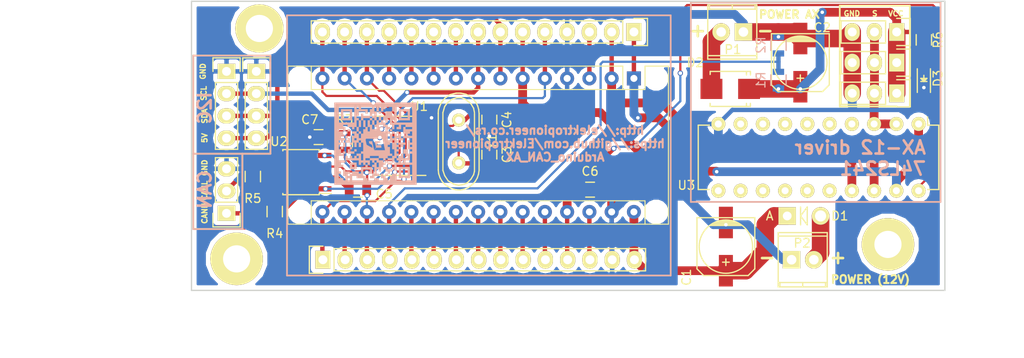
<source format=kicad_pcb>
(kicad_pcb (version 4) (host pcbnew 4.0.2+dfsg1-stable)

  (general
    (links 104)
    (no_connects 1)
    (area 48.924999 70.924999 135.075001 104.075001)
    (thickness 1.6)
    (drawings 59)
    (tracks 350)
    (zones 0)
    (modules 35)
    (nets 42)
  )

  (page A4)
  (layers
    (0 F.Cu signal)
    (31 B.Cu signal)
    (32 B.Adhes user)
    (33 F.Adhes user)
    (34 B.Paste user)
    (35 F.Paste user)
    (36 B.SilkS user)
    (37 F.SilkS user)
    (38 B.Mask user)
    (39 F.Mask user)
    (40 Dwgs.User user)
    (41 Cmts.User user)
    (42 Eco1.User user)
    (43 Eco2.User user)
    (44 Edge.Cuts user)
    (45 Margin user)
    (46 B.CrtYd user)
    (47 F.CrtYd user)
    (48 B.Fab user)
    (49 F.Fab user)
  )

  (setup
    (last_trace_width 1)
    (user_trace_width 0.25)
    (user_trace_width 0.5)
    (user_trace_width 1)
    (user_trace_width 2)
    (trace_clearance 0.2)
    (zone_clearance 0.508)
    (zone_45_only yes)
    (trace_min 0.2)
    (segment_width 0.2)
    (edge_width 0.15)
    (via_size 0.6)
    (via_drill 0.4)
    (via_min_size 0.4)
    (via_min_drill 0.3)
    (uvia_size 0.3)
    (uvia_drill 0.1)
    (uvias_allowed no)
    (uvia_min_size 0.2)
    (uvia_min_drill 0.1)
    (pcb_text_width 0.3)
    (pcb_text_size 1.5 1.5)
    (mod_edge_width 0.15)
    (mod_text_size 1 1)
    (mod_text_width 0.15)
    (pad_size 6 6)
    (pad_drill 3.1)
    (pad_to_mask_clearance 0.2)
    (aux_axis_origin 0 0)
    (visible_elements FFFFFF7F)
    (pcbplotparams
      (layerselection 0x00030_80000001)
      (usegerberextensions false)
      (excludeedgelayer true)
      (linewidth 0.100000)
      (plotframeref false)
      (viasonmask false)
      (mode 1)
      (useauxorigin false)
      (hpglpennumber 1)
      (hpglpenspeed 20)
      (hpglpendiameter 15)
      (hpglpenoverlay 2)
      (psnegative false)
      (psa4output false)
      (plotreference true)
      (plotvalue true)
      (plotinvisibletext false)
      (padsonsilk false)
      (subtractmaskfromsilk false)
      (outputformat 1)
      (mirror false)
      (drillshape 1)
      (scaleselection 1)
      (outputdirectory ""))
  )

  (net 0 "")
  (net 1 A_TX)
  (net 2 A_RX)
  (net 3 +5V)
  (net 4 A_A0)
  (net 5 GND)
  (net 6 A_A1)
  (net 7 A_INT)
  (net 8 A_A2)
  (net 9 A_CONTROL)
  (net 10 A_A3)
  (net 11 A_SDA)
  (net 12 A_A4)
  (net 13 A_SCL)
  (net 14 A_A5)
  (net 15 A_D6)
  (net 16 A_A6)
  (net 17 A_D7)
  (net 18 A_A7)
  (net 19 A_D8)
  (net 20 A_D9)
  (net 21 A_SS)
  (net 22 A_MOSI)
  (net 23 +VSW)
  (net 24 A_MISO)
  (net 25 A_SCK)
  (net 26 AX_P)
  (net 27 "Net-(C3-Pad1)")
  (net 28 "Net-(C4-Pad1)")
  (net 29 "Net-(D1-Pad2)")
  (net 30 "Net-(D2-Pad2)")
  (net 31 AX_S)
  (net 32 "Net-(R3-Pad1)")
  (net 33 "Net-(R4-Pad1)")
  (net 34 "Net-(P7-Pad2)")
  (net 35 "Net-(P7-Pad1)")
  (net 36 TX_CAN)
  (net 37 RX_CAN)
  (net 38 +3V3)
  (net 39 A_RES1)
  (net 40 A_RES2)
  (net 41 "Net-(D3-Pad2)")

  (net_class Default "This is the default net class."
    (clearance 0.2)
    (trace_width 0.25)
    (via_dia 0.6)
    (via_drill 0.4)
    (uvia_dia 0.3)
    (uvia_drill 0.1)
    (add_net +3V3)
    (add_net +5V)
    (add_net +VSW)
    (add_net AX_P)
    (add_net AX_S)
    (add_net A_A0)
    (add_net A_A1)
    (add_net A_A2)
    (add_net A_A3)
    (add_net A_A4)
    (add_net A_A5)
    (add_net A_A6)
    (add_net A_A7)
    (add_net A_CONTROL)
    (add_net A_D6)
    (add_net A_D7)
    (add_net A_D8)
    (add_net A_D9)
    (add_net A_INT)
    (add_net A_MISO)
    (add_net A_MOSI)
    (add_net A_RES1)
    (add_net A_RES2)
    (add_net A_RX)
    (add_net A_SCK)
    (add_net A_SCL)
    (add_net A_SDA)
    (add_net A_SS)
    (add_net A_TX)
    (add_net GND)
    (add_net "Net-(C3-Pad1)")
    (add_net "Net-(C4-Pad1)")
    (add_net "Net-(D1-Pad2)")
    (add_net "Net-(D2-Pad2)")
    (add_net "Net-(D3-Pad2)")
    (add_net "Net-(P7-Pad1)")
    (add_net "Net-(P7-Pad2)")
    (add_net "Net-(R3-Pad1)")
    (add_net "Net-(R4-Pad1)")
    (add_net RX_CAN)
    (add_net TX_CAN)
  )

  (module Pin_Headers:Pin_Header_Straight_1x03 (layer F.Cu) (tedit 5A11C2AD) (tstamp 5A11C971)
    (at 53 95.2 180)
    (descr "Through hole pin header")
    (tags "pin header")
    (path /5A10C371)
    (fp_text reference P7 (at -3 4 180) (layer F.SilkS) hide
      (effects (font (size 1 1) (thickness 0.15)))
    )
    (fp_text value CONN_01X03 (at 0 -3.1 180) (layer F.Fab) hide
      (effects (font (size 1 1) (thickness 0.15)))
    )
    (fp_line (start -1.75 -1.75) (end -1.75 6.85) (layer F.CrtYd) (width 0.05))
    (fp_line (start 1.75 -1.75) (end 1.75 6.85) (layer F.CrtYd) (width 0.05))
    (fp_line (start -1.75 -1.75) (end 1.75 -1.75) (layer F.CrtYd) (width 0.05))
    (fp_line (start -1.75 6.85) (end 1.75 6.85) (layer F.CrtYd) (width 0.05))
    (fp_line (start -1.27 1.27) (end -1.27 6.35) (layer F.SilkS) (width 0.15))
    (fp_line (start -1.27 6.35) (end 1.27 6.35) (layer F.SilkS) (width 0.15))
    (fp_line (start 1.27 6.35) (end 1.27 1.27) (layer F.SilkS) (width 0.15))
    (fp_line (start 1.55 -1.55) (end 1.55 0) (layer F.SilkS) (width 0.15))
    (fp_line (start 1.27 1.27) (end -1.27 1.27) (layer F.SilkS) (width 0.15))
    (fp_line (start -1.55 0) (end -1.55 -1.55) (layer F.SilkS) (width 0.15))
    (fp_line (start -1.55 -1.55) (end 1.55 -1.55) (layer F.SilkS) (width 0.15))
    (pad 1 thru_hole rect (at 0 0 180) (size 2.032 1.7272) (drill 1.016) (layers *.Cu *.Mask F.SilkS)
      (net 35 "Net-(P7-Pad1)"))
    (pad 2 thru_hole oval (at 0 2.54 180) (size 2.032 1.7272) (drill 1.016) (layers *.Cu *.Mask F.SilkS)
      (net 34 "Net-(P7-Pad2)"))
    (pad 3 thru_hole oval (at 0 5.08 180) (size 2.032 1.7272) (drill 1.016) (layers *.Cu *.Mask F.SilkS)
      (net 5 GND))
    (model Pin_Headers.3dshapes/Pin_Header_Straight_1x03.wrl
      (at (xyz 0 -0.1 0))
      (scale (xyz 1 1 1))
      (rotate (xyz 0 0 90))
    )
  )

  (module Modules:Arduino_Nano_WithMountingHoles (layer F.Cu) (tedit 5A116B81) (tstamp 5A116156)
    (at 99.5 79.8 270)
    (descr "Arduino Nano, http://www.mouser.com/pdfdocs/Gravitech_Arduino_Nano3_0.pdf")
    (tags "Arduino Nano")
    (path /5A102A53)
    (fp_text reference A1 (at 9.2 -2 270) (layer F.SilkS) hide
      (effects (font (size 1 1) (thickness 0.15)))
    )
    (fp_text value Arduino_Nano_v3.x (at 8.89 15.24 360) (layer F.Fab) hide
      (effects (font (size 1 1) (thickness 0.15)))
    )
    (fp_text user %R (at 6.35 16.51 360) (layer F.Fab) hide
      (effects (font (size 1 1) (thickness 0.15)))
    )
    (fp_line (start 1.27 1.27) (end 1.27 -1.27) (layer F.SilkS) (width 0.12))
    (fp_line (start 1.27 -1.27) (end -1.4 -1.27) (layer F.SilkS) (width 0.12))
    (fp_line (start -1.4 1.27) (end -1.4 39.5) (layer F.SilkS) (width 0.12))
    (fp_line (start -1.4 -3.94) (end -1.4 -1.27) (layer F.SilkS) (width 0.12))
    (fp_line (start 13.97 -1.27) (end 16.64 -1.27) (layer F.SilkS) (width 0.12))
    (fp_line (start 13.97 -1.27) (end 13.97 36.83) (layer F.SilkS) (width 0.12))
    (fp_line (start 13.97 36.83) (end 16.64 36.83) (layer F.SilkS) (width 0.12))
    (fp_line (start 1.27 1.27) (end -1.4 1.27) (layer F.SilkS) (width 0.12))
    (fp_line (start 1.27 1.27) (end 1.27 36.83) (layer F.SilkS) (width 0.12))
    (fp_line (start 1.27 36.83) (end -1.4 36.83) (layer F.SilkS) (width 0.12))
    (fp_line (start 3.81 31.75) (end 11.43 31.75) (layer F.Fab) (width 0.1))
    (fp_line (start 11.43 31.75) (end 11.43 41.91) (layer F.Fab) (width 0.1))
    (fp_line (start 11.43 41.91) (end 3.81 41.91) (layer F.Fab) (width 0.1))
    (fp_line (start 3.81 41.91) (end 3.81 31.75) (layer F.Fab) (width 0.1))
    (fp_line (start -1.4 39.5) (end 16.64 39.5) (layer F.SilkS) (width 0.12))
    (fp_line (start 16.64 39.5) (end 16.64 -3.94) (layer F.SilkS) (width 0.12))
    (fp_line (start 16.64 -3.94) (end -1.4 -3.94) (layer F.SilkS) (width 0.12))
    (fp_line (start 16.51 39.37) (end -1.27 39.37) (layer F.Fab) (width 0.1))
    (fp_line (start -1.27 39.37) (end -1.27 -2.54) (layer F.Fab) (width 0.1))
    (fp_line (start -1.27 -2.54) (end 0 -3.81) (layer F.Fab) (width 0.1))
    (fp_line (start 0 -3.81) (end 16.51 -3.81) (layer F.Fab) (width 0.1))
    (fp_line (start 16.51 -3.81) (end 16.51 39.37) (layer F.Fab) (width 0.1))
    (fp_line (start -1.53 -4.06) (end 16.75 -4.06) (layer F.CrtYd) (width 0.05))
    (fp_line (start -1.53 -4.06) (end -1.53 42.16) (layer F.CrtYd) (width 0.05))
    (fp_line (start 16.75 42.16) (end 16.75 -4.06) (layer F.CrtYd) (width 0.05))
    (fp_line (start 16.75 42.16) (end -1.53 42.16) (layer F.CrtYd) (width 0.05))
    (pad 1 thru_hole rect (at 0 0 270) (size 1.6 1.6) (drill 0.8) (layers *.Cu *.Mask)
      (net 1 A_TX))
    (pad 17 thru_hole oval (at 15.24 33.02 270) (size 1.6 1.6) (drill 0.8) (layers *.Cu *.Mask)
      (net 38 +3V3))
    (pad 2 thru_hole oval (at 0 2.54 270) (size 1.6 1.6) (drill 0.8) (layers *.Cu *.Mask)
      (net 2 A_RX))
    (pad 18 thru_hole oval (at 15.24 30.48 270) (size 1.6 1.6) (drill 0.8) (layers *.Cu *.Mask)
      (net 3 +5V))
    (pad 3 thru_hole oval (at 0 5.08 270) (size 1.6 1.6) (drill 0.8) (layers *.Cu *.Mask)
      (net 39 A_RES1))
    (pad 19 thru_hole oval (at 15.24 27.94 270) (size 1.6 1.6) (drill 0.8) (layers *.Cu *.Mask)
      (net 4 A_A0))
    (pad 4 thru_hole oval (at 0 7.62 270) (size 1.6 1.6) (drill 0.8) (layers *.Cu *.Mask)
      (net 5 GND))
    (pad 20 thru_hole oval (at 15.24 25.4 270) (size 1.6 1.6) (drill 0.8) (layers *.Cu *.Mask)
      (net 6 A_A1))
    (pad 5 thru_hole oval (at 0 10.16 270) (size 1.6 1.6) (drill 0.8) (layers *.Cu *.Mask)
      (net 7 A_INT))
    (pad 21 thru_hole oval (at 15.24 22.86 270) (size 1.6 1.6) (drill 0.8) (layers *.Cu *.Mask)
      (net 8 A_A2))
    (pad 6 thru_hole oval (at 0 12.7 270) (size 1.6 1.6) (drill 0.8) (layers *.Cu *.Mask)
      (net 9 A_CONTROL))
    (pad 22 thru_hole oval (at 15.24 20.32 270) (size 1.6 1.6) (drill 0.8) (layers *.Cu *.Mask)
      (net 10 A_A3))
    (pad 7 thru_hole oval (at 0 15.24 270) (size 1.6 1.6) (drill 0.8) (layers *.Cu *.Mask)
      (net 11 A_SDA))
    (pad 23 thru_hole oval (at 15.24 17.78 270) (size 1.6 1.6) (drill 0.8) (layers *.Cu *.Mask)
      (net 12 A_A4))
    (pad 8 thru_hole oval (at 0 17.78 270) (size 1.6 1.6) (drill 0.8) (layers *.Cu *.Mask)
      (net 13 A_SCL))
    (pad 24 thru_hole oval (at 15.24 15.24 270) (size 1.6 1.6) (drill 0.8) (layers *.Cu *.Mask)
      (net 14 A_A5))
    (pad 9 thru_hole oval (at 0 20.32 270) (size 1.6 1.6) (drill 0.8) (layers *.Cu *.Mask)
      (net 15 A_D6))
    (pad 25 thru_hole oval (at 15.24 12.7 270) (size 1.6 1.6) (drill 0.8) (layers *.Cu *.Mask)
      (net 16 A_A6))
    (pad 10 thru_hole oval (at 0 22.86 270) (size 1.6 1.6) (drill 0.8) (layers *.Cu *.Mask)
      (net 17 A_D7))
    (pad 26 thru_hole oval (at 15.24 10.16 270) (size 1.6 1.6) (drill 0.8) (layers *.Cu *.Mask)
      (net 18 A_A7))
    (pad 11 thru_hole oval (at 0 25.4 270) (size 1.6 1.6) (drill 0.8) (layers *.Cu *.Mask)
      (net 19 A_D8))
    (pad 27 thru_hole oval (at 15.24 7.62 270) (size 1.6 1.6) (drill 0.8) (layers *.Cu *.Mask)
      (net 3 +5V))
    (pad 12 thru_hole oval (at 0 27.94 270) (size 1.6 1.6) (drill 0.8) (layers *.Cu *.Mask)
      (net 20 A_D9))
    (pad 28 thru_hole oval (at 15.24 5.08 270) (size 1.6 1.6) (drill 0.8) (layers *.Cu *.Mask)
      (net 40 A_RES2))
    (pad 13 thru_hole oval (at 0 30.48 270) (size 1.6 1.6) (drill 0.8) (layers *.Cu *.Mask)
      (net 21 A_SS))
    (pad 29 thru_hole oval (at 15.24 2.54 270) (size 1.6 1.6) (drill 0.8) (layers *.Cu *.Mask)
      (net 5 GND))
    (pad 14 thru_hole oval (at 0 33.02 270) (size 1.6 1.6) (drill 0.8) (layers *.Cu *.Mask)
      (net 22 A_MOSI))
    (pad 30 thru_hole oval (at 15.24 0 270) (size 1.6 1.6) (drill 0.8) (layers *.Cu *.Mask)
      (net 23 +VSW))
    (pad 15 thru_hole oval (at 0 35.56 270) (size 1.6 1.6) (drill 0.8) (layers *.Cu *.Mask)
      (net 24 A_MISO))
    (pad 16 thru_hole oval (at 15.24 35.56 270) (size 1.6 1.6) (drill 0.8) (layers *.Cu *.Mask)
      (net 25 A_SCK))
    (pad "" np_thru_hole circle (at 0 -2.54 270) (size 1.78 1.78) (drill 1.78) (layers *.Cu *.Mask))
    (pad "" np_thru_hole circle (at 15.24 -2.54 270) (size 1.78 1.78) (drill 1.78) (layers *.Cu *.Mask))
    (pad "" np_thru_hole circle (at 15.24 38.1 270) (size 1.78 1.78) (drill 1.78) (layers *.Cu *.Mask))
    (pad "" np_thru_hole circle (at 0 38.1 270) (size 1.78 1.78) (drill 1.78) (layers *.Cu *.Mask))
  )

  (module Capacitors_SMD:c_elec_6.3x5.3 (layer F.Cu) (tedit 5A116B86) (tstamp 5A11616E)
    (at 110 99 270)
    (descr "SMT capacitor, aluminium electrolytic, 6.3x5.3")
    (path /5A11308F)
    (attr smd)
    (fp_text reference C1 (at 3.5 4.5 270) (layer F.SilkS)
      (effects (font (size 1 1) (thickness 0.15)))
    )
    (fp_text value CP (at 0 4.445 270) (layer F.Fab) hide
      (effects (font (size 1 1) (thickness 0.15)))
    )
    (fp_line (start -4.85 -3.65) (end 4.85 -3.65) (layer F.CrtYd) (width 0.05))
    (fp_line (start 4.85 -3.65) (end 4.85 3.65) (layer F.CrtYd) (width 0.05))
    (fp_line (start 4.85 3.65) (end -4.85 3.65) (layer F.CrtYd) (width 0.05))
    (fp_line (start -4.85 3.65) (end -4.85 -3.65) (layer F.CrtYd) (width 0.05))
    (fp_line (start -2.921 -0.762) (end -2.921 0.762) (layer F.SilkS) (width 0.15))
    (fp_line (start -2.794 1.143) (end -2.794 -1.143) (layer F.SilkS) (width 0.15))
    (fp_line (start -2.667 -1.397) (end -2.667 1.397) (layer F.SilkS) (width 0.15))
    (fp_line (start -2.54 1.651) (end -2.54 -1.651) (layer F.SilkS) (width 0.15))
    (fp_line (start -2.413 -1.778) (end -2.413 1.778) (layer F.SilkS) (width 0.15))
    (fp_line (start -3.302 -3.302) (end -3.302 3.302) (layer F.SilkS) (width 0.15))
    (fp_line (start -3.302 3.302) (end 2.54 3.302) (layer F.SilkS) (width 0.15))
    (fp_line (start 2.54 3.302) (end 3.302 2.54) (layer F.SilkS) (width 0.15))
    (fp_line (start 3.302 2.54) (end 3.302 -2.54) (layer F.SilkS) (width 0.15))
    (fp_line (start 3.302 -2.54) (end 2.54 -3.302) (layer F.SilkS) (width 0.15))
    (fp_line (start 2.54 -3.302) (end -3.302 -3.302) (layer F.SilkS) (width 0.15))
    (fp_line (start 2.159 0) (end 1.397 0) (layer F.SilkS) (width 0.15))
    (fp_line (start 1.778 -0.381) (end 1.778 0.381) (layer F.SilkS) (width 0.15))
    (fp_circle (center 0 0) (end -3.048 0) (layer F.SilkS) (width 0.15))
    (pad 1 smd rect (at 2.75082 0 270) (size 3.59918 1.6002) (layers F.Cu F.Paste F.Mask)
      (net 23 +VSW))
    (pad 2 smd rect (at -2.75082 0 270) (size 3.59918 1.6002) (layers F.Cu F.Paste F.Mask)
      (net 5 GND))
    (model Capacitors_SMD.3dshapes/c_elec_6.3x5.3.wrl
      (at (xyz 0 0 0))
      (scale (xyz 1 1 1))
      (rotate (xyz 0 0 0))
    )
  )

  (module Capacitors_SMD:c_elec_6.3x5.3 (layer F.Cu) (tedit 5A116BA7) (tstamp 5A116186)
    (at 118.5 78 270)
    (descr "SMT capacitor, aluminium electrolytic, 6.3x5.3")
    (path /5A113282)
    (attr smd)
    (fp_text reference C2 (at -4 -2.5 360) (layer F.SilkS)
      (effects (font (size 1 1) (thickness 0.15)))
    )
    (fp_text value CP (at 0 4.445 270) (layer F.Fab) hide
      (effects (font (size 1 1) (thickness 0.15)))
    )
    (fp_line (start -4.85 -3.65) (end 4.85 -3.65) (layer F.CrtYd) (width 0.05))
    (fp_line (start 4.85 -3.65) (end 4.85 3.65) (layer F.CrtYd) (width 0.05))
    (fp_line (start 4.85 3.65) (end -4.85 3.65) (layer F.CrtYd) (width 0.05))
    (fp_line (start -4.85 3.65) (end -4.85 -3.65) (layer F.CrtYd) (width 0.05))
    (fp_line (start -2.921 -0.762) (end -2.921 0.762) (layer F.SilkS) (width 0.15))
    (fp_line (start -2.794 1.143) (end -2.794 -1.143) (layer F.SilkS) (width 0.15))
    (fp_line (start -2.667 -1.397) (end -2.667 1.397) (layer F.SilkS) (width 0.15))
    (fp_line (start -2.54 1.651) (end -2.54 -1.651) (layer F.SilkS) (width 0.15))
    (fp_line (start -2.413 -1.778) (end -2.413 1.778) (layer F.SilkS) (width 0.15))
    (fp_line (start -3.302 -3.302) (end -3.302 3.302) (layer F.SilkS) (width 0.15))
    (fp_line (start -3.302 3.302) (end 2.54 3.302) (layer F.SilkS) (width 0.15))
    (fp_line (start 2.54 3.302) (end 3.302 2.54) (layer F.SilkS) (width 0.15))
    (fp_line (start 3.302 2.54) (end 3.302 -2.54) (layer F.SilkS) (width 0.15))
    (fp_line (start 3.302 -2.54) (end 2.54 -3.302) (layer F.SilkS) (width 0.15))
    (fp_line (start 2.54 -3.302) (end -3.302 -3.302) (layer F.SilkS) (width 0.15))
    (fp_line (start 2.159 0) (end 1.397 0) (layer F.SilkS) (width 0.15))
    (fp_line (start 1.778 -0.381) (end 1.778 0.381) (layer F.SilkS) (width 0.15))
    (fp_circle (center 0 0) (end -3.048 0) (layer F.SilkS) (width 0.15))
    (pad 1 smd rect (at 2.75082 0 270) (size 3.59918 1.6002) (layers F.Cu F.Paste F.Mask)
      (net 26 AX_P))
    (pad 2 smd rect (at -2.75082 0 270) (size 3.59918 1.6002) (layers F.Cu F.Paste F.Mask)
      (net 5 GND))
    (model Capacitors_SMD.3dshapes/c_elec_6.3x5.3.wrl
      (at (xyz 0 0 0))
      (scale (xyz 1 1 1))
      (rotate (xyz 0 0 0))
    )
  )

  (module Capacitors_SMD:C_0805 (layer F.Cu) (tedit 5A116B74) (tstamp 5A116192)
    (at 83 88.5 90)
    (descr "Capacitor SMD 0805, reflow soldering, AVX (see smccp.pdf)")
    (tags "capacitor 0805")
    (path /5A10E844)
    (attr smd)
    (fp_text reference C3 (at 0 2 90) (layer F.SilkS)
      (effects (font (size 1 1) (thickness 0.15)))
    )
    (fp_text value C (at 0 2.1 90) (layer F.Fab) hide
      (effects (font (size 1 1) (thickness 0.15)))
    )
    (fp_line (start -1.8 -1) (end 1.8 -1) (layer F.CrtYd) (width 0.05))
    (fp_line (start -1.8 1) (end 1.8 1) (layer F.CrtYd) (width 0.05))
    (fp_line (start -1.8 -1) (end -1.8 1) (layer F.CrtYd) (width 0.05))
    (fp_line (start 1.8 -1) (end 1.8 1) (layer F.CrtYd) (width 0.05))
    (fp_line (start 0.5 -0.85) (end -0.5 -0.85) (layer F.SilkS) (width 0.15))
    (fp_line (start -0.5 0.85) (end 0.5 0.85) (layer F.SilkS) (width 0.15))
    (pad 1 smd rect (at -1 0 90) (size 1 1.25) (layers F.Cu F.Paste F.Mask)
      (net 27 "Net-(C3-Pad1)"))
    (pad 2 smd rect (at 1 0 90) (size 1 1.25) (layers F.Cu F.Paste F.Mask)
      (net 5 GND))
    (model Capacitors_SMD.3dshapes/C_0805.wrl
      (at (xyz 0 0 0))
      (scale (xyz 1 1 1))
      (rotate (xyz 0 0 0))
    )
  )

  (module Capacitors_SMD:C_0805 (layer F.Cu) (tedit 5A116B77) (tstamp 5A11619E)
    (at 83 84.5 270)
    (descr "Capacitor SMD 0805, reflow soldering, AVX (see smccp.pdf)")
    (tags "capacitor 0805")
    (path /5A10E897)
    (attr smd)
    (fp_text reference C4 (at 0 -2 270) (layer F.SilkS)
      (effects (font (size 1 1) (thickness 0.15)))
    )
    (fp_text value C (at 0 2.1 270) (layer F.Fab) hide
      (effects (font (size 1 1) (thickness 0.15)))
    )
    (fp_line (start -1.8 -1) (end 1.8 -1) (layer F.CrtYd) (width 0.05))
    (fp_line (start -1.8 1) (end 1.8 1) (layer F.CrtYd) (width 0.05))
    (fp_line (start -1.8 -1) (end -1.8 1) (layer F.CrtYd) (width 0.05))
    (fp_line (start 1.8 -1) (end 1.8 1) (layer F.CrtYd) (width 0.05))
    (fp_line (start 0.5 -0.85) (end -0.5 -0.85) (layer F.SilkS) (width 0.15))
    (fp_line (start -0.5 0.85) (end 0.5 0.85) (layer F.SilkS) (width 0.15))
    (pad 1 smd rect (at -1 0 270) (size 1 1.25) (layers F.Cu F.Paste F.Mask)
      (net 28 "Net-(C4-Pad1)"))
    (pad 2 smd rect (at 1 0 270) (size 1 1.25) (layers F.Cu F.Paste F.Mask)
      (net 5 GND))
    (model Capacitors_SMD.3dshapes/C_0805.wrl
      (at (xyz 0 0 0))
      (scale (xyz 1 1 1))
      (rotate (xyz 0 0 0))
    )
  )

  (module Capacitors_SMD:C_0805 (layer F.Cu) (tedit 5A116B6C) (tstamp 5A1161AA)
    (at 68 92.5 180)
    (descr "Capacitor SMD 0805, reflow soldering, AVX (see smccp.pdf)")
    (tags "capacitor 0805")
    (path /5A10FCA2)
    (attr smd)
    (fp_text reference C5 (at -3 -0.5 180) (layer F.SilkS)
      (effects (font (size 1 1) (thickness 0.15)))
    )
    (fp_text value 100n (at 0 2.1 180) (layer F.Fab) hide
      (effects (font (size 1 1) (thickness 0.15)))
    )
    (fp_line (start -1.8 -1) (end 1.8 -1) (layer F.CrtYd) (width 0.05))
    (fp_line (start -1.8 1) (end 1.8 1) (layer F.CrtYd) (width 0.05))
    (fp_line (start -1.8 -1) (end -1.8 1) (layer F.CrtYd) (width 0.05))
    (fp_line (start 1.8 -1) (end 1.8 1) (layer F.CrtYd) (width 0.05))
    (fp_line (start 0.5 -0.85) (end -0.5 -0.85) (layer F.SilkS) (width 0.15))
    (fp_line (start -0.5 0.85) (end 0.5 0.85) (layer F.SilkS) (width 0.15))
    (pad 1 smd rect (at -1 0 180) (size 1 1.25) (layers F.Cu F.Paste F.Mask)
      (net 3 +5V))
    (pad 2 smd rect (at 1 0 180) (size 1 1.25) (layers F.Cu F.Paste F.Mask)
      (net 5 GND))
    (model Capacitors_SMD.3dshapes/C_0805.wrl
      (at (xyz 0 0 0))
      (scale (xyz 1 1 1))
      (rotate (xyz 0 0 0))
    )
  )

  (module Capacitors_SMD:C_0805 (layer F.Cu) (tedit 5A115AA8) (tstamp 5A1161B6)
    (at 94.5 92.5)
    (descr "Capacitor SMD 0805, reflow soldering, AVX (see smccp.pdf)")
    (tags "capacitor 0805")
    (path /5A10FD1B)
    (attr smd)
    (fp_text reference C6 (at 0 -2.1) (layer F.SilkS)
      (effects (font (size 1 1) (thickness 0.15)))
    )
    (fp_text value 100n (at 0 2.1) (layer F.Fab) hide
      (effects (font (size 1 1) (thickness 0.15)))
    )
    (fp_line (start -1.8 -1) (end 1.8 -1) (layer F.CrtYd) (width 0.05))
    (fp_line (start -1.8 1) (end 1.8 1) (layer F.CrtYd) (width 0.05))
    (fp_line (start -1.8 -1) (end -1.8 1) (layer F.CrtYd) (width 0.05))
    (fp_line (start 1.8 -1) (end 1.8 1) (layer F.CrtYd) (width 0.05))
    (fp_line (start 0.5 -0.85) (end -0.5 -0.85) (layer F.SilkS) (width 0.15))
    (fp_line (start -0.5 0.85) (end 0.5 0.85) (layer F.SilkS) (width 0.15))
    (pad 1 smd rect (at -1 0) (size 1 1.25) (layers F.Cu F.Paste F.Mask)
      (net 3 +5V))
    (pad 2 smd rect (at 1 0) (size 1 1.25) (layers F.Cu F.Paste F.Mask)
      (net 5 GND))
    (model Capacitors_SMD.3dshapes/C_0805.wrl
      (at (xyz 0 0 0))
      (scale (xyz 1 1 1))
      (rotate (xyz 0 0 0))
    )
  )

  (module Capacitors_SMD:C_0805 (layer F.Cu) (tedit 5A116B63) (tstamp 5A1161C2)
    (at 63.5 86.5 180)
    (descr "Capacitor SMD 0805, reflow soldering, AVX (see smccp.pdf)")
    (tags "capacitor 0805")
    (path /5A10FD70)
    (attr smd)
    (fp_text reference C7 (at 1 2 180) (layer F.SilkS)
      (effects (font (size 1 1) (thickness 0.15)))
    )
    (fp_text value 100n (at 0 2.1 180) (layer F.Fab) hide
      (effects (font (size 1 1) (thickness 0.15)))
    )
    (fp_line (start -1.8 -1) (end 1.8 -1) (layer F.CrtYd) (width 0.05))
    (fp_line (start -1.8 1) (end 1.8 1) (layer F.CrtYd) (width 0.05))
    (fp_line (start -1.8 -1) (end -1.8 1) (layer F.CrtYd) (width 0.05))
    (fp_line (start 1.8 -1) (end 1.8 1) (layer F.CrtYd) (width 0.05))
    (fp_line (start 0.5 -0.85) (end -0.5 -0.85) (layer F.SilkS) (width 0.15))
    (fp_line (start -0.5 0.85) (end 0.5 0.85) (layer F.SilkS) (width 0.15))
    (pad 1 smd rect (at -1 0 180) (size 1 1.25) (layers F.Cu F.Paste F.Mask)
      (net 3 +5V))
    (pad 2 smd rect (at 1 0 180) (size 1 1.25) (layers F.Cu F.Paste F.Mask)
      (net 5 GND))
    (model Capacitors_SMD.3dshapes/C_0805.wrl
      (at (xyz 0 0 0))
      (scale (xyz 1 1 1))
      (rotate (xyz 0 0 0))
    )
  )

  (module Diodes_ThroughHole:Diode_DO-41_SOD81_Vertical_AnodeUp (layer F.Cu) (tedit 5A116B94) (tstamp 5A1161CD)
    (at 117 95.5)
    (descr "Diode, DO-41, SOD81, Vertical, Anode Up,")
    (tags "Diode, DO-41, SOD81, Vertical, Anode Up, 1N4007, SB140,")
    (path /5A11303A)
    (fp_text reference D1 (at 6 0) (layer F.SilkS)
      (effects (font (size 1 1) (thickness 0.15)))
    )
    (fp_text value D (at 0.05 -2) (layer F.Fab) hide
      (effects (font (size 1 1) (thickness 0.15)))
    )
    (fp_text user A (at -2 0) (layer F.SilkS)
      (effects (font (size 1 1) (thickness 0.15)))
    )
    (fp_line (start 1.524 0) (end 2.286 1.016) (layer F.SilkS) (width 0.15))
    (fp_line (start 1.524 0) (end 2.286 -1.016) (layer F.SilkS) (width 0.15))
    (fp_line (start 1.524 -1.016) (end 1.524 1.016) (layer F.SilkS) (width 0.15))
    (fp_line (start 2.286 -1.016) (end 2.286 1.016) (layer F.SilkS) (width 0.15))
    (pad 2 thru_hole circle (at 3.81 0) (size 1.99898 1.99898) (drill 1.27) (layers *.Cu *.Mask F.SilkS)
      (net 29 "Net-(D1-Pad2)"))
    (pad 1 thru_hole rect (at 0 0) (size 1.99898 1.99898) (drill 1.00076) (layers *.Cu *.Mask F.SilkS)
      (net 23 +VSW))
  )

  (module Diodes_SMD:SMB_Standard (layer F.Cu) (tedit 5A116BB9) (tstamp 5A1161E9)
    (at 110.5 81 180)
    (descr "Diode SMB Standard")
    (tags "Diode SMB Standard")
    (path /5A1055EE)
    (attr smd)
    (fp_text reference D2 (at 4 3 180) (layer F.SilkS)
      (effects (font (size 1 1) (thickness 0.15)))
    )
    (fp_text value D_Schottky (at 0.05 4.7 180) (layer F.Fab) hide
      (effects (font (size 1 1) (thickness 0.15)))
    )
    (fp_line (start -3.65 -2.25) (end 3.65 -2.25) (layer F.CrtYd) (width 0.05))
    (fp_line (start 3.65 -2.25) (end 3.65 2.25) (layer F.CrtYd) (width 0.05))
    (fp_line (start 3.65 2.25) (end -3.65 2.25) (layer F.CrtYd) (width 0.05))
    (fp_line (start -3.65 2.25) (end -3.65 -2.25) (layer F.CrtYd) (width 0.05))
    (fp_text user K (at -3.25 3.3 180) (layer F.SilkS) hide
      (effects (font (size 1 1) (thickness 0.15)))
    )
    (fp_text user A (at 4 3 180) (layer F.SilkS) hide
      (effects (font (size 1 1) (thickness 0.15)))
    )
    (fp_line (start -2.30632 1.8) (end -2.30632 1.6002) (layer F.SilkS) (width 0.15))
    (fp_line (start -1.84928 1.75) (end -1.84928 1.601) (layer F.SilkS) (width 0.15))
    (fp_line (start 2.29616 1.8) (end 2.29616 1.651) (layer F.SilkS) (width 0.15))
    (fp_line (start -2.30124 -1.8) (end -2.30124 -1.651) (layer F.SilkS) (width 0.15))
    (fp_line (start -1.84928 -1.8) (end -1.84928 -1.651) (layer F.SilkS) (width 0.15))
    (fp_line (start 2.30124 -1.8) (end 2.30124 -1.651) (layer F.SilkS) (width 0.15))
    (fp_circle (center 0 0) (end 0.44958 0.09906) (layer F.Adhes) (width 0.381))
    (fp_circle (center 0 0) (end 0.20066 0.09906) (layer F.Adhes) (width 0.381))
    (fp_line (start -1.84928 1.94898) (end -1.84928 1.75086) (layer F.SilkS) (width 0.15))
    (fp_line (start -1.84928 -1.99898) (end -1.84928 -1.80086) (layer F.SilkS) (width 0.15))
    (fp_line (start 2.29616 1.99644) (end 2.29616 1.79832) (layer F.SilkS) (width 0.15))
    (fp_line (start -2.30632 1.99644) (end 2.29616 1.99644) (layer F.SilkS) (width 0.15))
    (fp_line (start -2.30632 1.99644) (end -2.30632 1.79832) (layer F.SilkS) (width 0.15))
    (fp_line (start -2.30124 -1.99898) (end -2.30124 -1.80086) (layer F.SilkS) (width 0.15))
    (fp_line (start -2.30124 -1.99898) (end 2.30124 -1.99898) (layer F.SilkS) (width 0.15))
    (fp_line (start 2.30124 -1.99898) (end 2.30124 -1.80086) (layer F.SilkS) (width 0.15))
    (pad 1 smd rect (at -2.14884 0 180) (size 2.49936 2.30124) (layers F.Cu F.Paste F.Mask)
      (net 26 AX_P))
    (pad 2 smd rect (at 2.14884 0 180) (size 2.49936 2.30124) (layers F.Cu F.Paste F.Mask)
      (net 30 "Net-(D2-Pad2)"))
    (model Diodes_SMD.3dshapes/SMB_Standard.wrl
      (at (xyz 0 0 0))
      (scale (xyz 0.3937 0.3937 0.3937))
      (rotate (xyz 0 0 180))
    )
  )

  (module Terminal_Blocks:TerminalBlock_Pheonix_MPT-2.54mm_2pol (layer F.Cu) (tedit 5A11C486) (tstamp 5A1161FC)
    (at 112 74.5 180)
    (descr "2-way 2.54mm pitch terminal block, Phoenix MPT series")
    (path /5A102FC1)
    (fp_text reference P1 (at 1.2 -2 180) (layer F.SilkS)
      (effects (font (size 1 1) (thickness 0.15)))
    )
    (fp_text value CONN_01X02 (at 1.27 4.50088 180) (layer F.Fab) hide
      (effects (font (size 1 1) (thickness 0.15)))
    )
    (fp_line (start -1.7 -3.3) (end 4.3 -3.3) (layer F.CrtYd) (width 0.05))
    (fp_line (start -1.7 3.3) (end -1.7 -3.3) (layer F.CrtYd) (width 0.05))
    (fp_line (start 4.3 3.3) (end -1.7 3.3) (layer F.CrtYd) (width 0.05))
    (fp_line (start 4.3 -3.3) (end 4.3 3.3) (layer F.CrtYd) (width 0.05))
    (fp_line (start 4.06908 2.60096) (end -1.52908 2.60096) (layer F.SilkS) (width 0.15))
    (fp_line (start -1.33096 3.0988) (end -1.33096 2.60096) (layer F.SilkS) (width 0.15))
    (fp_line (start 3.87096 2.60096) (end 3.87096 3.0988) (layer F.SilkS) (width 0.15))
    (fp_line (start 1.27 3.0988) (end 1.27 2.60096) (layer F.SilkS) (width 0.15))
    (fp_line (start -1.52908 -2.70002) (end 4.06908 -2.70002) (layer F.SilkS) (width 0.15))
    (fp_line (start -1.52908 3.0988) (end 4.06908 3.0988) (layer F.SilkS) (width 0.15))
    (fp_line (start 4.06908 3.0988) (end 4.06908 -3.0988) (layer F.SilkS) (width 0.15))
    (fp_line (start 4.06908 -3.0988) (end -1.52908 -3.0988) (layer F.SilkS) (width 0.15))
    (fp_line (start -1.52908 -3.0988) (end -1.52908 3.0988) (layer F.SilkS) (width 0.15))
    (pad 2 thru_hole oval (at 2.54 0 180) (size 1.99898 1.99898) (drill 1.09728) (layers *.Cu *.Mask F.SilkS)
      (net 30 "Net-(D2-Pad2)"))
    (pad 1 thru_hole rect (at 0 0 180) (size 1.99898 1.99898) (drill 1.09728) (layers *.Cu *.Mask F.SilkS)
      (net 5 GND))
    (model Terminal_Blocks.3dshapes/TerminalBlock_Pheonix_MPT-2.54mm_2pol.wrl
      (at (xyz 0.05 0 0))
      (scale (xyz 1 1 1))
      (rotate (xyz 0 0 0))
    )
  )

  (module Terminal_Blocks:TerminalBlock_Pheonix_MPT-2.54mm_2pol (layer F.Cu) (tedit 5A11C482) (tstamp 5A11620F)
    (at 117.5 100.5)
    (descr "2-way 2.54mm pitch terminal block, Phoenix MPT series")
    (path /5A105124)
    (fp_text reference P2 (at 1.2 -1.9) (layer F.SilkS)
      (effects (font (size 1 1) (thickness 0.15)))
    )
    (fp_text value CONN_01X02 (at 1.27 4.50088) (layer F.Fab) hide
      (effects (font (size 1 1) (thickness 0.15)))
    )
    (fp_line (start -1.7 -3.3) (end 4.3 -3.3) (layer F.CrtYd) (width 0.05))
    (fp_line (start -1.7 3.3) (end -1.7 -3.3) (layer F.CrtYd) (width 0.05))
    (fp_line (start 4.3 3.3) (end -1.7 3.3) (layer F.CrtYd) (width 0.05))
    (fp_line (start 4.3 -3.3) (end 4.3 3.3) (layer F.CrtYd) (width 0.05))
    (fp_line (start 4.06908 2.60096) (end -1.52908 2.60096) (layer F.SilkS) (width 0.15))
    (fp_line (start -1.33096 3.0988) (end -1.33096 2.60096) (layer F.SilkS) (width 0.15))
    (fp_line (start 3.87096 2.60096) (end 3.87096 3.0988) (layer F.SilkS) (width 0.15))
    (fp_line (start 1.27 3.0988) (end 1.27 2.60096) (layer F.SilkS) (width 0.15))
    (fp_line (start -1.52908 -2.70002) (end 4.06908 -2.70002) (layer F.SilkS) (width 0.15))
    (fp_line (start -1.52908 3.0988) (end 4.06908 3.0988) (layer F.SilkS) (width 0.15))
    (fp_line (start 4.06908 3.0988) (end 4.06908 -3.0988) (layer F.SilkS) (width 0.15))
    (fp_line (start 4.06908 -3.0988) (end -1.52908 -3.0988) (layer F.SilkS) (width 0.15))
    (fp_line (start -1.52908 -3.0988) (end -1.52908 3.0988) (layer F.SilkS) (width 0.15))
    (pad 2 thru_hole oval (at 2.54 0) (size 1.99898 1.99898) (drill 1.09728) (layers *.Cu *.Mask F.SilkS)
      (net 29 "Net-(D1-Pad2)"))
    (pad 1 thru_hole rect (at 0 0) (size 1.99898 1.99898) (drill 1.09728) (layers *.Cu *.Mask F.SilkS)
      (net 5 GND))
    (model Terminal_Blocks.3dshapes/TerminalBlock_Pheonix_MPT-2.54mm_2pol.wrl
      (at (xyz 0.05 0 0))
      (scale (xyz 1 1 1))
      (rotate (xyz 0 0 0))
    )
  )

  (module Pin_Headers:Pin_Header_Straight_1x03 (layer F.Cu) (tedit 5A116B9F) (tstamp 5A116221)
    (at 129.5 78 270)
    (descr "Through hole pin header")
    (tags "pin header")
    (path /5A103509)
    (fp_text reference P3 (at 0 -5.1 270) (layer F.SilkS) hide
      (effects (font (size 1 1) (thickness 0.15)))
    )
    (fp_text value CONN_01X03 (at 0 -3.1 270) (layer F.Fab) hide
      (effects (font (size 1 1) (thickness 0.15)))
    )
    (fp_line (start -1.75 -1.75) (end -1.75 6.85) (layer F.CrtYd) (width 0.05))
    (fp_line (start 1.75 -1.75) (end 1.75 6.85) (layer F.CrtYd) (width 0.05))
    (fp_line (start -1.75 -1.75) (end 1.75 -1.75) (layer F.CrtYd) (width 0.05))
    (fp_line (start -1.75 6.85) (end 1.75 6.85) (layer F.CrtYd) (width 0.05))
    (fp_line (start -1.27 1.27) (end -1.27 6.35) (layer F.SilkS) (width 0.15))
    (fp_line (start -1.27 6.35) (end 1.27 6.35) (layer F.SilkS) (width 0.15))
    (fp_line (start 1.27 6.35) (end 1.27 1.27) (layer F.SilkS) (width 0.15))
    (fp_line (start 1.55 -1.55) (end 1.55 0) (layer F.SilkS) (width 0.15))
    (fp_line (start 1.27 1.27) (end -1.27 1.27) (layer F.SilkS) (width 0.15))
    (fp_line (start -1.55 0) (end -1.55 -1.55) (layer F.SilkS) (width 0.15))
    (fp_line (start -1.55 -1.55) (end 1.55 -1.55) (layer F.SilkS) (width 0.15))
    (pad 1 thru_hole rect (at 0 0 270) (size 2.032 1.7272) (drill 1.016) (layers *.Cu *.Mask F.SilkS)
      (net 26 AX_P))
    (pad 2 thru_hole oval (at 0 2.54 270) (size 2.032 1.7272) (drill 1.016) (layers *.Cu *.Mask F.SilkS)
      (net 31 AX_S))
    (pad 3 thru_hole oval (at 0 5.08 270) (size 2.032 1.7272) (drill 1.016) (layers *.Cu *.Mask F.SilkS)
      (net 5 GND))
    (model Pin_Headers.3dshapes/Pin_Header_Straight_1x03.wrl
      (at (xyz 0 -0.1 0))
      (scale (xyz 1 1 1))
      (rotate (xyz 0 0 90))
    )
  )

  (module Pin_Headers:Pin_Header_Straight_1x03 (layer F.Cu) (tedit 5A116B9D) (tstamp 5A116233)
    (at 129.5 81.5 270)
    (descr "Through hole pin header")
    (tags "pin header")
    (path /5A103594)
    (fp_text reference P4 (at 0.5 -3.5 270) (layer F.SilkS) hide
      (effects (font (size 1 1) (thickness 0.15)))
    )
    (fp_text value CONN_01X03 (at 0 -3.1 270) (layer F.Fab) hide
      (effects (font (size 1 1) (thickness 0.15) italic))
    )
    (fp_line (start -1.75 -1.75) (end -1.75 6.85) (layer F.CrtYd) (width 0.05))
    (fp_line (start 1.75 -1.75) (end 1.75 6.85) (layer F.CrtYd) (width 0.05))
    (fp_line (start -1.75 -1.75) (end 1.75 -1.75) (layer F.CrtYd) (width 0.05))
    (fp_line (start -1.75 6.85) (end 1.75 6.85) (layer F.CrtYd) (width 0.05))
    (fp_line (start -1.27 1.27) (end -1.27 6.35) (layer F.SilkS) (width 0.15))
    (fp_line (start -1.27 6.35) (end 1.27 6.35) (layer F.SilkS) (width 0.15))
    (fp_line (start 1.27 6.35) (end 1.27 1.27) (layer F.SilkS) (width 0.15))
    (fp_line (start 1.55 -1.55) (end 1.55 0) (layer F.SilkS) (width 0.15))
    (fp_line (start 1.27 1.27) (end -1.27 1.27) (layer F.SilkS) (width 0.15))
    (fp_line (start -1.55 0) (end -1.55 -1.55) (layer F.SilkS) (width 0.15))
    (fp_line (start -1.55 -1.55) (end 1.55 -1.55) (layer F.SilkS) (width 0.15))
    (pad 1 thru_hole rect (at 0 0 270) (size 2.032 1.7272) (drill 1.016) (layers *.Cu *.Mask F.SilkS)
      (net 26 AX_P))
    (pad 2 thru_hole oval (at 0 2.54 270) (size 2.032 1.7272) (drill 1.016) (layers *.Cu *.Mask F.SilkS)
      (net 31 AX_S))
    (pad 3 thru_hole oval (at 0 5.08 270) (size 2.032 1.7272) (drill 1.016) (layers *.Cu *.Mask F.SilkS)
      (net 5 GND))
    (model Pin_Headers.3dshapes/Pin_Header_Straight_1x03.wrl
      (at (xyz 0 -0.1 0))
      (scale (xyz 1 1 1))
      (rotate (xyz 0 0 90))
    )
  )

  (module Pin_Headers:Pin_Header_Straight_1x03 (layer F.Cu) (tedit 5A116BA1) (tstamp 5A116245)
    (at 129.5 74.5 270)
    (descr "Through hole pin header")
    (tags "pin header")
    (path /5A1035CF)
    (fp_text reference P5 (at 0 -5.1 270) (layer F.SilkS) hide
      (effects (font (size 1 1) (thickness 0.15)))
    )
    (fp_text value CONN_01X03 (at 0 -3.1 270) (layer F.Fab) hide
      (effects (font (size 1 1) (thickness 0.15)))
    )
    (fp_line (start -1.75 -1.75) (end -1.75 6.85) (layer F.CrtYd) (width 0.05))
    (fp_line (start 1.75 -1.75) (end 1.75 6.85) (layer F.CrtYd) (width 0.05))
    (fp_line (start -1.75 -1.75) (end 1.75 -1.75) (layer F.CrtYd) (width 0.05))
    (fp_line (start -1.75 6.85) (end 1.75 6.85) (layer F.CrtYd) (width 0.05))
    (fp_line (start -1.27 1.27) (end -1.27 6.35) (layer F.SilkS) (width 0.15))
    (fp_line (start -1.27 6.35) (end 1.27 6.35) (layer F.SilkS) (width 0.15))
    (fp_line (start 1.27 6.35) (end 1.27 1.27) (layer F.SilkS) (width 0.15))
    (fp_line (start 1.55 -1.55) (end 1.55 0) (layer F.SilkS) (width 0.15))
    (fp_line (start 1.27 1.27) (end -1.27 1.27) (layer F.SilkS) (width 0.15))
    (fp_line (start -1.55 0) (end -1.55 -1.55) (layer F.SilkS) (width 0.15))
    (fp_line (start -1.55 -1.55) (end 1.55 -1.55) (layer F.SilkS) (width 0.15))
    (pad 1 thru_hole rect (at 0 0 270) (size 2.032 1.7272) (drill 1.016) (layers *.Cu *.Mask F.SilkS)
      (net 26 AX_P))
    (pad 2 thru_hole oval (at 0 2.54 270) (size 2.032 1.7272) (drill 1.016) (layers *.Cu *.Mask F.SilkS)
      (net 31 AX_S))
    (pad 3 thru_hole oval (at 0 5.08 270) (size 2.032 1.7272) (drill 1.016) (layers *.Cu *.Mask F.SilkS)
      (net 5 GND))
    (model Pin_Headers.3dshapes/Pin_Header_Straight_1x03.wrl
      (at (xyz 0 -0.1 0))
      (scale (xyz 1 1 1))
      (rotate (xyz 0 0 90))
    )
  )

  (module Resistors_SMD:R_0805 (layer B.Cu) (tedit 5A116BD0) (tstamp 5A116264)
    (at 116 80 90)
    (descr "Resistor SMD 0805, reflow soldering, Vishay (see dcrcw.pdf)")
    (tags "resistor 0805")
    (path /5A1184C1)
    (attr smd)
    (fp_text reference R1 (at 0 -2 90) (layer B.SilkS)
      (effects (font (size 1 1) (thickness 0.15)) (justify mirror))
    )
    (fp_text value 10K (at 0 -2.1 90) (layer B.Fab) hide
      (effects (font (size 1 1) (thickness 0.15)) (justify mirror))
    )
    (fp_line (start -1.6 1) (end 1.6 1) (layer B.CrtYd) (width 0.05))
    (fp_line (start -1.6 -1) (end 1.6 -1) (layer B.CrtYd) (width 0.05))
    (fp_line (start -1.6 1) (end -1.6 -1) (layer B.CrtYd) (width 0.05))
    (fp_line (start 1.6 1) (end 1.6 -1) (layer B.CrtYd) (width 0.05))
    (fp_line (start 0.6 -0.875) (end -0.6 -0.875) (layer B.SilkS) (width 0.15))
    (fp_line (start -0.6 0.875) (end 0.6 0.875) (layer B.SilkS) (width 0.15))
    (pad 1 smd rect (at -0.95 0 90) (size 0.7 1.3) (layers B.Cu B.Paste B.Mask)
      (net 26 AX_P))
    (pad 2 smd rect (at 0.95 0 90) (size 0.7 1.3) (layers B.Cu B.Paste B.Mask)
      (net 4 A_A0))
    (model Resistors_SMD.3dshapes/R_0805.wrl
      (at (xyz 0 0 0))
      (scale (xyz 1 1 1))
      (rotate (xyz 0 0 0))
    )
  )

  (module Resistors_SMD:R_0805 (layer B.Cu) (tedit 5A11C527) (tstamp 5A116270)
    (at 116 76 90)
    (descr "Resistor SMD 0805, reflow soldering, Vishay (see dcrcw.pdf)")
    (tags "resistor 0805")
    (path /5A1186D6)
    (attr smd)
    (fp_text reference R2 (at 0 -2 90) (layer B.SilkS)
      (effects (font (size 1 1) (thickness 0.15)) (justify mirror))
    )
    (fp_text value 4.7K (at 0 -2.1 90) (layer B.Fab) hide
      (effects (font (size 1 1) (thickness 0.15)) (justify mirror))
    )
    (fp_line (start -1.6 1) (end 1.6 1) (layer B.CrtYd) (width 0.05))
    (fp_line (start -1.6 -1) (end 1.6 -1) (layer B.CrtYd) (width 0.05))
    (fp_line (start -1.6 1) (end -1.6 -1) (layer B.CrtYd) (width 0.05))
    (fp_line (start 1.6 1) (end 1.6 -1) (layer B.CrtYd) (width 0.05))
    (fp_line (start 0.6 -0.875) (end -0.6 -0.875) (layer B.SilkS) (width 0.15))
    (fp_line (start -0.6 0.875) (end 0.6 0.875) (layer B.SilkS) (width 0.15))
    (pad 1 smd rect (at -0.95 0 90) (size 0.7 1.3) (layers B.Cu B.Paste B.Mask)
      (net 4 A_A0))
    (pad 2 smd rect (at 0.95 0 90) (size 0.7 1.3) (layers B.Cu B.Paste B.Mask)
      (net 5 GND))
    (model Resistors_SMD.3dshapes/R_0805.wrl
      (at (xyz 0 0 0))
      (scale (xyz 1 1 1))
      (rotate (xyz 0 0 0))
    )
  )

  (module Resistors_SMD:R_0805 (layer F.Cu) (tedit 5A116B67) (tstamp 5A11627C)
    (at 66.5 87 90)
    (descr "Resistor SMD 0805, reflow soldering, Vishay (see dcrcw.pdf)")
    (tags "resistor 0805")
    (path /5A10D018)
    (attr smd)
    (fp_text reference R3 (at 2.5 0 180) (layer F.SilkS)
      (effects (font (size 1 1) (thickness 0.15)))
    )
    (fp_text value 10K (at 0 2.1 90) (layer F.Fab) hide
      (effects (font (size 1 1) (thickness 0.15)))
    )
    (fp_line (start -1.6 -1) (end 1.6 -1) (layer F.CrtYd) (width 0.05))
    (fp_line (start -1.6 1) (end 1.6 1) (layer F.CrtYd) (width 0.05))
    (fp_line (start -1.6 -1) (end -1.6 1) (layer F.CrtYd) (width 0.05))
    (fp_line (start 1.6 -1) (end 1.6 1) (layer F.CrtYd) (width 0.05))
    (fp_line (start 0.6 0.875) (end -0.6 0.875) (layer F.SilkS) (width 0.15))
    (fp_line (start -0.6 -0.875) (end 0.6 -0.875) (layer F.SilkS) (width 0.15))
    (pad 1 smd rect (at -0.95 0 90) (size 0.7 1.3) (layers F.Cu F.Paste F.Mask)
      (net 32 "Net-(R3-Pad1)"))
    (pad 2 smd rect (at 0.95 0 90) (size 0.7 1.3) (layers F.Cu F.Paste F.Mask)
      (net 3 +5V))
    (model Resistors_SMD.3dshapes/R_0805.wrl
      (at (xyz 0 0 0))
      (scale (xyz 1 1 1))
      (rotate (xyz 0 0 0))
    )
  )

  (module Resistors_SMD:R_0805 (layer F.Cu) (tedit 5A116B5D) (tstamp 5A116288)
    (at 58.5 95 270)
    (descr "Resistor SMD 0805, reflow soldering, Vishay (see dcrcw.pdf)")
    (tags "resistor 0805")
    (path /5A10C8A7)
    (attr smd)
    (fp_text reference R4 (at 2.5 0 540) (layer F.SilkS)
      (effects (font (size 1 1) (thickness 0.15)))
    )
    (fp_text value 4.7K (at 0 2.1 270) (layer F.Fab) hide
      (effects (font (size 1 1) (thickness 0.15)))
    )
    (fp_line (start -1.6 -1) (end 1.6 -1) (layer F.CrtYd) (width 0.05))
    (fp_line (start -1.6 1) (end 1.6 1) (layer F.CrtYd) (width 0.05))
    (fp_line (start -1.6 -1) (end -1.6 1) (layer F.CrtYd) (width 0.05))
    (fp_line (start 1.6 -1) (end 1.6 1) (layer F.CrtYd) (width 0.05))
    (fp_line (start 0.6 0.875) (end -0.6 0.875) (layer F.SilkS) (width 0.15))
    (fp_line (start -0.6 -0.875) (end 0.6 -0.875) (layer F.SilkS) (width 0.15))
    (pad 1 smd rect (at -0.95 0 270) (size 0.7 1.3) (layers F.Cu F.Paste F.Mask)
      (net 33 "Net-(R4-Pad1)"))
    (pad 2 smd rect (at 0.95 0 270) (size 0.7 1.3) (layers F.Cu F.Paste F.Mask)
      (net 5 GND))
    (model Resistors_SMD.3dshapes/R_0805.wrl
      (at (xyz 0 0 0))
      (scale (xyz 1 1 1))
      (rotate (xyz 0 0 0))
    )
  )

  (module Resistors_SMD:R_0805 (layer F.Cu) (tedit 5A116B48) (tstamp 5A116294)
    (at 56 91 270)
    (descr "Resistor SMD 0805, reflow soldering, Vishay (see dcrcw.pdf)")
    (tags "resistor 0805")
    (path /5A10BF11)
    (attr smd)
    (fp_text reference R5 (at 2.5 0 360) (layer F.SilkS)
      (effects (font (size 1 1) (thickness 0.15)))
    )
    (fp_text value 120 (at 0 2.1 270) (layer F.Fab) hide
      (effects (font (size 1 1) (thickness 0.15)))
    )
    (fp_line (start -1.6 -1) (end 1.6 -1) (layer F.CrtYd) (width 0.05))
    (fp_line (start -1.6 1) (end 1.6 1) (layer F.CrtYd) (width 0.05))
    (fp_line (start -1.6 -1) (end -1.6 1) (layer F.CrtYd) (width 0.05))
    (fp_line (start 1.6 -1) (end 1.6 1) (layer F.CrtYd) (width 0.05))
    (fp_line (start 0.6 0.875) (end -0.6 0.875) (layer F.SilkS) (width 0.15))
    (fp_line (start -0.6 -0.875) (end 0.6 -0.875) (layer F.SilkS) (width 0.15))
    (pad 1 smd rect (at -0.95 0 270) (size 0.7 1.3) (layers F.Cu F.Paste F.Mask)
      (net 34 "Net-(P7-Pad2)"))
    (pad 2 smd rect (at 0.95 0 270) (size 0.7 1.3) (layers F.Cu F.Paste F.Mask)
      (net 35 "Net-(P7-Pad1)"))
    (model Resistors_SMD.3dshapes/R_0805.wrl
      (at (xyz 0 0 0))
      (scale (xyz 1 1 1))
      (rotate (xyz 0 0 0))
    )
  )

  (module Housings_SSOP:TSSOP-20_4.4x6.5mm_Pitch0.65mm (layer F.Cu) (tedit 5A116B6F) (tstamp 5A1162B2)
    (at 72 87.5 180)
    (descr "20-Lead Plastic Thin Shrink Small Outline (ST)-4.4 mm Body [TSSOP] (see Microchip Packaging Specification 00000049BS.pdf)")
    (tags "SSOP 0.65")
    (path /5A102C13)
    (attr smd)
    (fp_text reference U1 (at -3 4.5 180) (layer F.SilkS)
      (effects (font (size 1 1) (thickness 0.15)))
    )
    (fp_text value MCP2515-I/ST (at 0 4.3 180) (layer F.Fab) hide
      (effects (font (size 1 1) (thickness 0.15)))
    )
    (fp_line (start -3.95 -3.55) (end -3.95 3.55) (layer F.CrtYd) (width 0.05))
    (fp_line (start 3.95 -3.55) (end 3.95 3.55) (layer F.CrtYd) (width 0.05))
    (fp_line (start -3.95 -3.55) (end 3.95 -3.55) (layer F.CrtYd) (width 0.05))
    (fp_line (start -3.95 3.55) (end 3.95 3.55) (layer F.CrtYd) (width 0.05))
    (fp_line (start -2.225 3.375) (end 2.225 3.375) (layer F.SilkS) (width 0.15))
    (fp_line (start -3.75 -3.375) (end 2.225 -3.375) (layer F.SilkS) (width 0.15))
    (pad 1 smd rect (at -2.95 -2.925 180) (size 1.45 0.45) (layers F.Cu F.Paste F.Mask)
      (net 36 TX_CAN))
    (pad 2 smd rect (at -2.95 -2.275 180) (size 1.45 0.45) (layers F.Cu F.Paste F.Mask)
      (net 37 RX_CAN))
    (pad 3 smd rect (at -2.95 -1.625 180) (size 1.45 0.45) (layers F.Cu F.Paste F.Mask))
    (pad 4 smd rect (at -2.95 -0.975 180) (size 1.45 0.45) (layers F.Cu F.Paste F.Mask))
    (pad 5 smd rect (at -2.95 -0.325 180) (size 1.45 0.45) (layers F.Cu F.Paste F.Mask))
    (pad 6 smd rect (at -2.95 0.325 180) (size 1.45 0.45) (layers F.Cu F.Paste F.Mask))
    (pad 7 smd rect (at -2.95 0.975 180) (size 1.45 0.45) (layers F.Cu F.Paste F.Mask))
    (pad 8 smd rect (at -2.95 1.625 180) (size 1.45 0.45) (layers F.Cu F.Paste F.Mask)
      (net 27 "Net-(C3-Pad1)"))
    (pad 9 smd rect (at -2.95 2.275 180) (size 1.45 0.45) (layers F.Cu F.Paste F.Mask)
      (net 28 "Net-(C4-Pad1)"))
    (pad 10 smd rect (at -2.95 2.925 180) (size 1.45 0.45) (layers F.Cu F.Paste F.Mask)
      (net 5 GND))
    (pad 11 smd rect (at 2.95 2.925 180) (size 1.45 0.45) (layers F.Cu F.Paste F.Mask))
    (pad 12 smd rect (at 2.95 2.275 180) (size 1.45 0.45) (layers F.Cu F.Paste F.Mask))
    (pad 13 smd rect (at 2.95 1.625 180) (size 1.45 0.45) (layers F.Cu F.Paste F.Mask)
      (net 7 A_INT))
    (pad 14 smd rect (at 2.95 0.975 180) (size 1.45 0.45) (layers F.Cu F.Paste F.Mask)
      (net 25 A_SCK))
    (pad 15 smd rect (at 2.95 0.325 180) (size 1.45 0.45) (layers F.Cu F.Paste F.Mask))
    (pad 16 smd rect (at 2.95 -0.325 180) (size 1.45 0.45) (layers F.Cu F.Paste F.Mask)
      (net 22 A_MOSI))
    (pad 17 smd rect (at 2.95 -0.975 180) (size 1.45 0.45) (layers F.Cu F.Paste F.Mask)
      (net 24 A_MISO))
    (pad 18 smd rect (at 2.95 -1.625 180) (size 1.45 0.45) (layers F.Cu F.Paste F.Mask)
      (net 21 A_SS))
    (pad 19 smd rect (at 2.95 -2.275 180) (size 1.45 0.45) (layers F.Cu F.Paste F.Mask)
      (net 32 "Net-(R3-Pad1)"))
    (pad 20 smd rect (at 2.95 -2.925 180) (size 1.45 0.45) (layers F.Cu F.Paste F.Mask)
      (net 3 +5V))
    (model Housings_SSOP.3dshapes/TSSOP-20_4.4x6.5mm_Pitch0.65mm.wrl
      (at (xyz 0 0 0))
      (scale (xyz 1 1 1))
      (rotate (xyz 0 0 0))
    )
  )

  (module Housings_SOIC:SOIC-8_3.9x4.9mm_Pitch1.27mm (layer F.Cu) (tedit 5A116B56) (tstamp 5A1162C9)
    (at 61.5 90.5 180)
    (descr "8-Lead Plastic Small Outline (SN) - Narrow, 3.90 mm Body [SOIC] (see Microchip Packaging Specification 00000049BS.pdf)")
    (tags "SOIC 1.27")
    (path /5A102BD2)
    (attr smd)
    (fp_text reference U2 (at 2.5 3.5 180) (layer F.SilkS)
      (effects (font (size 1 1) (thickness 0.15)))
    )
    (fp_text value MCP2551-I-SN (at -1.0011 -2.5036 180) (layer F.Fab) hide
      (effects (font (size 1 1) (thickness 0.15)))
    )
    (fp_line (start -3.75 -2.75) (end -3.75 2.75) (layer F.CrtYd) (width 0.05))
    (fp_line (start 3.75 -2.75) (end 3.75 2.75) (layer F.CrtYd) (width 0.05))
    (fp_line (start -3.75 -2.75) (end 3.75 -2.75) (layer F.CrtYd) (width 0.05))
    (fp_line (start -3.75 2.75) (end 3.75 2.75) (layer F.CrtYd) (width 0.05))
    (fp_line (start -2.075 -2.575) (end -2.075 -2.43) (layer F.SilkS) (width 0.15))
    (fp_line (start 2.075 -2.575) (end 2.075 -2.43) (layer F.SilkS) (width 0.15))
    (fp_line (start 2.075 2.575) (end 2.075 2.43) (layer F.SilkS) (width 0.15))
    (fp_line (start -2.075 2.575) (end -2.075 2.43) (layer F.SilkS) (width 0.15))
    (fp_line (start -2.075 -2.575) (end 2.075 -2.575) (layer F.SilkS) (width 0.15))
    (fp_line (start -2.075 2.575) (end 2.075 2.575) (layer F.SilkS) (width 0.15))
    (fp_line (start -2.075 -2.43) (end -3.475 -2.43) (layer F.SilkS) (width 0.15))
    (pad 1 smd rect (at -2.7 -1.905 180) (size 1.55 0.6) (layers F.Cu F.Paste F.Mask)
      (net 36 TX_CAN))
    (pad 2 smd rect (at -2.7 -0.635 180) (size 1.55 0.6) (layers F.Cu F.Paste F.Mask)
      (net 5 GND))
    (pad 3 smd rect (at -2.7 0.635 180) (size 1.55 0.6) (layers F.Cu F.Paste F.Mask)
      (net 3 +5V))
    (pad 4 smd rect (at -2.7 1.905 180) (size 1.55 0.6) (layers F.Cu F.Paste F.Mask)
      (net 37 RX_CAN))
    (pad 5 smd rect (at 2.7 1.905 180) (size 1.55 0.6) (layers F.Cu F.Paste F.Mask))
    (pad 6 smd rect (at 2.7 0.635 180) (size 1.55 0.6) (layers F.Cu F.Paste F.Mask)
      (net 34 "Net-(P7-Pad2)"))
    (pad 7 smd rect (at 2.7 -0.635 180) (size 1.55 0.6) (layers F.Cu F.Paste F.Mask)
      (net 35 "Net-(P7-Pad1)"))
    (pad 8 smd rect (at 2.7 -1.905 180) (size 1.55 0.6) (layers F.Cu F.Paste F.Mask)
      (net 33 "Net-(R4-Pad1)"))
    (model Housings_SOIC.3dshapes/SOIC-8_3.9x4.9mm_Pitch1.27mm.wrl
      (at (xyz 0 0 0))
      (scale (xyz 1 1 1))
      (rotate (xyz 0 0 0))
    )
  )

  (module Housings_DIP:DIP-20_W7.62mm (layer F.Cu) (tedit 5A116B99) (tstamp 5A1162EC)
    (at 132 85 270)
    (descr "20-lead dip package, row spacing 7.62 mm (300 mils)")
    (tags "dil dip 2.54 300")
    (path /5A102DBE)
    (fp_text reference U3 (at 7 26.5 360) (layer F.SilkS)
      (effects (font (size 1 1) (thickness 0.15)))
    )
    (fp_text value 74LS241 (at 0 -3.72 270) (layer F.Fab) hide
      (effects (font (size 1 1) (thickness 0.15)))
    )
    (fp_line (start -1.05 -2.45) (end -1.05 25.35) (layer F.CrtYd) (width 0.05))
    (fp_line (start 8.65 -2.45) (end 8.65 25.35) (layer F.CrtYd) (width 0.05))
    (fp_line (start -1.05 -2.45) (end 8.65 -2.45) (layer F.CrtYd) (width 0.05))
    (fp_line (start -1.05 25.35) (end 8.65 25.35) (layer F.CrtYd) (width 0.05))
    (fp_line (start 0.135 -2.295) (end 0.135 -1.025) (layer F.SilkS) (width 0.15))
    (fp_line (start 7.485 -2.295) (end 7.485 -1.025) (layer F.SilkS) (width 0.15))
    (fp_line (start 7.485 25.155) (end 7.485 23.885) (layer F.SilkS) (width 0.15))
    (fp_line (start 0.135 25.155) (end 0.135 23.885) (layer F.SilkS) (width 0.15))
    (fp_line (start 0.135 -2.295) (end 7.485 -2.295) (layer F.SilkS) (width 0.15))
    (fp_line (start 0.135 25.155) (end 7.485 25.155) (layer F.SilkS) (width 0.15))
    (fp_line (start 0.135 -1.025) (end -0.8 -1.025) (layer F.SilkS) (width 0.15))
    (pad 1 thru_hole oval (at 0 0 270) (size 1.6 1.6) (drill 0.8) (layers *.Cu *.Mask F.SilkS)
      (net 9 A_CONTROL))
    (pad 2 thru_hole oval (at 0 2.54 270) (size 1.6 1.6) (drill 0.8) (layers *.Cu *.Mask F.SilkS)
      (net 31 AX_S))
    (pad 3 thru_hole oval (at 0 5.08 270) (size 1.6 1.6) (drill 0.8) (layers *.Cu *.Mask F.SilkS)
      (net 31 AX_S))
    (pad 4 thru_hole oval (at 0 7.62 270) (size 1.6 1.6) (drill 0.8) (layers *.Cu *.Mask F.SilkS))
    (pad 5 thru_hole oval (at 0 10.16 270) (size 1.6 1.6) (drill 0.8) (layers *.Cu *.Mask F.SilkS))
    (pad 6 thru_hole oval (at 0 12.7 270) (size 1.6 1.6) (drill 0.8) (layers *.Cu *.Mask F.SilkS))
    (pad 7 thru_hole oval (at 0 15.24 270) (size 1.6 1.6) (drill 0.8) (layers *.Cu *.Mask F.SilkS))
    (pad 8 thru_hole oval (at 0 17.78 270) (size 1.6 1.6) (drill 0.8) (layers *.Cu *.Mask F.SilkS))
    (pad 9 thru_hole oval (at 0 20.32 270) (size 1.6 1.6) (drill 0.8) (layers *.Cu *.Mask F.SilkS))
    (pad 10 thru_hole oval (at 0 22.86 270) (size 1.6 1.6) (drill 0.8) (layers *.Cu *.Mask F.SilkS)
      (net 5 GND))
    (pad 11 thru_hole oval (at 7.62 22.86 270) (size 1.6 1.6) (drill 0.8) (layers *.Cu *.Mask F.SilkS))
    (pad 12 thru_hole oval (at 7.62 20.32 270) (size 1.6 1.6) (drill 0.8) (layers *.Cu *.Mask F.SilkS))
    (pad 13 thru_hole oval (at 7.62 17.78 270) (size 1.6 1.6) (drill 0.8) (layers *.Cu *.Mask F.SilkS))
    (pad 14 thru_hole oval (at 7.62 15.24 270) (size 1.6 1.6) (drill 0.8) (layers *.Cu *.Mask F.SilkS))
    (pad 15 thru_hole oval (at 7.62 12.7 270) (size 1.6 1.6) (drill 0.8) (layers *.Cu *.Mask F.SilkS))
    (pad 16 thru_hole oval (at 7.62 10.16 270) (size 1.6 1.6) (drill 0.8) (layers *.Cu *.Mask F.SilkS))
    (pad 17 thru_hole oval (at 7.62 7.62 270) (size 1.6 1.6) (drill 0.8) (layers *.Cu *.Mask F.SilkS)
      (net 1 A_TX))
    (pad 18 thru_hole oval (at 7.62 5.08 270) (size 1.6 1.6) (drill 0.8) (layers *.Cu *.Mask F.SilkS)
      (net 2 A_RX))
    (pad 19 thru_hole oval (at 7.62 2.54 270) (size 1.6 1.6) (drill 0.8) (layers *.Cu *.Mask F.SilkS)
      (net 9 A_CONTROL))
    (pad 20 thru_hole oval (at 7.62 0 270) (size 1.6 1.6) (drill 0.8) (layers *.Cu *.Mask F.SilkS)
      (net 3 +5V))
    (model Housings_DIP.3dshapes/DIP-20_W7.62mm.wrl
      (at (xyz 0 0 0))
      (scale (xyz 1 1 1))
      (rotate (xyz 0 0 0))
    )
  )

  (module Crystals:Crystal_HC49-U_Vertical (layer F.Cu) (tedit 5A115AA4) (tstamp 5A116325)
    (at 79.5 87 270)
    (descr "Crystal, Quarz, HC49/U, vertical, stehend,")
    (tags "Crystal, Quarz, HC49/U, vertical, stehend,")
    (path /5A10E529)
    (fp_text reference Y1 (at 0 -3.81 270) (layer F.SilkS)
      (effects (font (size 1 1) (thickness 0.15)))
    )
    (fp_text value Crystal (at 0 3.81 270) (layer F.Fab) hide
      (effects (font (size 1 1) (thickness 0.15)))
    )
    (fp_line (start 4.699 -1.00076) (end 4.89966 -0.59944) (layer F.SilkS) (width 0.15))
    (fp_line (start 4.89966 -0.59944) (end 5.00126 0) (layer F.SilkS) (width 0.15))
    (fp_line (start 5.00126 0) (end 4.89966 0.50038) (layer F.SilkS) (width 0.15))
    (fp_line (start 4.89966 0.50038) (end 4.50088 1.19888) (layer F.SilkS) (width 0.15))
    (fp_line (start 4.50088 1.19888) (end 3.8989 1.6002) (layer F.SilkS) (width 0.15))
    (fp_line (start 3.8989 1.6002) (end 3.29946 1.80086) (layer F.SilkS) (width 0.15))
    (fp_line (start 3.29946 1.80086) (end -3.29946 1.80086) (layer F.SilkS) (width 0.15))
    (fp_line (start -3.29946 1.80086) (end -4.0005 1.6002) (layer F.SilkS) (width 0.15))
    (fp_line (start -4.0005 1.6002) (end -4.39928 1.30048) (layer F.SilkS) (width 0.15))
    (fp_line (start -4.39928 1.30048) (end -4.8006 0.8001) (layer F.SilkS) (width 0.15))
    (fp_line (start -4.8006 0.8001) (end -5.00126 0.20066) (layer F.SilkS) (width 0.15))
    (fp_line (start -5.00126 0.20066) (end -5.00126 -0.29972) (layer F.SilkS) (width 0.15))
    (fp_line (start -5.00126 -0.29972) (end -4.8006 -0.8001) (layer F.SilkS) (width 0.15))
    (fp_line (start -4.8006 -0.8001) (end -4.30022 -1.39954) (layer F.SilkS) (width 0.15))
    (fp_line (start -4.30022 -1.39954) (end -3.79984 -1.69926) (layer F.SilkS) (width 0.15))
    (fp_line (start -3.79984 -1.69926) (end -3.29946 -1.80086) (layer F.SilkS) (width 0.15))
    (fp_line (start -3.2004 -1.80086) (end 3.40106 -1.80086) (layer F.SilkS) (width 0.15))
    (fp_line (start 3.40106 -1.80086) (end 3.79984 -1.69926) (layer F.SilkS) (width 0.15))
    (fp_line (start 3.79984 -1.69926) (end 4.30022 -1.39954) (layer F.SilkS) (width 0.15))
    (fp_line (start 4.30022 -1.39954) (end 4.8006 -0.89916) (layer F.SilkS) (width 0.15))
    (fp_line (start -3.19024 -2.32918) (end -3.64998 -2.28092) (layer F.SilkS) (width 0.15))
    (fp_line (start -3.64998 -2.28092) (end -4.04876 -2.16916) (layer F.SilkS) (width 0.15))
    (fp_line (start -4.04876 -2.16916) (end -4.48056 -1.95072) (layer F.SilkS) (width 0.15))
    (fp_line (start -4.48056 -1.95072) (end -4.77012 -1.71958) (layer F.SilkS) (width 0.15))
    (fp_line (start -4.77012 -1.71958) (end -5.10032 -1.36906) (layer F.SilkS) (width 0.15))
    (fp_line (start -5.10032 -1.36906) (end -5.38988 -0.83058) (layer F.SilkS) (width 0.15))
    (fp_line (start -5.38988 -0.83058) (end -5.51942 -0.23114) (layer F.SilkS) (width 0.15))
    (fp_line (start -5.51942 -0.23114) (end -5.51942 0.2794) (layer F.SilkS) (width 0.15))
    (fp_line (start -5.51942 0.2794) (end -5.34924 0.98044) (layer F.SilkS) (width 0.15))
    (fp_line (start -5.34924 0.98044) (end -4.95046 1.56972) (layer F.SilkS) (width 0.15))
    (fp_line (start -4.95046 1.56972) (end -4.49072 1.94056) (layer F.SilkS) (width 0.15))
    (fp_line (start -4.49072 1.94056) (end -4.06908 2.14884) (layer F.SilkS) (width 0.15))
    (fp_line (start -4.06908 2.14884) (end -3.6195 2.30886) (layer F.SilkS) (width 0.15))
    (fp_line (start -3.6195 2.30886) (end -3.18008 2.33934) (layer F.SilkS) (width 0.15))
    (fp_line (start 4.16052 2.1209) (end 4.53898 1.89992) (layer F.SilkS) (width 0.15))
    (fp_line (start 4.53898 1.89992) (end 4.85902 1.62052) (layer F.SilkS) (width 0.15))
    (fp_line (start 4.85902 1.62052) (end 5.11048 1.29032) (layer F.SilkS) (width 0.15))
    (fp_line (start 5.11048 1.29032) (end 5.4102 0.73914) (layer F.SilkS) (width 0.15))
    (fp_line (start 5.4102 0.73914) (end 5.51942 0.26924) (layer F.SilkS) (width 0.15))
    (fp_line (start 5.51942 0.26924) (end 5.53974 -0.1905) (layer F.SilkS) (width 0.15))
    (fp_line (start 5.53974 -0.1905) (end 5.45084 -0.65024) (layer F.SilkS) (width 0.15))
    (fp_line (start 5.45084 -0.65024) (end 5.26034 -1.09982) (layer F.SilkS) (width 0.15))
    (fp_line (start 5.26034 -1.09982) (end 4.89966 -1.56972) (layer F.SilkS) (width 0.15))
    (fp_line (start 4.89966 -1.56972) (end 4.54914 -1.88976) (layer F.SilkS) (width 0.15))
    (fp_line (start 4.54914 -1.88976) (end 4.16052 -2.1209) (layer F.SilkS) (width 0.15))
    (fp_line (start 4.16052 -2.1209) (end 3.73126 -2.2606) (layer F.SilkS) (width 0.15))
    (fp_line (start 3.73126 -2.2606) (end 3.2893 -2.32918) (layer F.SilkS) (width 0.15))
    (fp_line (start -3.2004 2.32918) (end 3.2512 2.32918) (layer F.SilkS) (width 0.15))
    (fp_line (start 3.2512 2.32918) (end 3.6703 2.29108) (layer F.SilkS) (width 0.15))
    (fp_line (start 3.6703 2.29108) (end 4.16052 2.1209) (layer F.SilkS) (width 0.15))
    (fp_line (start -3.2004 -2.32918) (end 3.2512 -2.32918) (layer F.SilkS) (width 0.15))
    (pad 1 thru_hole circle (at -2.44094 0 270) (size 1.50114 1.50114) (drill 0.8001) (layers *.Cu *.Mask F.SilkS)
      (net 28 "Net-(C4-Pad1)"))
    (pad 2 thru_hole circle (at 2.44094 0 270) (size 1.50114 1.50114) (drill 0.8001) (layers *.Cu *.Mask F.SilkS)
      (net 27 "Net-(C3-Pad1)"))
  )

  (module Pin_Headers:Pin_Header_Straight_1x15 (layer F.Cu) (tedit 5A116B50) (tstamp 5A123194)
    (at 99.5 74.5 270)
    (descr "Through hole pin header")
    (tags "pin header")
    (path /5A117AAA)
    (fp_text reference P8 (at 0 -5.1 270) (layer F.SilkS) hide
      (effects (font (size 1 1) (thickness 0.15)))
    )
    (fp_text value CONN_01X15 (at 0 -3.1 270) (layer F.Fab) hide
      (effects (font (size 1 1) (thickness 0.15)))
    )
    (fp_line (start -1.75 -1.75) (end -1.75 37.35) (layer F.CrtYd) (width 0.05))
    (fp_line (start 1.75 -1.75) (end 1.75 37.35) (layer F.CrtYd) (width 0.05))
    (fp_line (start -1.75 -1.75) (end 1.75 -1.75) (layer F.CrtYd) (width 0.05))
    (fp_line (start -1.75 37.35) (end 1.75 37.35) (layer F.CrtYd) (width 0.05))
    (fp_line (start -1.27 1.27) (end -1.27 36.83) (layer F.SilkS) (width 0.15))
    (fp_line (start -1.27 36.83) (end 1.27 36.83) (layer F.SilkS) (width 0.15))
    (fp_line (start 1.27 36.83) (end 1.27 1.27) (layer F.SilkS) (width 0.15))
    (fp_line (start 1.55 -1.55) (end 1.55 0) (layer F.SilkS) (width 0.15))
    (fp_line (start 1.27 1.27) (end -1.27 1.27) (layer F.SilkS) (width 0.15))
    (fp_line (start -1.55 0) (end -1.55 -1.55) (layer F.SilkS) (width 0.15))
    (fp_line (start -1.55 -1.55) (end 1.55 -1.55) (layer F.SilkS) (width 0.15))
    (pad 1 thru_hole rect (at 0 0 270) (size 2.032 1.7272) (drill 1.016) (layers *.Cu *.Mask F.SilkS)
      (net 1 A_TX))
    (pad 2 thru_hole oval (at 0 2.54 270) (size 2.032 1.7272) (drill 1.016) (layers *.Cu *.Mask F.SilkS)
      (net 2 A_RX))
    (pad 3 thru_hole oval (at 0 5.08 270) (size 2.032 1.7272) (drill 1.016) (layers *.Cu *.Mask F.SilkS)
      (net 39 A_RES1))
    (pad 4 thru_hole oval (at 0 7.62 270) (size 2.032 1.7272) (drill 1.016) (layers *.Cu *.Mask F.SilkS)
      (net 5 GND))
    (pad 5 thru_hole oval (at 0 10.16 270) (size 2.032 1.7272) (drill 1.016) (layers *.Cu *.Mask F.SilkS)
      (net 7 A_INT))
    (pad 6 thru_hole oval (at 0 12.7 270) (size 2.032 1.7272) (drill 1.016) (layers *.Cu *.Mask F.SilkS)
      (net 9 A_CONTROL))
    (pad 7 thru_hole oval (at 0 15.24 270) (size 2.032 1.7272) (drill 1.016) (layers *.Cu *.Mask F.SilkS)
      (net 11 A_SDA))
    (pad 8 thru_hole oval (at 0 17.78 270) (size 2.032 1.7272) (drill 1.016) (layers *.Cu *.Mask F.SilkS)
      (net 13 A_SCL))
    (pad 9 thru_hole oval (at 0 20.32 270) (size 2.032 1.7272) (drill 1.016) (layers *.Cu *.Mask F.SilkS)
      (net 15 A_D6))
    (pad 10 thru_hole oval (at 0 22.86 270) (size 2.032 1.7272) (drill 1.016) (layers *.Cu *.Mask F.SilkS)
      (net 17 A_D7))
    (pad 11 thru_hole oval (at 0 25.4 270) (size 2.032 1.7272) (drill 1.016) (layers *.Cu *.Mask F.SilkS)
      (net 19 A_D8))
    (pad 12 thru_hole oval (at 0 27.94 270) (size 2.032 1.7272) (drill 1.016) (layers *.Cu *.Mask F.SilkS)
      (net 20 A_D9))
    (pad 13 thru_hole oval (at 0 30.48 270) (size 2.032 1.7272) (drill 1.016) (layers *.Cu *.Mask F.SilkS)
      (net 21 A_SS))
    (pad 14 thru_hole oval (at 0 33.02 270) (size 2.032 1.7272) (drill 1.016) (layers *.Cu *.Mask F.SilkS)
      (net 22 A_MOSI))
    (pad 15 thru_hole oval (at 0 35.56 270) (size 2.032 1.7272) (drill 1.016) (layers *.Cu *.Mask F.SilkS)
      (net 24 A_MISO))
    (model Pin_Headers.3dshapes/Pin_Header_Straight_1x15.wrl
      (at (xyz 0 -0.7 0))
      (scale (xyz 1 1 1))
      (rotate (xyz 0 0 90))
    )
  )

  (module Pin_Headers:Pin_Header_Straight_1x15 (layer F.Cu) (tedit 5A116B4C) (tstamp 5A1231B2)
    (at 64 100.5 90)
    (descr "Through hole pin header")
    (tags "pin header")
    (path /5A117980)
    (fp_text reference P9 (at 0 -3 180) (layer F.SilkS) hide
      (effects (font (size 1 1) (thickness 0.15)))
    )
    (fp_text value CONN_01X15 (at 0 -3.1 90) (layer F.Fab) hide
      (effects (font (size 1 1) (thickness 0.15)))
    )
    (fp_line (start -1.75 -1.75) (end -1.75 37.35) (layer F.CrtYd) (width 0.05))
    (fp_line (start 1.75 -1.75) (end 1.75 37.35) (layer F.CrtYd) (width 0.05))
    (fp_line (start -1.75 -1.75) (end 1.75 -1.75) (layer F.CrtYd) (width 0.05))
    (fp_line (start -1.75 37.35) (end 1.75 37.35) (layer F.CrtYd) (width 0.05))
    (fp_line (start -1.27 1.27) (end -1.27 36.83) (layer F.SilkS) (width 0.15))
    (fp_line (start -1.27 36.83) (end 1.27 36.83) (layer F.SilkS) (width 0.15))
    (fp_line (start 1.27 36.83) (end 1.27 1.27) (layer F.SilkS) (width 0.15))
    (fp_line (start 1.55 -1.55) (end 1.55 0) (layer F.SilkS) (width 0.15))
    (fp_line (start 1.27 1.27) (end -1.27 1.27) (layer F.SilkS) (width 0.15))
    (fp_line (start -1.55 0) (end -1.55 -1.55) (layer F.SilkS) (width 0.15))
    (fp_line (start -1.55 -1.55) (end 1.55 -1.55) (layer F.SilkS) (width 0.15))
    (pad 1 thru_hole rect (at 0 0 90) (size 2.032 1.7272) (drill 1.016) (layers *.Cu *.Mask F.SilkS)
      (net 25 A_SCK))
    (pad 2 thru_hole oval (at 0 2.54 90) (size 2.032 1.7272) (drill 1.016) (layers *.Cu *.Mask F.SilkS)
      (net 38 +3V3))
    (pad 3 thru_hole oval (at 0 5.08 90) (size 2.032 1.7272) (drill 1.016) (layers *.Cu *.Mask F.SilkS)
      (net 3 +5V))
    (pad 4 thru_hole oval (at 0 7.62 90) (size 2.032 1.7272) (drill 1.016) (layers *.Cu *.Mask F.SilkS)
      (net 4 A_A0))
    (pad 5 thru_hole oval (at 0 10.16 90) (size 2.032 1.7272) (drill 1.016) (layers *.Cu *.Mask F.SilkS)
      (net 6 A_A1))
    (pad 6 thru_hole oval (at 0 12.7 90) (size 2.032 1.7272) (drill 1.016) (layers *.Cu *.Mask F.SilkS)
      (net 8 A_A2))
    (pad 7 thru_hole oval (at 0 15.24 90) (size 2.032 1.7272) (drill 1.016) (layers *.Cu *.Mask F.SilkS)
      (net 10 A_A3))
    (pad 8 thru_hole oval (at 0 17.78 90) (size 2.032 1.7272) (drill 1.016) (layers *.Cu *.Mask F.SilkS)
      (net 12 A_A4))
    (pad 9 thru_hole oval (at 0 20.32 90) (size 2.032 1.7272) (drill 1.016) (layers *.Cu *.Mask F.SilkS)
      (net 14 A_A5))
    (pad 10 thru_hole oval (at 0 22.86 90) (size 2.032 1.7272) (drill 1.016) (layers *.Cu *.Mask F.SilkS)
      (net 16 A_A6))
    (pad 11 thru_hole oval (at 0 25.4 90) (size 2.032 1.7272) (drill 1.016) (layers *.Cu *.Mask F.SilkS)
      (net 18 A_A7))
    (pad 12 thru_hole oval (at 0 27.94 90) (size 2.032 1.7272) (drill 1.016) (layers *.Cu *.Mask F.SilkS)
      (net 3 +5V))
    (pad 13 thru_hole oval (at 0 30.48 90) (size 2.032 1.7272) (drill 1.016) (layers *.Cu *.Mask F.SilkS)
      (net 40 A_RES2))
    (pad 14 thru_hole oval (at 0 33.02 90) (size 2.032 1.7272) (drill 1.016) (layers *.Cu *.Mask F.SilkS)
      (net 5 GND))
    (pad 15 thru_hole oval (at 0 35.56 90) (size 2.032 1.7272) (drill 1.016) (layers *.Cu *.Mask F.SilkS)
      (net 23 +VSW))
    (model Pin_Headers.3dshapes/Pin_Header_Straight_1x15.wrl
      (at (xyz 0 -0.7 0))
      (scale (xyz 1 1 1))
      (rotate (xyz 0 0 90))
    )
  )

  (module LEDs:LED_0805 (layer F.Cu) (tedit 5A11C37E) (tstamp 5A12C2DD)
    (at 132.6 79.8 90)
    (descr "LED 0805 smd package")
    (tags "LED 0805 SMD")
    (path /5A121828)
    (attr smd)
    (fp_text reference D3 (at 0 1.6 90) (layer F.SilkS)
      (effects (font (size 1 1) (thickness 0.15)))
    )
    (fp_text value LED (at 0 1.75 90) (layer F.Fab) hide
      (effects (font (size 1 1) (thickness 0.15)))
    )
    (fp_line (start -1.6 0.75) (end 1.1 0.75) (layer F.SilkS) (width 0.15))
    (fp_line (start -1.6 -0.75) (end 1.1 -0.75) (layer F.SilkS) (width 0.15))
    (fp_line (start -0.1 0.15) (end -0.1 -0.1) (layer F.SilkS) (width 0.15))
    (fp_line (start -0.1 -0.1) (end -0.25 0.05) (layer F.SilkS) (width 0.15))
    (fp_line (start -0.35 -0.35) (end -0.35 0.35) (layer F.SilkS) (width 0.15))
    (fp_line (start 0 0) (end 0.35 0) (layer F.SilkS) (width 0.15))
    (fp_line (start -0.35 0) (end 0 -0.35) (layer F.SilkS) (width 0.15))
    (fp_line (start 0 -0.35) (end 0 0.35) (layer F.SilkS) (width 0.15))
    (fp_line (start 0 0.35) (end -0.35 0) (layer F.SilkS) (width 0.15))
    (fp_line (start 1.9 -0.95) (end 1.9 0.95) (layer F.CrtYd) (width 0.05))
    (fp_line (start 1.9 0.95) (end -1.9 0.95) (layer F.CrtYd) (width 0.05))
    (fp_line (start -1.9 0.95) (end -1.9 -0.95) (layer F.CrtYd) (width 0.05))
    (fp_line (start -1.9 -0.95) (end 1.9 -0.95) (layer F.CrtYd) (width 0.05))
    (pad 2 smd rect (at 1.04902 0 270) (size 1.19888 1.19888) (layers F.Cu F.Paste F.Mask)
      (net 41 "Net-(D3-Pad2)"))
    (pad 1 smd rect (at -1.04902 0 270) (size 1.19888 1.19888) (layers F.Cu F.Paste F.Mask)
      (net 5 GND))
    (model LEDs.3dshapes/LED_0805.wrl
      (at (xyz 0 0 0))
      (scale (xyz 1 1 1))
      (rotate (xyz 0 0 0))
    )
  )

  (module Resistors_SMD:R_0805 (layer F.Cu) (tedit 5A11C37B) (tstamp 5A12C2E9)
    (at 132.6 75.4 270)
    (descr "Resistor SMD 0805, reflow soldering, Vishay (see dcrcw.pdf)")
    (tags "resistor 0805")
    (path /5A121797)
    (attr smd)
    (fp_text reference R6 (at 0 -1.6 270) (layer F.SilkS)
      (effects (font (size 1 1) (thickness 0.15)))
    )
    (fp_text value R (at 0 2.1 270) (layer F.Fab) hide
      (effects (font (size 1 1) (thickness 0.15)))
    )
    (fp_line (start -1.6 -1) (end 1.6 -1) (layer F.CrtYd) (width 0.05))
    (fp_line (start -1.6 1) (end 1.6 1) (layer F.CrtYd) (width 0.05))
    (fp_line (start -1.6 -1) (end -1.6 1) (layer F.CrtYd) (width 0.05))
    (fp_line (start 1.6 -1) (end 1.6 1) (layer F.CrtYd) (width 0.05))
    (fp_line (start 0.6 0.875) (end -0.6 0.875) (layer F.SilkS) (width 0.15))
    (fp_line (start -0.6 -0.875) (end 0.6 -0.875) (layer F.SilkS) (width 0.15))
    (pad 1 smd rect (at -0.95 0 270) (size 0.7 1.3) (layers F.Cu F.Paste F.Mask)
      (net 26 AX_P))
    (pad 2 smd rect (at 0.95 0 270) (size 0.7 1.3) (layers F.Cu F.Paste F.Mask)
      (net 41 "Net-(D3-Pad2)"))
    (model Resistors_SMD.3dshapes/R_0805.wrl
      (at (xyz 0 0 0))
      (scale (xyz 1 1 1))
      (rotate (xyz 0 0 0))
    )
  )

  (module Pin_Headers:Pin_Header_Straight_1x04 (layer F.Cu) (tedit 5A11C299) (tstamp 5A121F86)
    (at 53 79)
    (descr "Through hole pin header")
    (tags "pin header")
    (path /5A11E70A)
    (fp_text reference P10 (at 0 -2.6) (layer F.SilkS) hide
      (effects (font (size 1 1) (thickness 0.15)))
    )
    (fp_text value CONN_01X04 (at 0 -3.1) (layer F.Fab) hide
      (effects (font (size 1 1) (thickness 0.15)))
    )
    (fp_line (start -1.75 -1.75) (end -1.75 9.4) (layer F.CrtYd) (width 0.05))
    (fp_line (start 1.75 -1.75) (end 1.75 9.4) (layer F.CrtYd) (width 0.05))
    (fp_line (start -1.75 -1.75) (end 1.75 -1.75) (layer F.CrtYd) (width 0.05))
    (fp_line (start -1.75 9.4) (end 1.75 9.4) (layer F.CrtYd) (width 0.05))
    (fp_line (start -1.27 1.27) (end -1.27 8.89) (layer F.SilkS) (width 0.15))
    (fp_line (start 1.27 1.27) (end 1.27 8.89) (layer F.SilkS) (width 0.15))
    (fp_line (start 1.55 -1.55) (end 1.55 0) (layer F.SilkS) (width 0.15))
    (fp_line (start -1.27 8.89) (end 1.27 8.89) (layer F.SilkS) (width 0.15))
    (fp_line (start 1.27 1.27) (end -1.27 1.27) (layer F.SilkS) (width 0.15))
    (fp_line (start -1.55 0) (end -1.55 -1.55) (layer F.SilkS) (width 0.15))
    (fp_line (start -1.55 -1.55) (end 1.55 -1.55) (layer F.SilkS) (width 0.15))
    (pad 1 thru_hole rect (at 0 0) (size 2.032 1.7272) (drill 1.016) (layers *.Cu *.Mask F.SilkS)
      (net 5 GND))
    (pad 2 thru_hole oval (at 0 2.54) (size 2.032 1.7272) (drill 1.016) (layers *.Cu *.Mask F.SilkS)
      (net 13 A_SCL))
    (pad 3 thru_hole oval (at 0 5.08) (size 2.032 1.7272) (drill 1.016) (layers *.Cu *.Mask F.SilkS)
      (net 11 A_SDA))
    (pad 4 thru_hole oval (at 0 7.62) (size 2.032 1.7272) (drill 1.016) (layers *.Cu *.Mask F.SilkS)
      (net 3 +5V))
    (model Pin_Headers.3dshapes/Pin_Header_Straight_1x04.wrl
      (at (xyz 0 -0.15 0))
      (scale (xyz 1 1 1))
      (rotate (xyz 0 0 90))
    )
  )

  (module Pin_Headers:Pin_Header_Straight_1x04 (layer F.Cu) (tedit 5A11C29D) (tstamp 5A121F99)
    (at 56.4 79)
    (descr "Through hole pin header")
    (tags "pin header")
    (path /5A11DBAF)
    (fp_text reference P11 (at 0 -2.4) (layer F.SilkS) hide
      (effects (font (size 1 1) (thickness 0.15)))
    )
    (fp_text value CONN_01X04 (at 0 -3.1) (layer F.Fab) hide
      (effects (font (size 1 1) (thickness 0.15)))
    )
    (fp_line (start -1.75 -1.75) (end -1.75 9.4) (layer F.CrtYd) (width 0.05))
    (fp_line (start 1.75 -1.75) (end 1.75 9.4) (layer F.CrtYd) (width 0.05))
    (fp_line (start -1.75 -1.75) (end 1.75 -1.75) (layer F.CrtYd) (width 0.05))
    (fp_line (start -1.75 9.4) (end 1.75 9.4) (layer F.CrtYd) (width 0.05))
    (fp_line (start -1.27 1.27) (end -1.27 8.89) (layer F.SilkS) (width 0.15))
    (fp_line (start 1.27 1.27) (end 1.27 8.89) (layer F.SilkS) (width 0.15))
    (fp_line (start 1.55 -1.55) (end 1.55 0) (layer F.SilkS) (width 0.15))
    (fp_line (start -1.27 8.89) (end 1.27 8.89) (layer F.SilkS) (width 0.15))
    (fp_line (start 1.27 1.27) (end -1.27 1.27) (layer F.SilkS) (width 0.15))
    (fp_line (start -1.55 0) (end -1.55 -1.55) (layer F.SilkS) (width 0.15))
    (fp_line (start -1.55 -1.55) (end 1.55 -1.55) (layer F.SilkS) (width 0.15))
    (pad 1 thru_hole rect (at 0 0) (size 2.032 1.7272) (drill 1.016) (layers *.Cu *.Mask F.SilkS)
      (net 5 GND))
    (pad 2 thru_hole oval (at 0 2.54) (size 2.032 1.7272) (drill 1.016) (layers *.Cu *.Mask F.SilkS)
      (net 13 A_SCL))
    (pad 3 thru_hole oval (at 0 5.08) (size 2.032 1.7272) (drill 1.016) (layers *.Cu *.Mask F.SilkS)
      (net 11 A_SDA))
    (pad 4 thru_hole oval (at 0 7.62) (size 2.032 1.7272) (drill 1.016) (layers *.Cu *.Mask F.SilkS)
      (net 3 +5V))
    (model Pin_Headers.3dshapes/Pin_Header_Straight_1x04.wrl
      (at (xyz 0 -0.15 0))
      (scale (xyz 1 1 1))
      (rotate (xyz 0 0 90))
    )
  )

  (module Connect:1pin (layer F.Cu) (tedit 5A11C9D7) (tstamp 5A158B85)
    (at 56.75 74.1)
    (descr "module 1 pin (ou trou mecanique de percage)")
    (tags DEV)
    (fp_text reference REF** (at 0 -3.048) (layer F.SilkS) hide
      (effects (font (size 1 1) (thickness 0.15)))
    )
    (fp_text value 1pin (at 0 2.794) (layer F.Fab) hide
      (effects (font (size 1 1) (thickness 0.15)))
    )
    (fp_circle (center 0 0) (end 0 -2.286) (layer F.SilkS) (width 0.15))
    (pad 1 thru_hole circle (at 0 0) (size 5.5 5.5) (drill 3.1) (layers *.Cu *.Mask F.SilkS))
  )

  (module Connect:1pin (layer F.Cu) (tedit 5A11C9EE) (tstamp 5A158BAA)
    (at 54.15 100.4)
    (descr "module 1 pin (ou trou mecanique de percage)")
    (tags DEV)
    (fp_text reference REF** (at 0 -3.048) (layer F.SilkS) hide
      (effects (font (size 1 1) (thickness 0.15)))
    )
    (fp_text value 1pin (at 0 2.794) (layer F.Fab) hide
      (effects (font (size 1 1) (thickness 0.15)))
    )
    (fp_circle (center 0 0) (end 0 -2.286) (layer F.SilkS) (width 0.15))
    (pad 1 thru_hole circle (at 0 0) (size 6 6) (drill 3.1) (layers *.Cu *.Mask F.SilkS))
  )

  (module Connect:1pin (layer F.Cu) (tedit 5A11CA06) (tstamp 5A158BD4)
    (at 128.5 98.75)
    (descr "module 1 pin (ou trou mecanique de percage)")
    (tags DEV)
    (fp_text reference REF** (at 0 -3.048) (layer F.SilkS) hide
      (effects (font (size 1 1) (thickness 0.15)))
    )
    (fp_text value 1pin (at 0 2.794) (layer F.Fab) hide
      (effects (font (size 1 1) (thickness 0.15)))
    )
    (fp_circle (center 0 0) (end 0 -2.286) (layer F.SilkS) (width 0.15))
    (pad 1 thru_hole circle (at 0 0) (size 6 6) (drill 3.1) (layers *.Cu *.Mask F.SilkS))
  )

  (module Boards:EP_Logo (layer B.Cu) (tedit 0) (tstamp 5A158C2C)
    (at 70 87.25 180)
    (fp_text reference G*** (at 0 0 180) (layer B.SilkS) hide
      (effects (font (thickness 0.3)) (justify mirror))
    )
    (fp_text value LOGO (at 0.75 0 180) (layer B.SilkS) hide
      (effects (font (thickness 0.3)) (justify mirror))
    )
    (fp_poly (pts (xy 4.699 -4.699) (xy -4.699 -4.699) (xy -4.699 -2.413) (xy -4.191 -2.413)
      (xy -4.191 -4.191) (xy -2.413 -4.191) (xy -2.413 -2.413) (xy -4.191 -2.413)
      (xy -4.699 -2.413) (xy -4.699 -1.143) (xy -4.191 -1.143) (xy -4.191 -2.159)
      (xy -3.429 -2.159) (xy -3.429 -1.905) (xy -3.175 -1.905) (xy -3.175 -2.159)
      (xy -2.921 -2.159) (xy -2.921 -1.905) (xy -3.175 -1.905) (xy -3.429 -1.905)
      (xy -3.937 -1.905) (xy -3.937 -1.397) (xy -3.683 -1.397) (xy -3.683 -1.651)
      (xy -3.175 -1.651) (xy -3.175 -1.143) (xy -3.429 -1.143) (xy -3.429 -1.397)
      (xy -3.683 -1.397) (xy -3.937 -1.397) (xy -3.937 -1.143) (xy -4.191 -1.143)
      (xy -4.699 -1.143) (xy -4.699 -0.635) (xy -4.191 -0.635) (xy -4.191 -0.889)
      (xy -3.937 -0.889) (xy -3.937 -1.143) (xy -3.683 -1.143) (xy -3.683 -0.635)
      (xy -4.191 -0.635) (xy -4.699 -0.635) (xy -4.699 -0.127) (xy -4.191 -0.127)
      (xy -4.191 -0.381) (xy -3.937 -0.381) (xy -3.937 -0.127) (xy -4.191 -0.127)
      (xy -4.699 -0.127) (xy -4.699 0.635) (xy -4.191 0.635) (xy -4.191 0.127)
      (xy -3.937 0.127) (xy -3.937 0.381) (xy -3.683 0.381) (xy -3.683 -0.635)
      (xy -3.175 -0.635) (xy -3.175 -1.143) (xy -2.921 -1.143) (xy -2.921 -1.397)
      (xy -2.667 -1.397) (xy -2.667 -1.651) (xy -2.413 -1.651) (xy -2.413 -1.905)
      (xy -2.667 -1.905) (xy -2.667 -2.159) (xy -2.159 -2.159) (xy -2.159 -2.667)
      (xy -1.905 -2.667) (xy -1.905 -2.921) (xy -2.159 -2.921) (xy -2.159 -3.429)
      (xy -1.905 -3.429) (xy -1.905 -3.683) (xy -1.651 -3.683) (xy -1.651 -4.191)
      (xy -1.397 -4.191) (xy -1.397 -3.937) (xy -1.143 -3.937) (xy -1.143 -3.683)
      (xy -0.889 -3.683) (xy -0.889 -3.429) (xy -0.635 -3.429) (xy -0.635 -3.937)
      (xy -0.889 -3.937) (xy -0.889 -4.191) (xy -0.381 -4.191) (xy -0.381 -3.937)
      (xy 0.127 -3.937) (xy 0.127 -4.191) (xy 0.889 -4.191) (xy 0.889 -3.937)
      (xy 1.143 -3.937) (xy 1.397 -3.937) (xy 1.397 -4.191) (xy 2.667 -4.191)
      (xy 2.667 -3.937) (xy 2.921 -3.937) (xy 2.921 -4.191) (xy 3.175 -4.191)
      (xy 3.175 -3.937) (xy 2.921 -3.937) (xy 2.667 -3.937) (xy 2.667 -3.683)
      (xy 2.159 -3.683) (xy 2.159 -3.937) (xy 1.397 -3.937) (xy 1.143 -3.937)
      (xy 1.143 -3.683) (xy 1.397 -3.683) (xy 1.397 -2.921) (xy 0.635 -2.921)
      (xy 0.635 -3.175) (xy 1.143 -3.175) (xy 1.143 -3.429) (xy 0.381 -3.429)
      (xy 0.381 -2.667) (xy 0.889 -2.667) (xy 0.889 -2.413) (xy 1.143 -2.413)
      (xy 1.143 -2.667) (xy 1.651 -2.667) (xy 1.651 -3.429) (xy 1.905 -3.429)
      (xy 1.905 -3.175) (xy 2.667 -3.175) (xy 2.667 -3.429) (xy 2.921 -3.429)
      (xy 2.921 -3.683) (xy 3.175 -3.683) (xy 3.175 -3.429) (xy 2.921 -3.429)
      (xy 2.921 -3.175) (xy 3.429 -3.175) (xy 3.429 -2.921) (xy 3.683 -2.921)
      (xy 3.683 -3.683) (xy 3.429 -3.683) (xy 3.429 -4.191) (xy 3.683 -4.191)
      (xy 3.683 -3.937) (xy 4.191 -3.937) (xy 4.191 -3.429) (xy 3.937 -3.429)
      (xy 3.937 -3.175) (xy 4.191 -3.175) (xy 4.191 -2.667) (xy 3.683 -2.667)
      (xy 3.683 -2.413) (xy 3.937 -2.413) (xy 3.937 -2.159) (xy 3.429 -2.159)
      (xy 3.429 -1.905) (xy 4.191 -1.905) (xy 4.191 -1.397) (xy 3.683 -1.397)
      (xy 3.683 -1.143) (xy 3.937 -1.143) (xy 3.937 -0.635) (xy 4.191 -0.635)
      (xy 4.191 -0.127) (xy 3.937 -0.127) (xy 3.937 0.127) (xy 3.683 0.127)
      (xy 3.683 0.381) (xy 3.937 0.381) (xy 3.937 0.127) (xy 4.191 0.127)
      (xy 4.191 0.381) (xy 3.937 0.381) (xy 3.683 0.381) (xy 3.429 0.381)
      (xy 3.429 0.635) (xy 3.937 0.635) (xy 3.937 0.889) (xy 3.429 0.889)
      (xy 3.429 1.143) (xy 3.683 1.143) (xy 3.683 1.397) (xy 3.429 1.397)
      (xy 3.429 1.651) (xy 3.683 1.651) (xy 3.683 1.397) (xy 4.191 1.397)
      (xy 4.191 1.651) (xy 3.683 1.651) (xy 3.429 1.651) (xy 3.429 1.905)
      (xy 3.683 1.905) (xy 3.683 2.159) (xy 3.175 2.159) (xy 3.175 1.905)
      (xy 2.667 1.905) (xy 2.667 1.651) (xy 2.413 1.651) (xy 2.413 1.905)
      (xy 2.159 1.905) (xy 2.159 2.667) (xy 1.905 2.667) (xy 1.905 2.921)
      (xy 2.159 2.921) (xy 2.159 3.175) (xy 1.905 3.175) (xy 1.905 3.683)
      (xy 1.143 3.683) (xy 1.143 3.429) (xy 0.889 3.429) (xy 0.889 3.937)
      (xy 1.651 3.937) (xy 1.651 4.191) (xy 1.905 4.191) (xy 1.905 3.937)
      (xy 2.159 3.937) (xy 2.159 4.191) (xy 2.413 4.191) (xy 2.413 2.413)
      (xy 4.191 2.413) (xy 4.191 4.191) (xy 2.413 4.191) (xy 2.159 4.191)
      (xy 1.905 4.191) (xy 1.651 4.191) (xy 0.381 4.191) (xy 0.381 3.937)
      (xy 0.635 3.937) (xy 0.635 3.175) (xy 0.381 3.175) (xy 0.381 2.921)
      (xy 0.127 2.921) (xy 0.127 2.667) (xy -0.127 2.667) (xy -0.127 3.429)
      (xy 0.127 3.429) (xy 0.127 3.175) (xy 0.381 3.175) (xy 0.381 3.429)
      (xy 0.127 3.429) (xy -0.127 3.429) (xy -0.127 3.683) (xy -0.381 3.683)
      (xy -0.381 4.191) (xy -0.127 4.191) (xy -0.127 3.683) (xy 0.127 3.683)
      (xy 0.127 4.191) (xy -0.127 4.191) (xy -0.381 4.191) (xy -0.635 4.191)
      (xy -0.635 3.683) (xy -0.889 3.683) (xy -0.889 3.937) (xy -1.143 3.937)
      (xy -1.143 4.191) (xy -1.905 4.191) (xy -1.905 3.683) (xy -1.143 3.683)
      (xy -1.143 3.175) (xy -0.889 3.175) (xy -0.889 2.667) (xy -1.143 2.667)
      (xy -1.143 2.413) (xy -1.397 2.413) (xy -1.397 2.921) (xy -1.651 2.921)
      (xy -1.651 2.159) (xy -1.905 2.159) (xy -1.905 1.651) (xy -2.159 1.651)
      (xy -2.159 2.159) (xy -2.667 2.159) (xy -2.667 1.905) (xy -2.413 1.905)
      (xy -2.413 1.651) (xy -2.921 1.651) (xy -2.921 2.159) (xy -3.429 2.159)
      (xy -3.429 1.905) (xy -3.175 1.905) (xy -3.175 1.143) (xy -3.429 1.143)
      (xy -3.429 0.889) (xy -3.175 0.889) (xy -3.175 0.635) (xy -4.191 0.635)
      (xy -4.699 0.635) (xy -4.699 1.397) (xy -4.191 1.397) (xy -4.191 0.889)
      (xy -3.683 0.889) (xy -3.683 1.143) (xy -3.937 1.143) (xy -3.937 1.397)
      (xy -4.191 1.397) (xy -4.699 1.397) (xy -4.699 1.905) (xy -4.191 1.905)
      (xy -4.191 1.651) (xy -3.429 1.651) (xy -3.429 1.905) (xy -4.191 1.905)
      (xy -4.699 1.905) (xy -4.699 4.191) (xy -4.191 4.191) (xy -4.191 2.413)
      (xy -2.413 2.413) (xy -2.413 2.667) (xy -2.159 2.667) (xy -2.159 2.413)
      (xy -1.905 2.413) (xy -1.905 2.667) (xy -2.159 2.667) (xy -2.413 2.667)
      (xy -2.413 3.683) (xy -2.159 3.683) (xy -2.159 3.175) (xy -1.905 3.175)
      (xy -1.905 3.683) (xy -2.159 3.683) (xy -2.413 3.683) (xy -2.413 4.191)
      (xy -4.191 4.191) (xy -4.699 4.191) (xy -4.699 4.699) (xy 4.699 4.699)
      (xy 4.699 -4.699)) (layer B.SilkS) (width 0.01))
    (fp_poly (pts (xy -2.667 -3.937) (xy -3.937 -3.937) (xy -3.937 -2.921) (xy -3.683 -2.921)
      (xy -3.683 -3.683) (xy -2.921 -3.683) (xy -2.921 -2.921) (xy -3.683 -2.921)
      (xy -3.937 -2.921) (xy -3.937 -2.667) (xy -2.667 -2.667) (xy -2.667 -3.937)) (layer B.SilkS) (width 0.01))
    (fp_poly (pts (xy -1.143 -3.683) (xy -1.397 -3.683) (xy -1.397 -3.429) (xy -1.143 -3.429)
      (xy -1.143 -3.683)) (layer B.SilkS) (width 0.01))
    (fp_poly (pts (xy 3.937 -0.635) (xy 3.683 -0.635) (xy 3.683 -0.381) (xy 3.937 -0.381)
      (xy 3.937 -0.635)) (layer B.SilkS) (width 0.01))
    (fp_poly (pts (xy 3.683 -0.381) (xy 3.429 -0.381) (xy 3.429 0.127) (xy 3.683 0.127)
      (xy 3.683 -0.381)) (layer B.SilkS) (width 0.01))
    (fp_poly (pts (xy 2.921 -0.127) (xy 2.667 -0.127) (xy 2.667 0.127) (xy 2.921 0.127)
      (xy 2.921 -0.127)) (layer B.SilkS) (width 0.01))
    (fp_poly (pts (xy 3.175 0.381) (xy 3.429 0.381) (xy 3.429 0.127) (xy 2.921 0.127)
      (xy 2.921 0.635) (xy 3.175 0.635) (xy 3.175 0.381)) (layer B.SilkS) (width 0.01))
    (fp_poly (pts (xy 3.429 0.635) (xy 3.175 0.635) (xy 3.175 0.889) (xy 3.429 0.889)
      (xy 3.429 0.635)) (layer B.SilkS) (width 0.01))
    (fp_poly (pts (xy 2.413 -1.397) (xy 2.413 -1.651) (xy 2.667 -1.651) (xy 2.667 -1.397)
      (xy 2.921 -1.397) (xy 2.921 -1.651) (xy 3.175 -1.651) (xy 3.175 -1.397)
      (xy 3.429 -1.397) (xy 3.429 -1.905) (xy 1.905 -1.905) (xy 1.905 -2.413)
      (xy 1.651 -2.413) (xy 1.651 -2.159) (xy 1.397 -2.159) (xy 1.397 -2.413)
      (xy 1.143 -2.413) (xy 1.143 -2.159) (xy 0.889 -2.159) (xy 0.889 -2.413)
      (xy 0.635 -2.413) (xy 0.635 -1.905) (xy 0.381 -1.905) (xy 0.381 -2.159)
      (xy 0.127 -2.159) (xy 0.127 -2.413) (xy 0.381 -2.413) (xy 0.381 -2.667)
      (xy 0.127 -2.667) (xy 0.127 -3.429) (xy 0.381 -3.429) (xy 0.381 -3.683)
      (xy 0.635 -3.683) (xy 0.635 -3.937) (xy 0.127 -3.937) (xy 0.127 -3.683)
      (xy -0.381 -3.683) (xy -0.381 -3.429) (xy -0.127 -3.429) (xy -0.127 -2.921)
      (xy -0.381 -2.921) (xy -0.381 -3.175) (xy -0.635 -3.175) (xy -0.635 -2.667)
      (xy -0.889 -2.667) (xy -0.889 -2.921) (xy -1.143 -2.921) (xy -1.143 -3.175)
      (xy -1.397 -3.175) (xy -1.397 -3.429) (xy -1.651 -3.429) (xy -1.651 -3.175)
      (xy -1.905 -3.175) (xy -1.905 -2.921) (xy -1.397 -2.921) (xy -1.397 -2.667)
      (xy -1.651 -2.667) (xy -1.651 -2.413) (xy -1.905 -2.413) (xy -1.905 -2.159)
      (xy -2.159 -2.159) (xy -2.159 -1.905) (xy -1.905 -1.905) (xy -1.905 -2.159)
      (xy -1.397 -2.159) (xy -1.397 -2.667) (xy -0.889 -2.667) (xy -0.889 -2.413)
      (xy -1.143 -2.413) (xy -1.143 -2.159) (xy -0.889 -2.159) (xy -0.381 -2.159)
      (xy -0.381 -2.667) (xy -0.127 -2.667) (xy -0.127 -2.159) (xy -0.381 -2.159)
      (xy -0.889 -2.159) (xy -0.889 -1.905) (xy -1.143 -1.905) (xy -1.143 -1.651)
      (xy -0.889 -1.651) (xy -0.889 -1.905) (xy -0.381 -1.905) (xy -0.127 -1.905)
      (xy -0.127 -2.159) (xy 0.127 -2.159) (xy 0.127 -1.905) (xy -0.127 -1.905)
      (xy -0.381 -1.905) (xy -0.381 -1.651) (xy -0.889 -1.651) (xy -1.143 -1.651)
      (xy -1.397 -1.651) (xy -1.397 -1.905) (xy -1.905 -1.905) (xy -2.159 -1.905)
      (xy -2.159 -1.651) (xy -2.413 -1.651) (xy -2.413 -1.397) (xy -2.667 -1.397)
      (xy -2.667 -1.143) (xy -2.413 -1.143) (xy -2.413 -0.889) (xy -2.667 -0.889)
      (xy -2.667 -0.635) (xy -2.921 -0.635) (xy -2.921 -0.381) (xy -3.175 -0.381)
      (xy -3.175 -0.127) (xy -2.921 -0.127) (xy -2.921 -0.381) (xy -2.667 -0.381)
      (xy -2.667 -0.635) (xy -2.413 -0.635) (xy -2.159 -0.635) (xy -2.159 -1.397)
      (xy -1.905 -1.397) (xy -1.905 -1.651) (xy -1.397 -1.651) (xy -1.397 -1.397)
      (xy -0.381 -1.397) (xy -0.381 -1.651) (xy 0.635 -1.651) (xy 0.635 -1.905)
      (xy 1.143 -1.905) (xy 1.143 -1.651) (xy 0.635 -1.651) (xy 0.635 -1.397)
      (xy -0.381 -1.397) (xy -1.397 -1.397) (xy -1.905 -1.397) (xy -1.905 -1.143)
      (xy -1.651 -1.143) (xy 1.397 -1.143) (xy 1.397 -1.905) (xy 1.651 -1.905)
      (xy 1.651 -1.397) (xy 1.905 -1.397) (xy 1.905 -1.651) (xy 2.159 -1.651)
      (xy 2.159 -1.397) (xy 1.905 -1.397) (xy 1.651 -1.397) (xy 1.651 -1.143)
      (xy 1.397 -1.143) (xy -1.651 -1.143) (xy -1.651 -0.7493) (xy -1.094219 -0.7493)
      (xy -0.480435 -0.749105) (xy -0.357695 -0.748878) (xy -0.24256 -0.748304) (xy -0.137553 -0.747419)
      (xy -0.045194 -0.746263) (xy 0.031994 -0.744874) (xy 0.09149 -0.743289) (xy 0.130772 -0.741548)
      (xy 0.147319 -0.739688) (xy 0.147525 -0.73958) (xy 0.153264 -0.725477) (xy 0.16357 -0.689257)
      (xy 0.177781 -0.633659) (xy 0.19524 -0.561422) (xy 0.215288 -0.475287) (xy 0.237266 -0.377992)
      (xy 0.260514 -0.272277) (xy 0.265845 -0.24765) (xy 0.28915 -0.139838) (xy 0.310962 -0.039279)
      (xy 0.330662 0.051196) (xy 0.347629 0.128753) (xy 0.361244 0.190561) (xy 0.370887 0.233786)
      (xy 0.375936 0.255598) (xy 0.37635 0.257175) (xy 0.381226 0.265935) (xy 0.39261 0.27206)
      (xy 0.41442 0.276009) (xy 0.450577 0.278241) (xy 0.504997 0.279217) (xy 0.566005 0.2794)
      (xy 0.641998 0.278835) (xy 0.69541 0.276976) (xy 0.729038 0.273581) (xy 0.74568 0.268407)
      (xy 0.748719 0.263525) (xy 0.746013 0.244374) (xy 0.739319 0.207297) (xy 0.729909 0.159222)
      (xy 0.726494 0.142459) (xy 0.70485 0.037267) (xy 0.553352 -0.048041) (xy 0.401855 -0.13335)
      (xy 0.364219 -0.308283) (xy 0.351114 -0.371561) (xy 0.340898 -0.425553) (xy 0.334372 -0.465631)
      (xy 0.332338 -0.487168) (xy 0.332832 -0.489465) (xy 0.344714 -0.48496) (xy 0.375513 -0.470023)
      (xy 0.421879 -0.446448) (xy 0.480464 -0.416027) (xy 0.547918 -0.380552) (xy 0.620893 -0.341816)
      (xy 0.69604 -0.301612) (xy 0.77001 -0.261732) (xy 0.839455 -0.223969) (xy 0.901025 -0.190116)
      (xy 0.951371 -0.161965) (xy 0.987146 -0.14131) (xy 1.004999 -0.129941) (xy 1.005899 -0.129172)
      (xy 1.011116 -0.11473) (xy 1.0207 -0.079157) (xy 1.033746 -0.026171) (xy 1.04935 0.040511)
      (xy 1.066608 0.117172) (xy 1.073836 0.150091) (xy 1.095086 0.249697) (xy 1.110388 0.328079)
      (xy 1.118689 0.381) (xy 1.651 0.381) (xy 1.651 0.127) (xy 1.905 0.127)
      (xy 1.905 0.381) (xy 1.651 0.381) (xy 1.118689 0.381) (xy 1.119893 0.388669)
      (xy 1.123753 0.434901) (xy 1.12212 0.470206) (xy 1.115143 0.498018) (xy 1.102975 0.521769)
      (xy 1.090944 0.538462) (xy 1.064956 0.5715) (xy 0.157301 0.5715) (xy 0.052322 0.092075)
      (xy 0.028749 -0.015527) (xy 0.006706 -0.116044) (xy -0.013176 -0.206606) (xy -0.030267 -0.284344)
      (xy -0.043935 -0.346388) (xy -0.053549 -0.389871) (xy -0.058479 -0.411923) (xy -0.058819 -0.413389)
      (xy -0.055585 -0.433603) (xy -0.038663 -0.467755) (xy -0.007042 -0.5176) (xy 0.03859 -0.58255)
      (xy 0.075549 -0.634586) (xy 0.105808 -0.679045) (xy 0.126843 -0.71207) (xy 0.13613 -0.729806)
      (xy 0.136186 -0.731646) (xy 0.12708 -0.724138) (xy 0.106262 -0.699401) (xy 0.076574 -0.661021)
      (xy 0.040854 -0.612586) (xy 0.030181 -0.597742) (xy -0.06985 -0.457863) (xy -0.379307 -0.457531)
      (xy -0.475795 -0.457332) (xy -0.549774 -0.45682) (xy -0.604137 -0.455773) (xy -0.641773 -0.453969)
      (xy -0.665575 -0.451186) (xy -0.678434 -0.447202) (xy -0.683241 -0.441795) (xy -0.682887 -0.434742)
      (xy -0.682756 -0.434228) (xy -0.677669 -0.412038) (xy -0.669091 -0.371909) (xy -0.6585 -0.320813)
      (xy -0.653153 -0.294528) (xy -0.629558 -0.1778) (xy -0.370571 -0.1778) (xy -0.282355 -0.177585)
      (xy -0.216567 -0.176793) (xy -0.170234 -0.175206) (xy -0.140386 -0.172601) (xy -0.124053 -0.168761)
      (xy -0.118262 -0.163463) (xy -0.11874 -0.159148) (xy -0.128277 -0.141892) (xy -0.149106 -0.108338)
      (xy -0.178235 -0.063194) (xy -0.212673 -0.011165) (xy -0.215633 -0.006748) (xy -0.305369 0.127)
      (xy -0.432085 0.127) (xy -0.485332 0.127534) (xy -0.527554 0.128971) (xy -0.553366 0.13107)
      (xy -0.5588 0.132725) (xy -0.556355 0.147377) (xy -0.550095 0.178641) (xy -0.545048 0.202575)
      (xy -0.531296 0.2667) (xy 0.072001 0.2667) (xy 0.100376 0.396875) (xy 0.112823 0.453355)
      (xy 0.123826 0.502136) (xy 0.131933 0.536851) (xy 0.135081 0.549275) (xy 0.135444 0.554993)
      (xy 0.131388 0.55964) (xy 0.120571 0.563325) (xy 0.100653 0.56616) (xy 0.069291 0.568255)
      (xy 0.024143 0.569721) (xy -0.037132 0.570668) (xy -0.116876 0.571206) (xy -0.21743 0.571447)
      (xy -0.335695 0.5715) (xy -0.442951 0.571235) (xy -0.541789 0.570478) (xy -0.629435 0.569291)
      (xy -0.703114 0.567732) (xy -0.760053 0.565864) (xy -0.797478 0.563745) (xy -0.812614 0.561436)
      (xy -0.8128 0.561145) (xy -0.815415 0.547045) (xy -0.822916 0.510539) (xy -0.834789 0.45404)
      (xy -0.850518 0.37996) (xy -0.869591 0.290714) (xy -0.891492 0.188714) (xy -0.915707 0.076373)
      (xy -0.941722 -0.043896) (xy -0.946151 -0.06433) (xy -0.972674 -0.186699) (xy -0.997737 -0.302366)
      (xy -1.02079 -0.408789) (xy -1.04128 -0.503427) (xy -1.05866 -0.583735) (xy -1.072377 -0.647173)
      (xy -1.081882 -0.691197) (xy -1.086625 -0.713266) (xy -1.08686 -0.714375) (xy -1.094219 -0.7493)
      (xy -1.651 -0.7493) (xy -1.651 -0.381) (xy -1.397 -0.381) (xy -1.397 -0.127)
      (xy -1.651 -0.127) (xy -1.651 0.127) (xy -1.905 0.127) (xy -1.905 -0.635)
      (xy -2.159 -0.635) (xy -2.413 -0.635) (xy -2.413 -0.381) (xy -2.667 -0.381)
      (xy -2.667 -0.127) (xy -2.921 -0.127) (xy -3.175 -0.127) (xy -3.429 -0.127)
      (xy -3.429 0.127) (xy -2.667 0.127) (xy -2.667 -0.127) (xy -2.413 -0.127)
      (xy -2.413 0.127) (xy -2.667 0.127) (xy -2.667 0.381) (xy -3.175 0.381)
      (xy -3.175 0.635) (xy -2.921 0.635) (xy -2.667 0.635) (xy -2.667 0.381)
      (xy -2.413 0.381) (xy -2.159 0.381) (xy -2.159 0.127) (xy -1.905 0.127)
      (xy -1.905 0.381) (xy -2.159 0.381) (xy -2.413 0.381) (xy -2.413 0.635)
      (xy -2.667 0.635) (xy -2.921 0.635) (xy -2.921 1.143) (xy -2.667 1.143)
      (xy -2.667 0.889) (xy -2.413 0.889) (xy -2.413 1.143) (xy -2.667 1.143)
      (xy -2.667 1.397) (xy -2.413 1.397) (xy -2.413 1.143) (xy -2.159 1.143)
      (xy -2.159 0.635) (xy -1.905 0.635) (xy -1.905 1.143) (xy -2.159 1.143)
      (xy -2.159 1.397) (xy -1.905 1.397) (xy -1.905 1.143) (xy -1.651 1.143)
      (xy -1.651 0.381) (xy -1.397 0.381) (xy -1.397 1.143) (xy -1.651 1.143)
      (xy -1.651 1.397) (xy -1.905 1.397) (xy -1.905 1.651) (xy -1.651 1.651)
      (xy -1.651 1.397) (xy -1.397 1.397) (xy -1.397 1.651) (xy -1.651 1.651)
      (xy -1.651 1.905) (xy -1.397 1.905) (xy -1.143 1.905) (xy -1.143 1.397)
      (xy -0.635 1.397) (xy -0.635 1.651) (xy -0.889 1.651) (xy -0.889 1.905)
      (xy -1.143 1.905) (xy -1.397 1.905) (xy -1.397 2.159) (xy -1.143 2.159)
      (xy -0.889 2.159) (xy -0.889 1.905) (xy -0.381 1.905) (xy -0.127 1.905)
      (xy -0.127 1.651) (xy 0.381 1.651) (xy 0.381 1.905) (xy 0.635 1.905)
      (xy 0.635 1.397) (xy 0.889 1.397) (xy 0.889 1.905) (xy 0.635 1.905)
      (xy 0.381 1.905) (xy 0.381 2.159) (xy 0.127 2.159) (xy 0.127 1.905)
      (xy -0.127 1.905) (xy -0.381 1.905) (xy -0.381 2.159) (xy -0.889 2.159)
      (xy -1.143 2.159) (xy -1.143 2.413) (xy -0.889 2.413) (xy -0.889 2.667)
      (xy -0.635 2.667) (xy -0.635 2.413) (xy -0.381 2.413) (xy -0.381 2.667)
      (xy -0.635 2.667) (xy -0.635 3.175) (xy -0.381 3.175) (xy -0.381 2.667)
      (xy -0.127 2.667) (xy -0.127 2.159) (xy 0.127 2.159) (xy 0.127 2.667)
      (xy 0.381 2.667) (xy 0.381 2.159) (xy 0.635 2.159) (xy 0.635 2.667)
      (xy 0.381 2.667) (xy 0.381 2.921) (xy 0.635 2.921) (xy 0.635 2.667)
      (xy 0.889 2.667) (xy 0.889 1.905) (xy 1.143 1.905) (xy 1.143 1.651)
      (xy 1.397 1.651) (xy 1.397 1.143) (xy 1.651 1.143) (xy 1.651 0.635)
      (xy 1.905 0.635) (xy 2.159 0.635) (xy 2.159 0.381) (xy 2.413 0.381)
      (xy 2.413 0.635) (xy 2.159 0.635) (xy 1.905 0.635) (xy 1.905 1.143)
      (xy 2.159 1.143) (xy 2.159 1.397) (xy 1.905 1.397) (xy 1.905 1.905)
      (xy 1.651 1.905) (xy 1.651 2.667) (xy 1.397 2.667) (xy 1.397 2.921)
      (xy 0.635 2.921) (xy 0.635 3.175) (xy 1.397 3.175) (xy 1.397 3.429)
      (xy 1.651 3.429) (xy 1.651 2.667) (xy 1.905 2.667) (xy 1.905 1.905)
      (xy 2.159 1.905) (xy 2.159 1.397) (xy 2.667 1.397) (xy 2.667 1.143)
      (xy 2.413 1.143) (xy 2.413 0.889) (xy 2.667 0.889) (xy 2.667 0.127)
      (xy 2.413 0.127) (xy 2.413 -0.381) (xy 2.159 -0.381) (xy 2.159 0.127)
      (xy 1.905 0.127) (xy 1.905 -0.381) (xy 1.651 -0.381) (xy 1.651 0.127)
      (xy 1.397 0.127) (xy 1.397 -0.889) (xy 1.651 -0.889) (xy 1.651 -1.143)
      (xy 2.159 -1.143) (xy 2.159 -1.397) (xy 2.413 -1.397)) (layer B.SilkS) (width 0.01))
    (fp_poly (pts (xy 2.921 -2.921) (xy 2.159 -2.921) (xy 2.159 -2.413) (xy 2.413 -2.413)
      (xy 2.413 -2.667) (xy 2.667 -2.667) (xy 2.667 -2.413) (xy 2.413 -2.413)
      (xy 2.159 -2.413) (xy 2.159 -2.159) (xy 2.921 -2.159) (xy 2.921 -2.921)) (layer B.SilkS) (width 0.01))
    (fp_poly (pts (xy 3.175 -1.143) (xy 2.413 -1.143) (xy 2.413 -0.889) (xy 2.921 -0.889)
      (xy 2.921 -0.635) (xy 3.175 -0.635) (xy 3.175 -1.143)) (layer B.SilkS) (width 0.01))
    (fp_poly (pts (xy 2.413 -0.889) (xy 2.159 -0.889) (xy 2.159 -0.635) (xy 2.413 -0.635)
      (xy 2.413 -0.889)) (layer B.SilkS) (width 0.01))
    (fp_poly (pts (xy 2.921 -0.635) (xy 2.667 -0.635) (xy 2.667 -0.381) (xy 2.921 -0.381)
      (xy 2.921 -0.635)) (layer B.SilkS) (width 0.01))
    (fp_poly (pts (xy 3.683 -1.143) (xy 3.429 -1.143) (xy 3.429 -0.889) (xy 3.683 -0.889)
      (xy 3.683 -1.143)) (layer B.SilkS) (width 0.01))
    (fp_poly (pts (xy 3.429 1.143) (xy 3.175 1.143) (xy 3.175 1.397) (xy 3.429 1.397)
      (xy 3.429 1.143)) (layer B.SilkS) (width 0.01))
    (fp_poly (pts (xy 3.175 1.397) (xy 2.921 1.397) (xy 2.921 1.651) (xy 3.175 1.651)
      (xy 3.175 1.397)) (layer B.SilkS) (width 0.01))
    (fp_poly (pts (xy -0.381 3.429) (xy -0.635 3.429) (xy -0.635 3.683) (xy -0.381 3.683)
      (xy -0.381 3.429)) (layer B.SilkS) (width 0.01))
    (fp_poly (pts (xy -2.667 2.667) (xy -3.937 2.667) (xy -3.937 3.683) (xy -3.683 3.683)
      (xy -3.683 2.921) (xy -2.921 2.921) (xy -2.921 3.683) (xy -3.683 3.683)
      (xy -3.937 3.683) (xy -3.937 3.937) (xy -2.667 3.937) (xy -2.667 2.667)) (layer B.SilkS) (width 0.01))
    (fp_poly (pts (xy 3.937 2.667) (xy 2.667 2.667) (xy 2.667 3.683) (xy 2.921 3.683)
      (xy 2.921 2.921) (xy 3.683 2.921) (xy 3.683 3.683) (xy 2.921 3.683)
      (xy 2.667 3.683) (xy 2.667 3.937) (xy 3.937 3.937) (xy 3.937 2.667)) (layer B.SilkS) (width 0.01))
    (fp_poly (pts (xy -1.143 -2.159) (xy -1.397 -2.159) (xy -1.397 -1.905) (xy -1.143 -1.905)
      (xy -1.143 -2.159)) (layer B.SilkS) (width 0.01))
    (fp_poly (pts (xy 1.905 1.143) (xy 1.651 1.143) (xy 1.651 1.397) (xy 1.905 1.397)
      (xy 1.905 1.143)) (layer B.SilkS) (width 0.01))
    (fp_poly (pts (xy 1.397 1.905) (xy 1.143 1.905) (xy 1.143 2.667) (xy 1.397 2.667)
      (xy 1.397 1.905)) (layer B.SilkS) (width 0.01))
  )

  (dimension 6 (width 0.3) (layer Dwgs.User)
    (gr_text "6,000 mm" (at 30.675 100.475 270) (layer Dwgs.User)
      (effects (font (size 1.5 1.5) (thickness 0.3)))
    )
    (feature1 (pts (xy 54.15 103.4) (xy 32.075 103.4)))
    (feature2 (pts (xy 54.15 97.4) (xy 32.075 97.4)))
    (crossbar (pts (xy 34.775 97.4) (xy 34.775 103.4)))
    (arrow1a (pts (xy 34.775 103.4) (xy 34.188579 102.273496)))
    (arrow1b (pts (xy 34.775 103.4) (xy 35.361421 102.273496)))
    (arrow2a (pts (xy 34.775 97.4) (xy 34.188579 98.526504)))
    (arrow2b (pts (xy 34.775 97.4) (xy 35.361421 98.526504)))
  )
  (dimension 3.1 (width 0.25) (layer Dwgs.User)
    (gr_text "3,1 mm" (at 39.775 100.575 270) (layer Dwgs.User)
      (effects (font (size 1 1) (thickness 0.25)))
    )
    (feature1 (pts (xy 54.15 101.95) (xy 40.95 101.95)))
    (feature2 (pts (xy 54.15 98.85) (xy 40.95 98.85)))
    (crossbar (pts (xy 43.65 98.85) (xy 43.65 101.95)))
    (arrow1a (pts (xy 43.65 101.95) (xy 43.063579 100.823496)))
    (arrow1b (pts (xy 43.65 101.95) (xy 44.236421 100.823496)))
    (arrow2a (pts (xy 43.65 98.85) (xy 43.063579 99.976504)))
    (arrow2b (pts (xy 43.65 98.85) (xy 44.236421 99.976504)))
  )
  (gr_text "POWER (12V)" (at 126.5 102.75) (layer F.SilkS)
    (effects (font (size 0.9 0.9) (thickness 0.225)))
  )
  (gr_text "POWER AX" (at 117.25 72.5) (layer F.SilkS)
    (effects (font (size 0.9 0.9) (thickness 0.225)))
  )
  (gr_text CAN (at 50.5 92.5 90) (layer B.SilkS)
    (effects (font (size 1.5 1.5) (thickness 0.3)) (justify mirror))
  )
  (gr_text "I2C " (at 50.5 83.75 90) (layer B.SilkS)
    (effects (font (size 1.5 1.5) (thickness 0.3)) (justify mirror))
  )
  (gr_text "http://elektropioneer.co.rs/\nhttps://github.com/Elektropioneer\nArduino_CAN_AX" (at 90.5 87.25) (layer B.SilkS)
    (effects (font (size 0.95 0.95) (thickness 0.2375)) (justify mirror))
  )
  (gr_line (start 54.8 97) (end 54.8 88.4) (angle 90) (layer B.SilkS) (width 0.2))
  (gr_line (start 49.2 97) (end 54.8 97) (angle 90) (layer B.SilkS) (width 0.2))
  (gr_line (start 49.2 88.4) (end 49.2 97) (angle 90) (layer B.SilkS) (width 0.2))
  (gr_line (start 49.2 77.2) (end 49.2 88.4) (angle 90) (layer B.SilkS) (width 0.2))
  (gr_line (start 58 77.2) (end 49.2 77.2) (angle 90) (layer B.SilkS) (width 0.2))
  (gr_line (start 58 88.4) (end 58 77.2) (angle 90) (layer B.SilkS) (width 0.2))
  (gr_line (start 49.2 88.4) (end 58 88.4) (angle 90) (layer B.SilkS) (width 0.2))
  (gr_line (start 103.7 72.6) (end 59.9 72.6) (angle 90) (layer B.SilkS) (width 0.2))
  (gr_line (start 103.7 102.3) (end 103.7 72.6) (angle 90) (layer B.SilkS) (width 0.2))
  (gr_line (start 59.9 102.3) (end 103.7 102.3) (angle 90) (layer B.SilkS) (width 0.2))
  (gr_line (start 59.9 72.6) (end 59.9 102.3) (angle 90) (layer B.SilkS) (width 0.2))
  (gr_text "AX-12 driver\n74LS241" (at 133 88.9) (layer B.SilkS)
    (effects (font (size 1.5 1.5) (thickness 0.3)) (justify left mirror))
  )
  (gr_line (start 106 71.1) (end 106 71.2) (angle 90) (layer B.SilkS) (width 0.2))
  (gr_line (start 134.5 71.1) (end 106 71.1) (angle 90) (layer B.SilkS) (width 0.2))
  (gr_line (start 134.5 71.2) (end 134.5 71.1) (angle 90) (layer B.SilkS) (width 0.2))
  (gr_line (start 134.5 93.9) (end 134.5 71.2) (angle 90) (layer B.SilkS) (width 0.2))
  (gr_line (start 106 93.9) (end 134.5 93.9) (angle 90) (layer B.SilkS) (width 0.2))
  (gr_line (start 106 71.1) (end 106 93.9) (angle 90) (layer B.SilkS) (width 0.2))
  (gr_text - (at 114.7 100.2) (layer F.SilkS)
    (effects (font (size 1.5 1.5) (thickness 0.3)))
  )
  (gr_text + (at 122.8 100.2) (layer F.SilkS)
    (effects (font (size 1.5 1.5) (thickness 0.3)))
  )
  (gr_text + (at 106.8 74.3) (layer F.SilkS)
    (effects (font (size 1.5 1.5) (thickness 0.3)))
  )
  (gr_text - (at 114.5 74.3) (layer F.SilkS)
    (effects (font (size 1.5 1.5) (thickness 0.3)))
  )
  (gr_text CANH (at 50.5 95.2 90) (layer F.SilkS)
    (effects (font (size 0.6 0.6) (thickness 0.15)))
  )
  (gr_text CANL (at 50.5 92.6 90) (layer F.SilkS)
    (effects (font (size 0.6 0.6) (thickness 0.15)))
  )
  (gr_text GND (at 50.5 90 90) (layer F.SilkS)
    (effects (font (size 0.6 0.6) (thickness 0.15)))
  )
  (gr_text 5V (at 50.5 86.6 90) (layer F.SilkS)
    (effects (font (size 0.6 0.6) (thickness 0.15)))
  )
  (gr_text SDA (at 50.5 84.1 90) (layer F.SilkS)
    (effects (font (size 0.6 0.6) (thickness 0.15)))
  )
  (gr_text SCL (at 50.4 81.5 90) (layer F.SilkS)
    (effects (font (size 0.6 0.6) (thickness 0.15)))
  )
  (gr_text GND (at 50.3 79 90) (layer F.SilkS)
    (effects (font (size 0.6 0.6) (thickness 0.15)))
  )
  (gr_line (start 54.8 88.4) (end 49.2 88.4) (angle 90) (layer F.SilkS) (width 0.2))
  (gr_line (start 49.2 97) (end 49.4 97) (angle 90) (layer F.SilkS) (width 0.2))
  (gr_line (start 49.2 77.2) (end 49.2 97) (angle 90) (layer F.SilkS) (width 0.2))
  (gr_line (start 58 77.2) (end 49.2 77.2) (angle 90) (layer F.SilkS) (width 0.2))
  (gr_line (start 58 88.4) (end 58 77.2) (angle 90) (layer F.SilkS) (width 0.2))
  (gr_line (start 57.8 88.4) (end 58 88.4) (angle 90) (layer F.SilkS) (width 0.2))
  (gr_line (start 54.8 88.4) (end 57.8 88.4) (angle 90) (layer F.SilkS) (width 0.2))
  (gr_line (start 54.8 97) (end 54.8 88.4) (angle 90) (layer F.SilkS) (width 0.2))
  (gr_line (start 49.4 97) (end 54.8 97) (angle 90) (layer F.SilkS) (width 0.2))
  (gr_text VCC (at 129.4 72.4) (layer F.SilkS)
    (effects (font (size 0.6 0.6) (thickness 0.15)))
  )
  (gr_text S (at 127 72.4) (layer F.SilkS)
    (effects (font (size 0.6 0.6) (thickness 0.15)))
  )
  (gr_text "GND	" (at 124.6 72.4) (layer F.SilkS)
    (effects (font (size 0.6 0.6) (thickness 0.15)))
  )
  (gr_line (start 129.5 83) (end 123 83) (angle 90) (layer F.SilkS) (width 0.2))
  (gr_line (start 131 71.5) (end 131 83) (angle 90) (layer F.SilkS) (width 0.2))
  (gr_line (start 123 71.5) (end 131 71.5) (angle 90) (layer F.SilkS) (width 0.2))
  (gr_line (start 123 83) (end 123 71.5) (angle 90) (layer F.SilkS) (width 0.2))
  (dimension 33 (width 0.3) (layer F.CrtYd)
    (gr_text "33,000 mm" (at 141.35 87.5 270) (layer F.CrtYd)
      (effects (font (size 1.5 1.5) (thickness 0.3)))
    )
    (feature1 (pts (xy 135 104) (xy 142.7 104)))
    (feature2 (pts (xy 135 71) (xy 142.7 71)))
    (crossbar (pts (xy 140 71) (xy 140 104)))
    (arrow1a (pts (xy 140 104) (xy 139.413579 102.873496)))
    (arrow1b (pts (xy 140 104) (xy 140.586421 102.873496)))
    (arrow2a (pts (xy 140 71) (xy 139.413579 72.126504)))
    (arrow2b (pts (xy 140 71) (xy 140.586421 72.126504)))
  )
  (dimension 86 (width 0.3) (layer F.CrtYd)
    (gr_text "86,000 mm" (at 92 112.35) (layer F.CrtYd)
      (effects (font (size 1.5 1.5) (thickness 0.3)))
    )
    (feature1 (pts (xy 135 104) (xy 135 113.7)))
    (feature2 (pts (xy 49 104) (xy 49 113.7)))
    (crossbar (pts (xy 49 111) (xy 135 111)))
    (arrow1a (pts (xy 135 111) (xy 133.873496 111.586421)))
    (arrow1b (pts (xy 135 111) (xy 133.873496 110.413579)))
    (arrow2a (pts (xy 49 111) (xy 50.126504 111.586421)))
    (arrow2b (pts (xy 49 111) (xy 50.126504 110.413579)))
  )
  (gr_line (start 49 71) (end 52 71) (angle 90) (layer Edge.Cuts) (width 0.15))
  (gr_line (start 49 104) (end 49 71) (angle 90) (layer Edge.Cuts) (width 0.15))
  (gr_line (start 135 104) (end 49 104) (angle 90) (layer Edge.Cuts) (width 0.15))
  (gr_line (start 135 71) (end 135 104) (angle 90) (layer Edge.Cuts) (width 0.15))
  (gr_line (start 52 71) (end 135 71) (angle 90) (layer Edge.Cuts) (width 0.15))

  (segment (start 99.5 79.8) (end 99.5 74.5) (width 0.5) (layer F.Cu) (net 1))
  (segment (start 124.38 92.62) (end 124.38 88.98) (width 1) (layer F.Cu) (net 1))
  (segment (start 99.5 83.85) (end 99.5 79.8) (width 1) (layer B.Cu) (net 1) (tstamp 5A12B595))
  (segment (start 99.95 84.3) (end 99.5 83.85) (width 1) (layer B.Cu) (net 1) (tstamp 5A12B594))
  (via (at 99.95 84.3) (size 0.6) (drill 0.4) (layers F.Cu B.Cu) (net 1))
  (segment (start 102.3 84.3) (end 99.95 84.3) (width 1) (layer F.Cu) (net 1) (tstamp 5A12B591))
  (segment (start 106.8 88.8) (end 102.3 84.3) (width 1) (layer F.Cu) (net 1) (tstamp 5A12B58F))
  (segment (start 124.2 88.8) (end 106.8 88.8) (width 1) (layer F.Cu) (net 1) (tstamp 5A12B58E))
  (segment (start 124.38 88.98) (end 124.2 88.8) (width 1) (layer F.Cu) (net 1) (tstamp 5A12B58D))
  (segment (start 96.96 79.8) (end 96.96 74.5) (width 0.5) (layer F.Cu) (net 2))
  (segment (start 126.92 92.62) (end 126.92 87.42) (width 1) (layer F.Cu) (net 2))
  (segment (start 96.96 82.46) (end 96.96 79.8) (width 1) (layer F.Cu) (net 2) (tstamp 5A12B54F))
  (segment (start 97.1 82.6) (end 96.96 82.46) (width 1) (layer F.Cu) (net 2) (tstamp 5A12B54E))
  (segment (start 102.7 82.6) (end 97.1 82.6) (width 1) (layer F.Cu) (net 2) (tstamp 5A12B54D))
  (segment (start 107.2 87.1) (end 102.7 82.6) (width 1) (layer F.Cu) (net 2) (tstamp 5A12B54C))
  (segment (start 126.6 87.1) (end 107.2 87.1) (width 1) (layer F.Cu) (net 2) (tstamp 5A12B54B))
  (segment (start 126.92 87.42) (end 126.6 87.1) (width 1) (layer F.Cu) (net 2) (tstamp 5A12B54A))
  (segment (start 69 92.5) (end 69 93.1) (width 0.25) (layer F.Cu) (net 3))
  (segment (start 69 93.1) (end 69.05 93.15) (width 0.25) (layer F.Cu) (net 3) (tstamp 5A158A0C))
  (segment (start 69.02 93.18) (end 69.02 95.04) (width 0.25) (layer B.Cu) (net 3) (tstamp 5A158A10))
  (segment (start 69.05 93.15) (end 69.02 93.18) (width 0.25) (layer B.Cu) (net 3) (tstamp 5A158A0F))
  (via (at 69.05 93.15) (size 0.6) (drill 0.4) (layers F.Cu B.Cu) (net 3))
  (segment (start 132 92.62) (end 132 92.2) (width 0.25) (layer F.Cu) (net 3))
  (segment (start 132 92.2) (end 134.2 90) (width 0.25) (layer F.Cu) (net 3) (tstamp 5A12226F))
  (via (at 97.2 87.8) (size 0.6) (drill 0.4) (layers F.Cu B.Cu) (net 3))
  (segment (start 97.4 87.6) (end 97.2 87.8) (width 0.25) (layer B.Cu) (net 3) (tstamp 5A12227B))
  (segment (start 99.6 87.6) (end 97.4 87.6) (width 0.25) (layer B.Cu) (net 3) (tstamp 5A122279))
  (segment (start 104.8 82.4) (end 99.6 87.6) (width 0.25) (layer B.Cu) (net 3) (tstamp 5A122278))
  (segment (start 104.8 79.2) (end 104.8 82.4) (width 0.25) (layer B.Cu) (net 3) (tstamp 5A122277))
  (via (at 104.8 79.2) (size 0.6) (drill 0.4) (layers F.Cu B.Cu) (net 3))
  (segment (start 104.8 72.2) (end 104.8 79.2) (width 0.25) (layer F.Cu) (net 3) (tstamp 5A122275))
  (segment (start 105.575002 71.424998) (end 104.8 72.2) (width 0.25) (layer F.Cu) (net 3) (tstamp 5A122274))
  (segment (start 133.624998 71.424998) (end 105.575002 71.424998) (width 0.25) (layer F.Cu) (net 3) (tstamp 5A122273))
  (segment (start 134.2 72) (end 133.624998 71.424998) (width 0.25) (layer F.Cu) (net 3) (tstamp 5A122272))
  (segment (start 134.2 90) (end 134.2 72) (width 0.25) (layer F.Cu) (net 3) (tstamp 5A122270))
  (segment (start 64.5 86.5) (end 64.5 84.9) (width 0.5) (layer F.Cu) (net 3))
  (segment (start 57.58 86.62) (end 56.4 86.62) (width 0.5) (layer F.Cu) (net 3) (tstamp 5A122218))
  (segment (start 59.4 84.8) (end 57.58 86.62) (width 0.5) (layer F.Cu) (net 3) (tstamp 5A122217))
  (segment (start 64.4 84.8) (end 59.4 84.8) (width 0.5) (layer F.Cu) (net 3) (tstamp 5A122216))
  (segment (start 64.5 84.9) (end 64.4 84.8) (width 0.5) (layer F.Cu) (net 3) (tstamp 5A122215))
  (segment (start 53 86.62) (end 56.4 86.62) (width 0.5) (layer F.Cu) (net 3))
  (segment (start 93.5 92.5) (end 93 92.5) (width 0.5) (layer F.Cu) (net 3))
  (segment (start 93 92.5) (end 91.88 93.62) (width 0.5) (layer F.Cu) (net 3) (tstamp 5A11C0C2))
  (segment (start 91.88 93.62) (end 91.88 95.04) (width 0.5) (layer F.Cu) (net 3) (tstamp 5A11C0C3))
  (segment (start 93.5 92.5) (end 93.5 91.5) (width 0.5) (layer F.Cu) (net 3))
  (segment (start 93.5 91.5) (end 97.2 87.8) (width 0.5) (layer F.Cu) (net 3) (tstamp 5A11C08C))
  (segment (start 64.5 86.5) (end 64.85 86.5) (width 0.5) (layer F.Cu) (net 3))
  (segment (start 64.85 86.5) (end 65.3 86.05) (width 0.5) (layer F.Cu) (net 3) (tstamp 5A11C064))
  (segment (start 65.3 86.05) (end 66.5 86.05) (width 0.5) (layer F.Cu) (net 3) (tstamp 5A11C065))
  (segment (start 132 92.62) (end 132.18 92.62) (width 0.25) (layer F.Cu) (net 3))
  (segment (start 97.2 87.8) (end 93.5 91.5) (width 0.25) (layer F.Cu) (net 3) (tstamp 5A12B9B8))
  (segment (start 91.88 95.04) (end 91.88 100.44) (width 0.5) (layer F.Cu) (net 3))
  (segment (start 91.88 100.44) (end 91.94 100.5) (width 0.5) (layer F.Cu) (net 3) (tstamp 5A12B687))
  (segment (start 69.02 95.04) (end 69.02 100.44) (width 0.5) (layer F.Cu) (net 3))
  (segment (start 69.02 100.44) (end 69.08 100.5) (width 0.5) (layer F.Cu) (net 3) (tstamp 5A12B66C))
  (segment (start 91.88 95.04) (end 91.88 93.62) (width 1) (layer F.Cu) (net 3))
  (segment (start 91.88 93.62) (end 92.95 92.55) (width 1) (layer F.Cu) (net 3) (tstamp 5A12B566))
  (via (at 66.5 86.05) (size 0.6) (drill 0.4) (layers F.Cu B.Cu) (net 3))
  (segment (start 65.3 86.05) (end 66.5 86.05) (width 0.25) (layer F.Cu) (net 3) (tstamp 5A12B4AF))
  (segment (start 64.85 86.5) (end 65.3 86.05) (width 0.25) (layer F.Cu) (net 3) (tstamp 5A12B4AE))
  (segment (start 69 90.55) (end 69.05 90.5) (width 0.25) (layer F.Cu) (net 3) (tstamp 5A12B4E5))
  (via (at 69 90.55) (size 0.6) (drill 0.4) (layers F.Cu B.Cu) (net 3))
  (segment (start 67.7 90.55) (end 69 90.55) (width 0.25) (layer B.Cu) (net 3) (tstamp 5A12B4E0))
  (segment (start 66.55 89.4) (end 67.7 90.55) (width 0.25) (layer B.Cu) (net 3) (tstamp 5A12B4DF))
  (segment (start 66.55 86.1) (end 66.55 89.4) (width 0.25) (layer B.Cu) (net 3) (tstamp 5A12B4DE))
  (segment (start 66.5 86.05) (end 66.55 86.1) (width 0.25) (layer B.Cu) (net 3) (tstamp 5A12B4DD))
  (segment (start 69.05 90.5) (end 69.05 90.425) (width 0.25) (layer F.Cu) (net 3) (tstamp 5A12B4E6))
  (segment (start 64.2 89.865) (end 66.065 89.865) (width 0.25) (layer F.Cu) (net 3))
  (segment (start 66.625 90.425) (end 69.05 90.425) (width 0.25) (layer F.Cu) (net 3) (tstamp 5A12B4D9))
  (segment (start 66.065 89.865) (end 66.625 90.425) (width 0.25) (layer F.Cu) (net 3) (tstamp 5A12B4D8))
  (segment (start 69.05 90.425) (end 69.05 92.45) (width 0.25) (layer F.Cu) (net 3))
  (segment (start 69.05 92.45) (end 69 92.5) (width 0.25) (layer F.Cu) (net 3) (tstamp 5A12B4D5))
  (segment (start 71.56 95.04) (end 71.56 100.44) (width 0.5) (layer F.Cu) (net 4))
  (segment (start 71.56 100.44) (end 71.62 100.5) (width 0.5) (layer F.Cu) (net 4) (tstamp 5A12B66F))
  (segment (start 116 77.9) (end 95.95 77.9) (width 0.25) (layer B.Cu) (net 4))
  (segment (start 71.56 94.14) (end 71.56 95.04) (width 0.25) (layer B.Cu) (net 4) (tstamp 5A12B57C))
  (segment (start 73.35 92.35) (end 71.56 94.14) (width 0.25) (layer B.Cu) (net 4) (tstamp 5A12B57A))
  (segment (start 88.5 92.35) (end 73.35 92.35) (width 0.25) (layer B.Cu) (net 4) (tstamp 5A12B578))
  (segment (start 95.7 85.15) (end 88.5 92.35) (width 0.25) (layer B.Cu) (net 4) (tstamp 5A12B576))
  (segment (start 95.7 78.15) (end 95.7 85.15) (width 0.25) (layer B.Cu) (net 4) (tstamp 5A12B575))
  (segment (start 95.95 77.9) (end 95.7 78.15) (width 0.25) (layer B.Cu) (net 4) (tstamp 5A12B574))
  (segment (start 116 76.95) (end 116 77.9) (width 0.5) (layer B.Cu) (net 4))
  (segment (start 116 77.9) (end 116 79.05) (width 0.5) (layer B.Cu) (net 4) (tstamp 5A12B572))
  (segment (start 124.42 81.5) (end 124.42 82.92) (width 1) (layer B.Cu) (net 5) (status 400000))
  (segment (start 124.42 82.92) (end 124.5 83) (width 1) (layer B.Cu) (net 5) (tstamp 5A158CA5))
  (segment (start 112 74.5) (end 112 73.5) (width 1) (layer B.Cu) (net 5) (status 400000))
  (segment (start 111 72.5) (end 104.75 72.5) (width 1) (layer B.Cu) (net 5) (tstamp 5A158CA2))
  (segment (start 112 73.5) (end 111 72.5) (width 1) (layer B.Cu) (net 5) (tstamp 5A158CA1))
  (via (at 116 75.05) (size 0.6) (drill 0.4) (layers F.Cu B.Cu) (net 5))
  (segment (start 116 75.05) (end 116 74.5) (width 0.25) (layer F.Cu) (net 5) (tstamp 5A1222C8))
  (segment (start 116 74.5) (end 116 75) (width 0.25) (layer F.Cu) (net 5) (tstamp 5A1222C9))
  (segment (start 116 75) (end 116 74.5) (width 0.25) (layer F.Cu) (net 5) (tstamp 5A1222CB))
  (segment (start 53 90.12) (end 51.28 90.12) (width 0.5) (layer F.Cu) (net 5))
  (segment (start 58.5 96.5) (end 58.5 95.95) (width 0.5) (layer F.Cu) (net 5) (tstamp 5A1221EC))
  (segment (start 58.2 96.8) (end 58.5 96.5) (width 0.5) (layer F.Cu) (net 5) (tstamp 5A1221EB))
  (segment (start 55.6 96.8) (end 58.2 96.8) (width 0.5) (layer F.Cu) (net 5) (tstamp 5A1221EA))
  (segment (start 50.8 96.8) (end 55.6 96.8) (width 0.5) (layer F.Cu) (net 5) (tstamp 5A1221E9))
  (segment (start 50.8 90.6) (end 50.8 96.8) (width 0.5) (layer F.Cu) (net 5) (tstamp 5A1221E8))
  (segment (start 51.28 90.12) (end 50.8 90.6) (width 0.5) (layer F.Cu) (net 5) (tstamp 5A1221E7))
  (via (at 83 86.4) (size 0.6) (drill 0.4) (layers F.Cu B.Cu) (net 5))
  (segment (start 83 85.5) (end 83 86.4) (width 0.5) (layer F.Cu) (net 5))
  (segment (start 83 86.4) (end 83 87.5) (width 0.5) (layer F.Cu) (net 5) (tstamp 5A11C0AD))
  (segment (start 64.2 91.135) (end 65.635 91.135) (width 0.5) (layer F.Cu) (net 5))
  (segment (start 65.635 91.135) (end 67 92.5) (width 0.5) (layer F.Cu) (net 5) (tstamp 5A11C074))
  (via (at 132.6 80.84902) (size 0.6) (drill 0.4) (layers F.Cu B.Cu) (net 5))
  (segment (start 109.14 85) (end 110.74 83.4) (width 0.5) (layer B.Cu) (net 5) (tstamp 5A12C314))
  (segment (start 132 83.4) (end 110.74 83.4) (width 0.5) (layer B.Cu) (net 5) (tstamp 5A12C313))
  (segment (start 132.4 83) (end 132 83.4) (width 0.5) (layer B.Cu) (net 5) (tstamp 5A12C312))
  (segment (start 132.4 81.04902) (end 132.4 83) (width 0.5) (layer B.Cu) (net 5) (tstamp 5A12C311))
  (segment (start 132.4 81.04902) (end 132.6 80.84902) (width 0.5) (layer B.Cu) (net 5) (tstamp 5A12C310))
  (segment (start 96.96 95.04) (end 96.96 100.44) (width 0.5) (layer F.Cu) (net 5))
  (segment (start 96.96 100.44) (end 97.02 100.5) (width 0.5) (layer F.Cu) (net 5) (tstamp 5A12B68D))
  (segment (start 91.88 79.8) (end 91.88 74.5) (width 0.5) (layer F.Cu) (net 5))
  (segment (start 109.14 85) (end 109.14 88.16) (width 1) (layer B.Cu) (net 5))
  (segment (start 109.14 88.16) (end 104.7 92.6) (width 1) (layer B.Cu) (net 5) (tstamp 5A12B598))
  (segment (start 95.5 92.5) (end 96.4 92.5) (width 1) (layer F.Cu) (net 5))
  (segment (start 96.96 93.06) (end 96.96 95.04) (width 1) (layer F.Cu) (net 5) (tstamp 5A12B563))
  (segment (start 96.4 92.5) (end 96.96 93.06) (width 1) (layer F.Cu) (net 5) (tstamp 5A12B562))
  (segment (start 110 96.5) (end 108.6 96.5) (width 1) (layer B.Cu) (net 5))
  (segment (start 99.4 92.6) (end 96.96 95.04) (width 1) (layer B.Cu) (net 5) (tstamp 5A12B55F))
  (segment (start 104.7 92.6) (end 99.4 92.6) (width 1) (layer B.Cu) (net 5) (tstamp 5A12B55E))
  (segment (start 108.6 96.5) (end 104.7 92.6) (width 1) (layer B.Cu) (net 5) (tstamp 5A12B55D))
  (via (at 62.5 86.5) (size 0.6) (drill 0.4) (layers F.Cu B.Cu) (net 5))
  (segment (start 62.5 86.5) (end 62.5 86.6) (width 0.25) (layer B.Cu) (net 5) (tstamp 5A12B51D))
  (segment (start 74.95 84.575) (end 76.125 84.575) (width 0.25) (layer F.Cu) (net 5))
  (via (at 76.4 84.3) (size 0.6) (drill 0.4) (layers F.Cu B.Cu) (net 5))
  (segment (start 76.125 84.575) (end 76.4 84.3) (width 0.25) (layer F.Cu) (net 5) (tstamp 5A12B518))
  (segment (start 62.5 86.5) (end 62.5 91.35) (width 0.5) (layer F.Cu) (net 5))
  (segment (start 62.5 91.35) (end 62.55 91.4) (width 0.5) (layer F.Cu) (net 5) (tstamp 5A12B4CF))
  (segment (start 58.5 95.95) (end 59.45 95.95) (width 0.5) (layer F.Cu) (net 5))
  (segment (start 59.45 95.95) (end 59.75 95.65) (width 0.5) (layer F.Cu) (net 5) (tstamp 5A12B4C7))
  (segment (start 59.75 95.65) (end 59.75 94.65) (width 0.5) (layer F.Cu) (net 5) (tstamp 5A12B4C8))
  (segment (start 59.75 94.65) (end 62.55 91.85) (width 0.5) (layer F.Cu) (net 5) (tstamp 5A12B4C9))
  (segment (start 62.55 91.85) (end 62.55 91.4) (width 0.5) (layer F.Cu) (net 5) (tstamp 5A12B4CA))
  (segment (start 62.815 91.135) (end 64.2 91.135) (width 0.5) (layer F.Cu) (net 5) (tstamp 5A12B4CC))
  (segment (start 62.55 91.4) (end 62.815 91.135) (width 0.5) (layer F.Cu) (net 5) (tstamp 5A12B4CB))
  (segment (start 65.635 91.135) (end 67 92.5) (width 0.25) (layer F.Cu) (net 5) (tstamp 5A12B47C))
  (segment (start 117.5 100.5) (end 116.5 100.5) (width 1) (layer B.Cu) (net 5))
  (segment (start 110 96.5) (end 110 96.24918) (width 1) (layer F.Cu) (net 5) (tstamp 5A12B3FF))
  (via (at 110 96.5) (size 0.6) (drill 0.4) (layers F.Cu B.Cu) (net 5))
  (segment (start 112.5 96.5) (end 110 96.5) (width 1) (layer B.Cu) (net 5) (tstamp 5A12B3FD))
  (segment (start 116.5 100.5) (end 112.5 96.5) (width 1) (layer B.Cu) (net 5) (tstamp 5A12B3FC))
  (segment (start 124.42 78) (end 124.42 81.5) (width 2) (layer F.Cu) (net 5))
  (segment (start 124.42 74.5) (end 124.42 78) (width 2) (layer F.Cu) (net 5))
  (segment (start 118.5 75.24918) (end 123.67082 75.24918) (width 2) (layer F.Cu) (net 5))
  (segment (start 123.67082 75.24918) (end 124.42 74.5) (width 2) (layer F.Cu) (net 5) (tstamp 5A12B45B))
  (segment (start 112 74.5) (end 116 74.5) (width 2) (layer F.Cu) (net 5))
  (segment (start 116 74.5) (end 117.75082 74.5) (width 2) (layer F.Cu) (net 5) (tstamp 5A1222CC))
  (segment (start 117.75082 74.5) (end 118.5 75.24918) (width 2) (layer F.Cu) (net 5) (tstamp 5A12B458))
  (segment (start 117.75082 74.5) (end 118.5 75.24918) (width 1) (layer F.Cu) (net 5) (tstamp 5A12B44B))
  (segment (start 123.67082 75.24918) (end 124.42 74.5) (width 1) (layer F.Cu) (net 5) (tstamp 5A12B429))
  (segment (start 74.1 95.04) (end 74.1 100.44) (width 0.5) (layer F.Cu) (net 6))
  (segment (start 74.1 100.44) (end 74.16 100.5) (width 0.5) (layer F.Cu) (net 6) (tstamp 5A12B672))
  (segment (start 89.34 79.8) (end 89.34 74.5) (width 0.5) (layer F.Cu) (net 7))
  (segment (start 69.05 85.875) (end 70.425 85.875) (width 0.25) (layer F.Cu) (net 7))
  (segment (start 89.34 81.81) (end 89.34 79.8) (width 0.25) (layer B.Cu) (net 7) (tstamp 5A12B5B0))
  (segment (start 89.1 82.05) (end 89.34 81.81) (width 0.25) (layer B.Cu) (net 7) (tstamp 5A12B5AF))
  (segment (start 74.25 82.05) (end 89.1 82.05) (width 0.25) (layer B.Cu) (net 7) (tstamp 5A12B5AD))
  (segment (start 70.7 85.6) (end 74.25 82.05) (width 0.25) (layer B.Cu) (net 7) (tstamp 5A12B5AC))
  (via (at 70.7 85.6) (size 0.6) (drill 0.4) (layers F.Cu B.Cu) (net 7))
  (segment (start 70.425 85.875) (end 70.7 85.6) (width 0.25) (layer F.Cu) (net 7) (tstamp 5A12B5A9))
  (segment (start 76.64 95.04) (end 76.64 100.44) (width 0.5) (layer F.Cu) (net 8))
  (segment (start 76.64 100.44) (end 76.7 100.5) (width 0.5) (layer F.Cu) (net 8) (tstamp 5A12B675))
  (segment (start 86.8 79.8) (end 86.8 74.5) (width 0.5) (layer F.Cu) (net 9))
  (segment (start 129.46 92.62) (end 129.46 90.76) (width 1) (layer B.Cu) (net 9))
  (segment (start 86.8 82.65) (end 86.8 79.8) (width 1) (layer F.Cu) (net 9) (tstamp 5A12B5A6))
  (segment (start 87.85 83.7) (end 86.8 82.65) (width 1) (layer F.Cu) (net 9) (tstamp 5A12B5A5))
  (segment (start 95.65 83.7) (end 87.85 83.7) (width 1) (layer F.Cu) (net 9) (tstamp 5A12B5A3))
  (segment (start 102.35 90.4) (end 95.65 83.7) (width 1) (layer F.Cu) (net 9) (tstamp 5A12B5A1))
  (segment (start 108.9 90.4) (end 102.35 90.4) (width 1) (layer F.Cu) (net 9) (tstamp 5A12B5A0))
  (segment (start 108.95 90.45) (end 108.9 90.4) (width 1) (layer F.Cu) (net 9) (tstamp 5A12B59F))
  (via (at 108.95 90.45) (size 0.6) (drill 0.4) (layers F.Cu B.Cu) (net 9))
  (segment (start 129.15 90.45) (end 108.95 90.45) (width 1) (layer B.Cu) (net 9) (tstamp 5A12B59C))
  (segment (start 129.46 90.76) (end 129.15 90.45) (width 1) (layer B.Cu) (net 9) (tstamp 5A12B59B))
  (segment (start 132 85) (end 132 89) (width 1) (layer F.Cu) (net 9))
  (segment (start 129.46 91.54) (end 129.46 92.62) (width 1) (layer F.Cu) (net 9) (tstamp 5A12B417))
  (segment (start 132 89) (end 129.46 91.54) (width 1) (layer F.Cu) (net 9) (tstamp 5A12B416))
  (segment (start 79.18 95.04) (end 79.18 100.44) (width 0.5) (layer F.Cu) (net 10))
  (segment (start 79.18 100.44) (end 79.24 100.5) (width 0.5) (layer F.Cu) (net 10) (tstamp 5A12B678))
  (segment (start 53 84.08) (end 56.4 84.08) (width 0.5) (layer F.Cu) (net 11))
  (segment (start 84.26 74.5) (end 84.26 73.66) (width 0.5) (layer F.Cu) (net 11))
  (segment (start 84.26 73.66) (end 82.8 72.2) (width 0.5) (layer F.Cu) (net 11) (tstamp 5A122200))
  (segment (start 58.32 84.08) (end 56.4 84.08) (width 0.5) (layer F.Cu) (net 11) (tstamp 5A122209))
  (segment (start 58.8 83.6) (end 58.32 84.08) (width 0.5) (layer F.Cu) (net 11) (tstamp 5A122208))
  (segment (start 58.8 79.2) (end 58.8 83.6) (width 0.5) (layer F.Cu) (net 11) (tstamp 5A122206))
  (segment (start 62.4 75.6) (end 58.8 79.2) (width 0.5) (layer F.Cu) (net 11) (tstamp 5A122204))
  (segment (start 62.4 73.2) (end 62.4 75.6) (width 0.5) (layer F.Cu) (net 11) (tstamp 5A122203))
  (segment (start 63.4 72.2) (end 62.4 73.2) (width 0.5) (layer F.Cu) (net 11) (tstamp 5A122202))
  (segment (start 82.8 72.2) (end 63.4 72.2) (width 0.5) (layer F.Cu) (net 11) (tstamp 5A122201))
  (segment (start 84.26 79.8) (end 84.26 74.5) (width 0.5) (layer F.Cu) (net 11))
  (segment (start 81.72 95.04) (end 81.72 100.44) (width 0.5) (layer F.Cu) (net 12))
  (segment (start 81.72 100.44) (end 81.78 100.5) (width 0.5) (layer F.Cu) (net 12) (tstamp 5A12B67B))
  (segment (start 53 81.54) (end 56.4 81.54) (width 0.5) (layer F.Cu) (net 13))
  (segment (start 81.72 79.8) (end 81.72 80.88) (width 0.5) (layer F.Cu) (net 13))
  (segment (start 62.74 81.54) (end 56.4 81.54) (width 0.5) (layer B.Cu) (net 13) (tstamp 5A1221F8))
  (segment (start 64.6 83.4) (end 62.74 81.54) (width 0.5) (layer B.Cu) (net 13) (tstamp 5A1221F7))
  (segment (start 71.6 83.4) (end 64.6 83.4) (width 0.5) (layer B.Cu) (net 13) (tstamp 5A1221F5))
  (segment (start 73.6 81.4) (end 71.6 83.4) (width 0.5) (layer B.Cu) (net 13) (tstamp 5A1221F4))
  (via (at 73.6 81.4) (size 0.6) (drill 0.4) (layers F.Cu B.Cu) (net 13))
  (segment (start 81.2 81.4) (end 73.6 81.4) (width 0.5) (layer F.Cu) (net 13) (tstamp 5A1221F2))
  (segment (start 81.72 80.88) (end 81.2 81.4) (width 0.5) (layer F.Cu) (net 13) (tstamp 5A1221F1))
  (segment (start 81.72 79.8) (end 81.72 74.5) (width 0.5) (layer F.Cu) (net 13))
  (segment (start 84.26 95.04) (end 84.26 100.44) (width 0.5) (layer F.Cu) (net 14))
  (segment (start 84.26 100.44) (end 84.32 100.5) (width 0.5) (layer F.Cu) (net 14) (tstamp 5A12B67E))
  (segment (start 79.18 79.8) (end 79.18 74.5) (width 0.5) (layer F.Cu) (net 15))
  (segment (start 86.8 95.04) (end 86.8 100.44) (width 0.5) (layer F.Cu) (net 16))
  (segment (start 86.8 100.44) (end 86.86 100.5) (width 0.5) (layer F.Cu) (net 16) (tstamp 5A12B681))
  (segment (start 76.64 79.8) (end 76.64 74.5) (width 0.5) (layer F.Cu) (net 17))
  (segment (start 89.34 95.04) (end 89.34 100.44) (width 0.5) (layer F.Cu) (net 18))
  (segment (start 89.34 100.44) (end 89.4 100.5) (width 0.5) (layer F.Cu) (net 18) (tstamp 5A12B684))
  (segment (start 74.1 79.8) (end 74.1 74.5) (width 0.5) (layer F.Cu) (net 19))
  (segment (start 71.56 79.8) (end 71.56 74.5) (width 0.5) (layer F.Cu) (net 20))
  (segment (start 69.02 79.8) (end 69.02 74.5) (width 0.5) (layer F.Cu) (net 21))
  (segment (start 69.05 89.125) (end 72.925 89.125) (width 0.25) (layer F.Cu) (net 21))
  (segment (start 70.42 81.2) (end 69.02 79.8) (width 0.25) (layer F.Cu) (net 21) (tstamp 5A12B4F0))
  (segment (start 70.95 81.2) (end 70.42 81.2) (width 0.25) (layer F.Cu) (net 21) (tstamp 5A12B4EF))
  (segment (start 73.45 83.7) (end 70.95 81.2) (width 0.25) (layer F.Cu) (net 21) (tstamp 5A12B4ED))
  (segment (start 73.45 88.6) (end 73.45 83.7) (width 0.25) (layer F.Cu) (net 21) (tstamp 5A12B4EC))
  (segment (start 72.925 89.125) (end 73.45 88.6) (width 0.25) (layer F.Cu) (net 21) (tstamp 5A12B4EB))
  (segment (start 66.48 79.8) (end 66.48 74.5) (width 0.5) (layer F.Cu) (net 22))
  (segment (start 69.05 87.825) (end 72.025 87.825) (width 0.25) (layer F.Cu) (net 22))
  (segment (start 67.88 81.2) (end 66.48 79.8) (width 0.25) (layer B.Cu) (net 22) (tstamp 5A12B505))
  (segment (start 68.35 81.2) (end 67.88 81.2) (width 0.25) (layer B.Cu) (net 22) (tstamp 5A12B503))
  (segment (start 69.75 82.6) (end 68.35 81.2) (width 0.25) (layer B.Cu) (net 22) (tstamp 5A12B502))
  (via (at 69.75 82.6) (size 0.6) (drill 0.4) (layers F.Cu B.Cu) (net 22))
  (segment (start 72.05 84.9) (end 69.75 82.6) (width 0.25) (layer F.Cu) (net 22) (tstamp 5A12B4FF))
  (segment (start 72.05 87.8) (end 72.05 84.9) (width 0.25) (layer F.Cu) (net 22) (tstamp 5A12B4FE))
  (segment (start 72.025 87.825) (end 72.05 87.8) (width 0.25) (layer F.Cu) (net 22) (tstamp 5A12B4FD))
  (segment (start 110 101.75082) (end 100.81082 101.75082) (width 1) (layer F.Cu) (net 23))
  (segment (start 100.81082 101.75082) (end 99.56 100.5) (width 1) (layer F.Cu) (net 23) (tstamp 5A12B40E))
  (segment (start 99.5 95.04) (end 99.5 100.44) (width 1) (layer F.Cu) (net 23))
  (segment (start 99.5 100.44) (end 99.56 100.5) (width 1) (layer F.Cu) (net 23) (tstamp 5A12B403))
  (segment (start 110 101.75082) (end 112.24918 101.75082) (width 2) (layer F.Cu) (net 23))
  (segment (start 115.5 95.5) (end 117 95.5) (width 2) (layer F.Cu) (net 23) (tstamp 5A12B3E6))
  (segment (start 114.5 96.5) (end 115.5 95.5) (width 2) (layer F.Cu) (net 23) (tstamp 5A12B3E5))
  (segment (start 114.5 99.5) (end 114.5 96.5) (width 2) (layer F.Cu) (net 23) (tstamp 5A12B3E4))
  (segment (start 112.24918 101.75082) (end 114.5 99.5) (width 2) (layer F.Cu) (net 23) (tstamp 5A12B3E3))
  (segment (start 63.94 79.8) (end 63.94 74.5) (width 0.5) (layer F.Cu) (net 24))
  (segment (start 69.05 88.475) (end 72.575 88.475) (width 0.25) (layer F.Cu) (net 24))
  (segment (start 63.94 81.34) (end 63.94 79.8) (width 0.25) (layer F.Cu) (net 24) (tstamp 5A12B4FA))
  (segment (start 64.4 81.8) (end 63.94 81.34) (width 0.25) (layer F.Cu) (net 24) (tstamp 5A12B4F9))
  (segment (start 70.15 81.8) (end 64.4 81.8) (width 0.25) (layer F.Cu) (net 24) (tstamp 5A12B4F7))
  (segment (start 72.75 84.4) (end 70.15 81.8) (width 0.25) (layer F.Cu) (net 24) (tstamp 5A12B4F5))
  (segment (start 72.75 88.3) (end 72.75 84.4) (width 0.25) (layer F.Cu) (net 24) (tstamp 5A12B4F4))
  (segment (start 72.575 88.475) (end 72.75 88.3) (width 0.25) (layer F.Cu) (net 24) (tstamp 5A12B4F3))
  (segment (start 63.94 95.04) (end 63.94 100.44) (width 0.5) (layer F.Cu) (net 25))
  (segment (start 63.94 100.44) (end 64 100.5) (width 0.5) (layer F.Cu) (net 25) (tstamp 5A12B666))
  (segment (start 63.94 95.04) (end 63.96 95.04) (width 0.25) (layer F.Cu) (net 25))
  (segment (start 63.96 95.04) (end 65.2 93.8) (width 0.25) (layer F.Cu) (net 25) (tstamp 5A12B508))
  (segment (start 65.2 93.8) (end 70 93.8) (width 0.25) (layer F.Cu) (net 25) (tstamp 5A12B509))
  (segment (start 70 93.8) (end 72.3 91.5) (width 0.25) (layer F.Cu) (net 25) (tstamp 5A12B50B))
  (segment (start 72.3 91.5) (end 73.05 91.5) (width 0.25) (layer F.Cu) (net 25) (tstamp 5A12B50D))
  (segment (start 73.05 91.5) (end 73.25 91.3) (width 0.25) (layer F.Cu) (net 25) (tstamp 5A12B50E))
  (via (at 73.25 91.3) (size 0.6) (drill 0.4) (layers F.Cu B.Cu) (net 25))
  (segment (start 73.25 91.3) (end 73.25 86.7) (width 0.25) (layer B.Cu) (net 25) (tstamp 5A12B510))
  (segment (start 73.25 86.7) (end 73.1 86.55) (width 0.25) (layer B.Cu) (net 25) (tstamp 5A12B511))
  (segment (start 73.1 86.55) (end 70.5 86.55) (width 0.25) (layer B.Cu) (net 25) (tstamp 5A12B512))
  (via (at 70.5 86.55) (size 0.6) (drill 0.4) (layers F.Cu B.Cu) (net 25))
  (segment (start 70.5 86.55) (end 70.475 86.525) (width 0.25) (layer F.Cu) (net 25) (tstamp 5A12B514))
  (segment (start 70.475 86.525) (end 69.05 86.525) (width 0.25) (layer F.Cu) (net 25) (tstamp 5A12B515))
  (segment (start 129.5 74.5) (end 132.55 74.5) (width 0.5) (layer F.Cu) (net 26))
  (segment (start 132.55 74.5) (end 132.6 74.45) (width 0.5) (layer F.Cu) (net 26) (tstamp 5A12C30A))
  (segment (start 129.5 78) (end 129.5 74.5) (width 2) (layer F.Cu) (net 26))
  (segment (start 129.5 81.5) (end 129.5 78) (width 2) (layer F.Cu) (net 26))
  (segment (start 112.64884 81) (end 118.25082 81) (width 2) (layer F.Cu) (net 26))
  (segment (start 118.25082 81) (end 118.5 80.75082) (width 2) (layer F.Cu) (net 26) (tstamp 5A12B455))
  (via (at 116 81) (size 0.6) (drill 0.4) (layers F.Cu B.Cu) (net 26))
  (segment (start 116 81) (end 116 80.95) (width 1) (layer B.Cu) (net 26) (tstamp 5A12B447))
  (segment (start 112.64884 81) (end 116 81) (width 1) (layer F.Cu) (net 26))
  (segment (start 116 81) (end 118.25082 81) (width 1) (layer F.Cu) (net 26) (tstamp 5A12B444))
  (segment (start 118.25082 81) (end 118.5 80.75082) (width 1) (layer F.Cu) (net 26) (tstamp 5A12B441))
  (segment (start 129.5 74.5) (end 129.5 73) (width 1) (layer F.Cu) (net 26))
  (segment (start 129.5 73) (end 128.75 72.25) (width 1) (layer F.Cu) (net 26) (tstamp 5A12B437))
  (segment (start 128.75 72.25) (end 121 72.25) (width 1) (layer F.Cu) (net 26) (tstamp 5A12B438))
  (via (at 121 72.25) (size 0.6) (drill 0.4) (layers F.Cu B.Cu) (net 26))
  (segment (start 121 72.25) (end 120.75 72.5) (width 1) (layer B.Cu) (net 26) (tstamp 5A12B43A))
  (segment (start 120.75 72.5) (end 120.75 78.75) (width 1) (layer B.Cu) (net 26) (tstamp 5A12B43B))
  (segment (start 120.75 78.75) (end 118.5 81) (width 1) (layer B.Cu) (net 26) (tstamp 5A12B43C))
  (via (at 118.5 81) (size 0.6) (drill 0.4) (layers F.Cu B.Cu) (net 26))
  (segment (start 118.5 81) (end 118.5 80.75082) (width 1) (layer F.Cu) (net 26) (tstamp 5A12B43E))
  (segment (start 83 89.5) (end 79.55906 89.5) (width 0.5) (layer F.Cu) (net 27))
  (segment (start 79.55906 89.5) (end 79.5 89.44094) (width 0.5) (layer F.Cu) (net 27) (tstamp 5A11C088))
  (segment (start 79.5 89.44094) (end 82.94094 89.44094) (width 0.25) (layer F.Cu) (net 27))
  (segment (start 82.94094 89.44094) (end 83 89.5) (width 0.25) (layer F.Cu) (net 27) (tstamp 5A12B472))
  (segment (start 74.95 85.875) (end 78.375 85.875) (width 0.25) (layer F.Cu) (net 27))
  (segment (start 79.5 87) (end 79.5 89.44094) (width 0.25) (layer F.Cu) (net 27) (tstamp 5A12B46E))
  (segment (start 78.375 85.875) (end 79.5 87) (width 0.25) (layer F.Cu) (net 27) (tstamp 5A12B46D))
  (segment (start 79.5 84.55906) (end 80.19094 84.55906) (width 0.5) (layer F.Cu) (net 28))
  (segment (start 80.19094 84.55906) (end 81.25 83.5) (width 0.5) (layer F.Cu) (net 28) (tstamp 5A11C082))
  (segment (start 81.25 83.5) (end 83 83.5) (width 0.5) (layer F.Cu) (net 28) (tstamp 5A11C083))
  (segment (start 80.19094 84.55906) (end 81.25 83.5) (width 0.25) (layer F.Cu) (net 28) (tstamp 5A12B477))
  (segment (start 81.25 83.5) (end 83 83.5) (width 0.25) (layer F.Cu) (net 28) (tstamp 5A12B478))
  (segment (start 74.95 85.225) (end 78.83406 85.225) (width 0.25) (layer F.Cu) (net 28))
  (segment (start 78.83406 85.225) (end 79.5 84.55906) (width 0.25) (layer F.Cu) (net 28) (tstamp 5A12B46A))
  (segment (start 120.04 100.5) (end 120.04 100.46) (width 2) (layer F.Cu) (net 29))
  (segment (start 120.04 100.46) (end 120.81 99.69) (width 2) (layer F.Cu) (net 29) (tstamp 5A12B3DF))
  (segment (start 120.81 99.69) (end 120.81 95.5) (width 2) (layer F.Cu) (net 29) (tstamp 5A12B3E0))
  (segment (start 108.35116 81) (end 108.35116 75.60884) (width 2) (layer F.Cu) (net 30))
  (segment (start 108.35116 75.60884) (end 109.46 74.5) (width 2) (layer F.Cu) (net 30) (tstamp 5A12B451))
  (segment (start 126.92 85) (end 128.15 85) (width 1) (layer F.Cu) (net 31))
  (segment (start 128.15 85) (end 129.46 85) (width 1) (layer F.Cu) (net 31) (tstamp 5A12B547))
  (segment (start 126.96 78) (end 126.96 74.5) (width 1) (layer F.Cu) (net 31))
  (segment (start 126.96 81.5) (end 126.96 78) (width 1) (layer F.Cu) (net 31))
  (segment (start 126.92 85) (end 126.92 81.54) (width 1) (layer F.Cu) (net 31))
  (segment (start 126.92 81.54) (end 126.96 81.5) (width 1) (layer F.Cu) (net 31) (tstamp 5A12B41A))
  (segment (start 69.05 89.775) (end 67.425 89.775) (width 0.25) (layer F.Cu) (net 32))
  (segment (start 66.5 88.85) (end 66.5 87.95) (width 0.25) (layer F.Cu) (net 32) (tstamp 5A12B4AB))
  (segment (start 67.425 89.775) (end 66.5 88.85) (width 0.25) (layer F.Cu) (net 32) (tstamp 5A12B4AA))
  (segment (start 58.5 94.05) (end 58.5 92.705) (width 0.5) (layer F.Cu) (net 33))
  (segment (start 58.5 92.705) (end 58.8 92.405) (width 0.5) (layer F.Cu) (net 33) (tstamp 5A12B4C4))
  (segment (start 53 92.66) (end 53 92.6) (width 0.5) (layer F.Cu) (net 34))
  (segment (start 53 92.6) (end 55.55 90.05) (width 0.5) (layer F.Cu) (net 34) (tstamp 5A1221E3))
  (segment (start 55.55 90.05) (end 56 90.05) (width 0.5) (layer F.Cu) (net 34) (tstamp 5A1221E4))
  (segment (start 56 90.05) (end 57.55 90.05) (width 0.5) (layer F.Cu) (net 34))
  (segment (start 57.735 89.865) (end 58.8 89.865) (width 0.5) (layer F.Cu) (net 34) (tstamp 5A1221D8))
  (segment (start 57.55 90.05) (end 57.735 89.865) (width 0.5) (layer F.Cu) (net 34) (tstamp 5A1221D7))
  (segment (start 56 90.05) (end 55.9 90.05) (width 0.5) (layer F.Cu) (net 34))
  (segment (start 53 95.2) (end 54.6 95.2) (width 0.5) (layer F.Cu) (net 35))
  (segment (start 56 93.8) (end 56 91.95) (width 0.5) (layer F.Cu) (net 35) (tstamp 5A1221E0))
  (segment (start 54.6 95.2) (end 56 93.8) (width 0.5) (layer F.Cu) (net 35) (tstamp 5A1221DF))
  (segment (start 56 91.95) (end 56.45 91.95) (width 0.5) (layer F.Cu) (net 35))
  (segment (start 56.45 91.95) (end 57.265 91.135) (width 0.5) (layer F.Cu) (net 35) (tstamp 5A1221DB))
  (segment (start 57.265 91.135) (end 58.8 91.135) (width 0.5) (layer F.Cu) (net 35) (tstamp 5A1221DC))
  (segment (start 56 91.95) (end 56.4 91.95) (width 0.5) (layer F.Cu) (net 35))
  (segment (start 55.95 92) (end 56 91.95) (width 0.5) (layer F.Cu) (net 35) (tstamp 5A12B4BA))
  (segment (start 74.95 90.425) (end 72.275 90.425) (width 0.25) (layer F.Cu) (net 36))
  (segment (start 64.3 92.4) (end 64.295 92.405) (width 0.25) (layer F.Cu) (net 36) (tstamp 5A12B496))
  (via (at 64.3 92.4) (size 0.6) (drill 0.4) (layers F.Cu B.Cu) (net 36))
  (segment (start 70.3 92.4) (end 64.3 92.4) (width 0.25) (layer B.Cu) (net 36) (tstamp 5A12B493))
  (segment (start 72.2 90.5) (end 70.3 92.4) (width 0.25) (layer B.Cu) (net 36) (tstamp 5A12B492))
  (via (at 72.2 90.5) (size 0.6) (drill 0.4) (layers F.Cu B.Cu) (net 36))
  (segment (start 72.275 90.425) (end 72.2 90.5) (width 0.25) (layer F.Cu) (net 36) (tstamp 5A12B490))
  (segment (start 64.295 92.405) (end 64.2 92.405) (width 0.25) (layer F.Cu) (net 36) (tstamp 5A12B497))
  (segment (start 74.95 89.775) (end 71.625 89.775) (width 0.25) (layer F.Cu) (net 37))
  (segment (start 64.2 88.6) (end 64.2 88.595) (width 0.25) (layer F.Cu) (net 37) (tstamp 5A12B4A7))
  (via (at 64.2 88.6) (size 0.6) (drill 0.4) (layers F.Cu B.Cu) (net 37))
  (segment (start 65.1 88.6) (end 64.2 88.6) (width 0.25) (layer B.Cu) (net 37) (tstamp 5A12B4A5))
  (segment (start 65.6 89.1) (end 65.1 88.6) (width 0.25) (layer B.Cu) (net 37) (tstamp 5A12B4A4))
  (segment (start 65.6 90.5) (end 65.6 89.1) (width 0.25) (layer B.Cu) (net 37) (tstamp 5A12B4A2))
  (segment (start 66.7 91.6) (end 65.6 90.5) (width 0.25) (layer B.Cu) (net 37) (tstamp 5A12B4A0))
  (segment (start 69.8 91.6) (end 66.7 91.6) (width 0.25) (layer B.Cu) (net 37) (tstamp 5A12B49E))
  (segment (start 71.6 89.8) (end 69.8 91.6) (width 0.25) (layer B.Cu) (net 37) (tstamp 5A12B49D))
  (via (at 71.6 89.8) (size 0.6) (drill 0.4) (layers F.Cu B.Cu) (net 37))
  (segment (start 71.625 89.775) (end 71.6 89.8) (width 0.25) (layer F.Cu) (net 37) (tstamp 5A12B49A))
  (segment (start 66.48 95.04) (end 66.48 100.44) (width 0.5) (layer F.Cu) (net 38))
  (segment (start 66.48 100.44) (end 66.54 100.5) (width 0.5) (layer F.Cu) (net 38) (tstamp 5A12B669))
  (segment (start 94.42 79.8) (end 94.42 74.5) (width 0.5) (layer F.Cu) (net 39))
  (segment (start 94.42 95.04) (end 94.42 100.44) (width 0.5) (layer F.Cu) (net 40))
  (segment (start 94.42 100.44) (end 94.48 100.5) (width 0.5) (layer F.Cu) (net 40) (tstamp 5A12B68A))
  (segment (start 132.6 76.35) (end 132.6 78.75098) (width 0.5) (layer F.Cu) (net 41))

  (zone (net 5) (net_name GND) (layer B.Cu) (tstamp 5A12B3D1) (hatch edge 0.508)
    (connect_pads (clearance 0.508))
    (min_thickness 0.254)
    (fill yes (arc_segments 16) (thermal_gap 0.508) (thermal_bridge_width 0.508))
    (polygon
      (pts
        (xy 49 71) (xy 135 71) (xy 135 104) (xy 49 104)
      )
    )
    (filled_polygon
      (pts
        (xy 53.88201 72.180048) (xy 53.365589 73.423728) (xy 53.364414 74.770364) (xy 53.878663 76.014943) (xy 54.830048 76.96799)
        (xy 56.073728 77.484411) (xy 57.420364 77.485586) (xy 58.664943 76.971337) (xy 59.61799 76.019952) (xy 60.134411 74.776272)
        (xy 60.134813 74.315255) (xy 62.4414 74.315255) (xy 62.4414 74.684745) (xy 62.555474 75.258234) (xy 62.88033 75.744415)
        (xy 63.366511 76.069271) (xy 63.94 76.183345) (xy 64.513489 76.069271) (xy 64.99967 75.744415) (xy 65.21 75.429634)
        (xy 65.42033 75.744415) (xy 65.906511 76.069271) (xy 66.48 76.183345) (xy 67.053489 76.069271) (xy 67.53967 75.744415)
        (xy 67.75 75.429634) (xy 67.96033 75.744415) (xy 68.446511 76.069271) (xy 69.02 76.183345) (xy 69.593489 76.069271)
        (xy 70.07967 75.744415) (xy 70.29 75.429634) (xy 70.50033 75.744415) (xy 70.986511 76.069271) (xy 71.56 76.183345)
        (xy 72.133489 76.069271) (xy 72.61967 75.744415) (xy 72.83 75.429634) (xy 73.04033 75.744415) (xy 73.526511 76.069271)
        (xy 74.1 76.183345) (xy 74.673489 76.069271) (xy 75.15967 75.744415) (xy 75.37 75.429634) (xy 75.58033 75.744415)
        (xy 76.066511 76.069271) (xy 76.64 76.183345) (xy 77.213489 76.069271) (xy 77.69967 75.744415) (xy 77.91 75.429634)
        (xy 78.12033 75.744415) (xy 78.606511 76.069271) (xy 79.18 76.183345) (xy 79.753489 76.069271) (xy 80.23967 75.744415)
        (xy 80.45 75.429634) (xy 80.66033 75.744415) (xy 81.146511 76.069271) (xy 81.72 76.183345) (xy 82.293489 76.069271)
        (xy 82.77967 75.744415) (xy 82.99 75.429634) (xy 83.20033 75.744415) (xy 83.686511 76.069271) (xy 84.26 76.183345)
        (xy 84.833489 76.069271) (xy 85.31967 75.744415) (xy 85.53 75.429634) (xy 85.74033 75.744415) (xy 86.226511 76.069271)
        (xy 86.8 76.183345) (xy 87.373489 76.069271) (xy 87.85967 75.744415) (xy 88.07 75.429634) (xy 88.28033 75.744415)
        (xy 88.766511 76.069271) (xy 89.34 76.183345) (xy 89.913489 76.069271) (xy 90.39967 75.744415) (xy 90.606461 75.434931)
        (xy 90.977964 75.850732) (xy 91.505209 76.104709) (xy 91.520974 76.107358) (xy 91.753 75.986217) (xy 91.753 74.627)
        (xy 91.733 74.627) (xy 91.733 74.373) (xy 91.753 74.373) (xy 91.753 73.013783) (xy 92.007 73.013783)
        (xy 92.007 74.373) (xy 92.027 74.373) (xy 92.027 74.627) (xy 92.007 74.627) (xy 92.007 75.986217)
        (xy 92.239026 76.107358) (xy 92.254791 76.104709) (xy 92.782036 75.850732) (xy 93.153539 75.434931) (xy 93.36033 75.744415)
        (xy 93.846511 76.069271) (xy 94.42 76.183345) (xy 94.993489 76.069271) (xy 95.47967 75.744415) (xy 95.69 75.429634)
        (xy 95.90033 75.744415) (xy 96.386511 76.069271) (xy 96.96 76.183345) (xy 97.533489 76.069271) (xy 98.01967 75.744415)
        (xy 98.029243 75.730087) (xy 98.033238 75.751317) (xy 98.17231 75.967441) (xy 98.38451 76.112431) (xy 98.6364 76.16344)
        (xy 100.3636 76.16344) (xy 100.598917 76.119162) (xy 100.815041 75.98009) (xy 100.960031 75.76789) (xy 101.01104 75.516)
        (xy 101.01104 73.484) (xy 100.966762 73.248683) (xy 100.82769 73.032559) (xy 100.61549 72.887569) (xy 100.3636 72.83656)
        (xy 98.6364 72.83656) (xy 98.401083 72.880838) (xy 98.184959 73.01991) (xy 98.039969 73.23211) (xy 98.0316 73.273439)
        (xy 98.01967 73.255585) (xy 97.533489 72.930729) (xy 96.96 72.816655) (xy 96.386511 72.930729) (xy 95.90033 73.255585)
        (xy 95.69 73.570366) (xy 95.47967 73.255585) (xy 94.993489 72.930729) (xy 94.42 72.816655) (xy 93.846511 72.930729)
        (xy 93.36033 73.255585) (xy 93.153539 73.565069) (xy 92.782036 73.149268) (xy 92.254791 72.895291) (xy 92.239026 72.892642)
        (xy 92.007 73.013783) (xy 91.753 73.013783) (xy 91.520974 72.892642) (xy 91.505209 72.895291) (xy 90.977964 73.149268)
        (xy 90.606461 73.565069) (xy 90.39967 73.255585) (xy 89.913489 72.930729) (xy 89.34 72.816655) (xy 88.766511 72.930729)
        (xy 88.28033 73.255585) (xy 88.07 73.570366) (xy 87.85967 73.255585) (xy 87.373489 72.930729) (xy 86.8 72.816655)
        (xy 86.226511 72.930729) (xy 85.74033 73.255585) (xy 85.53 73.570366) (xy 85.31967 73.255585) (xy 84.833489 72.930729)
        (xy 84.26 72.816655) (xy 83.686511 72.930729) (xy 83.20033 73.255585) (xy 82.99 73.570366) (xy 82.77967 73.255585)
        (xy 82.293489 72.930729) (xy 81.72 72.816655) (xy 81.146511 72.930729) (xy 80.66033 73.255585) (xy 80.45 73.570366)
        (xy 80.23967 73.255585) (xy 79.753489 72.930729) (xy 79.18 72.816655) (xy 78.606511 72.930729) (xy 78.12033 73.255585)
        (xy 77.91 73.570366) (xy 77.69967 73.255585) (xy 77.213489 72.930729) (xy 76.64 72.816655) (xy 76.066511 72.930729)
        (xy 75.58033 73.255585) (xy 75.37 73.570366) (xy 75.15967 73.255585) (xy 74.673489 72.930729) (xy 74.1 72.816655)
        (xy 73.526511 72.930729) (xy 73.04033 73.255585) (xy 72.83 73.570366) (xy 72.61967 73.255585) (xy 72.133489 72.930729)
        (xy 71.56 72.816655) (xy 70.986511 72.930729) (xy 70.50033 73.255585) (xy 70.29 73.570366) (xy 70.07967 73.255585)
        (xy 69.593489 72.930729) (xy 69.02 72.816655) (xy 68.446511 72.930729) (xy 67.96033 73.255585) (xy 67.75 73.570366)
        (xy 67.53967 73.255585) (xy 67.053489 72.930729) (xy 66.48 72.816655) (xy 65.906511 72.930729) (xy 65.42033 73.255585)
        (xy 65.21 73.570366) (xy 64.99967 73.255585) (xy 64.513489 72.930729) (xy 63.94 72.816655) (xy 63.366511 72.930729)
        (xy 62.88033 73.255585) (xy 62.555474 73.741766) (xy 62.4414 74.315255) (xy 60.134813 74.315255) (xy 60.135586 73.429636)
        (xy 59.621337 72.185057) (xy 59.147108 71.71) (xy 105.873 71.71) (xy 105.873 77.14) (xy 95.95 77.14)
        (xy 95.65916 77.197852) (xy 95.412599 77.362599) (xy 95.162599 77.612599) (xy 94.997852 77.859161) (xy 94.94 78.15)
        (xy 94.94 78.440322) (xy 94.42 78.336887) (xy 93.870849 78.44612) (xy 93.405302 78.757189) (xy 93.135014 79.161703)
        (xy 93.032389 78.944866) (xy 92.617423 78.568959) (xy 92.229039 78.408096) (xy 92.007 78.530085) (xy 92.007 79.673)
        (xy 92.027 79.673) (xy 92.027 79.927) (xy 92.007 79.927) (xy 92.007 81.069915) (xy 92.229039 81.191904)
        (xy 92.617423 81.031041) (xy 93.032389 80.655134) (xy 93.135014 80.438297) (xy 93.405302 80.842811) (xy 93.870849 81.15388)
        (xy 94.42 81.263113) (xy 94.94 81.159678) (xy 94.94 84.835198) (xy 88.185198 91.59) (xy 74.141985 91.59)
        (xy 74.184838 91.486799) (xy 74.185162 91.114833) (xy 74.043117 90.771057) (xy 74.01 90.737882) (xy 74.01 89.715338)
        (xy 78.11419 89.715338) (xy 78.324686 90.224777) (xy 78.714113 90.614884) (xy 79.223184 90.826269) (xy 79.774398 90.82675)
        (xy 80.283837 90.616254) (xy 80.673944 90.226827) (xy 80.885329 89.717756) (xy 80.88581 89.166542) (xy 80.675314 88.657103)
        (xy 80.285887 88.266996) (xy 79.776816 88.055611) (xy 79.225602 88.05513) (xy 78.716163 88.265626) (xy 78.326056 88.655053)
        (xy 78.114671 89.164124) (xy 78.11419 89.715338) (xy 74.01 89.715338) (xy 74.01 86.7) (xy 73.952148 86.409161)
        (xy 73.787401 86.162599) (xy 73.637401 86.012599) (xy 73.390839 85.847852) (xy 73.1 85.79) (xy 71.633509 85.79)
        (xy 71.634838 85.786799) (xy 71.634879 85.739923) (xy 72.541344 84.833458) (xy 78.11419 84.833458) (xy 78.324686 85.342897)
        (xy 78.714113 85.733004) (xy 79.223184 85.944389) (xy 79.774398 85.94487) (xy 80.283837 85.734374) (xy 80.673944 85.344947)
        (xy 80.885329 84.835876) (xy 80.88581 84.284662) (xy 80.675314 83.775223) (xy 80.285887 83.385116) (xy 79.776816 83.173731)
        (xy 79.225602 83.17325) (xy 78.716163 83.383746) (xy 78.326056 83.773173) (xy 78.114671 84.282244) (xy 78.11419 84.833458)
        (xy 72.541344 84.833458) (xy 74.564802 82.81) (xy 89.1 82.81) (xy 89.390839 82.752148) (xy 89.637401 82.587401)
        (xy 89.877401 82.347401) (xy 90.042148 82.10084) (xy 90.1 81.81) (xy 90.1 81.012995) (xy 90.354698 80.842811)
        (xy 90.624986 80.438297) (xy 90.727611 80.655134) (xy 91.142577 81.031041) (xy 91.530961 81.191904) (xy 91.753 81.069915)
        (xy 91.753 79.927) (xy 91.733 79.927) (xy 91.733 79.673) (xy 91.753 79.673) (xy 91.753 78.530085)
        (xy 91.530961 78.408096) (xy 91.142577 78.568959) (xy 90.727611 78.944866) (xy 90.624986 79.161703) (xy 90.354698 78.757189)
        (xy 89.889151 78.44612) (xy 89.34 78.336887) (xy 88.790849 78.44612) (xy 88.325302 78.757189) (xy 88.07 79.139275)
        (xy 87.814698 78.757189) (xy 87.349151 78.44612) (xy 86.8 78.336887) (xy 86.250849 78.44612) (xy 85.785302 78.757189)
        (xy 85.53 79.139275) (xy 85.274698 78.757189) (xy 84.809151 78.44612) (xy 84.26 78.336887) (xy 83.710849 78.44612)
        (xy 83.245302 78.757189) (xy 82.99 79.139275) (xy 82.734698 78.757189) (xy 82.269151 78.44612) (xy 81.72 78.336887)
        (xy 81.170849 78.44612) (xy 80.705302 78.757189) (xy 80.45 79.139275) (xy 80.194698 78.757189) (xy 79.729151 78.44612)
        (xy 79.18 78.336887) (xy 78.630849 78.44612) (xy 78.165302 78.757189) (xy 77.91 79.139275) (xy 77.654698 78.757189)
        (xy 77.189151 78.44612) (xy 76.64 78.336887) (xy 76.090849 78.44612) (xy 75.625302 78.757189) (xy 75.37 79.139275)
        (xy 75.114698 78.757189) (xy 74.649151 78.44612) (xy 74.1 78.336887) (xy 73.550849 78.44612) (xy 73.085302 78.757189)
        (xy 72.83 79.139275) (xy 72.574698 78.757189) (xy 72.109151 78.44612) (xy 71.56 78.336887) (xy 71.010849 78.44612)
        (xy 70.545302 78.757189) (xy 70.29 79.139275) (xy 70.034698 78.757189) (xy 69.569151 78.44612) (xy 69.02 78.336887)
        (xy 68.470849 78.44612) (xy 68.005302 78.757189) (xy 67.75 79.139275) (xy 67.494698 78.757189) (xy 67.029151 78.44612)
        (xy 66.48 78.336887) (xy 65.930849 78.44612) (xy 65.465302 78.757189) (xy 65.21 79.139275) (xy 64.954698 78.757189)
        (xy 64.489151 78.44612) (xy 63.94 78.336887) (xy 63.390849 78.44612) (xy 62.925302 78.757189) (xy 62.736144 79.040283)
        (xy 62.693586 78.937285) (xy 62.264971 78.507921) (xy 61.704672 78.275265) (xy 61.097989 78.274735) (xy 60.537285 78.506414)
        (xy 60.107921 78.935029) (xy 59.875265 79.495328) (xy 59.874735 80.102011) (xy 60.103226 80.655) (xy 57.761126 80.655)
        (xy 57.644415 80.48033) (xy 57.62222 80.4655) (xy 57.775698 80.401927) (xy 57.954327 80.223299) (xy 58.051 79.98991)
        (xy 58.051 79.28575) (xy 57.89225 79.127) (xy 56.527 79.127) (xy 56.527 79.147) (xy 56.273 79.147)
        (xy 56.273 79.127) (xy 54.90775 79.127) (xy 54.749 79.28575) (xy 54.749 79.98991) (xy 54.845673 80.223299)
        (xy 55.024302 80.401927) (xy 55.17778 80.4655) (xy 55.155585 80.48033) (xy 54.830729 80.966511) (xy 54.716655 81.54)
        (xy 54.830729 82.113489) (xy 55.155585 82.59967) (xy 55.470366 82.81) (xy 55.155585 83.02033) (xy 54.830729 83.506511)
        (xy 54.716655 84.08) (xy 54.830729 84.653489) (xy 55.155585 85.13967) (xy 55.470366 85.35) (xy 55.155585 85.56033)
        (xy 54.830729 86.046511) (xy 54.716655 86.62) (xy 54.830729 87.193489) (xy 55.155585 87.67967) (xy 55.641766 88.004526)
        (xy 56.215255 88.1186) (xy 56.584745 88.1186) (xy 57.158234 88.004526) (xy 57.644415 87.67967) (xy 57.969271 87.193489)
        (xy 58.083345 86.62) (xy 57.969271 86.046511) (xy 57.644415 85.56033) (xy 57.329634 85.35) (xy 57.644415 85.13967)
        (xy 57.969271 84.653489) (xy 58.083345 84.08) (xy 57.969271 83.506511) (xy 57.644415 83.02033) (xy 57.329634 82.81)
        (xy 57.644415 82.59967) (xy 57.761126 82.425) (xy 62.37342 82.425) (xy 63.974208 84.025787) (xy 63.97421 84.02579)
        (xy 64.152421 84.144866) (xy 64.261325 84.217633) (xy 64.6 84.285001) (xy 64.600005 84.285) (xy 70.940198 84.285)
        (xy 70.56032 84.664878) (xy 70.514833 84.664838) (xy 70.171057 84.806883) (xy 69.907808 85.069673) (xy 69.765162 85.413201)
        (xy 69.764838 85.785167) (xy 69.816784 85.910887) (xy 69.707808 86.019673) (xy 69.565162 86.363201) (xy 69.564838 86.735167)
        (xy 69.706883 87.078943) (xy 69.969673 87.342192) (xy 70.313201 87.484838) (xy 70.685167 87.485162) (xy 71.028943 87.343117)
        (xy 71.062118 87.31) (xy 72.49 87.31) (xy 72.49 89.505532) (xy 72.393117 89.271057) (xy 72.130327 89.007808)
        (xy 71.786799 88.865162) (xy 71.414833 88.864838) (xy 71.071057 89.006883) (xy 70.807808 89.269673) (xy 70.665162 89.613201)
        (xy 70.665121 89.660077) (xy 69.93514 90.390058) (xy 69.935162 90.364833) (xy 69.793117 90.021057) (xy 69.530327 89.757808)
        (xy 69.186799 89.615162) (xy 68.814833 89.614838) (xy 68.471057 89.756883) (xy 68.437882 89.79) (xy 68.014802 89.79)
        (xy 67.31 89.085198) (xy 67.31 86.537441) (xy 67.434838 86.236799) (xy 67.435162 85.864833) (xy 67.293117 85.521057)
        (xy 67.030327 85.257808) (xy 66.686799 85.115162) (xy 66.314833 85.114838) (xy 65.971057 85.256883) (xy 65.707808 85.519673)
        (xy 65.565162 85.863201) (xy 65.564838 86.235167) (xy 65.706883 86.578943) (xy 65.79 86.662205) (xy 65.79 88.215198)
        (xy 65.637401 88.062599) (xy 65.390839 87.897852) (xy 65.1 87.84) (xy 64.762463 87.84) (xy 64.730327 87.807808)
        (xy 64.386799 87.665162) (xy 64.014833 87.664838) (xy 63.671057 87.806883) (xy 63.407808 88.069673) (xy 63.265162 88.413201)
        (xy 63.264838 88.785167) (xy 63.406883 89.128943) (xy 63.669673 89.392192) (xy 64.013201 89.534838) (xy 64.385167 89.535162)
        (xy 64.728943 89.393117) (xy 64.762118 89.36) (xy 64.785198 89.36) (xy 64.84 89.414802) (xy 64.84 90.5)
        (xy 64.897852 90.790839) (xy 65.062599 91.037401) (xy 65.665198 91.64) (xy 64.862463 91.64) (xy 64.830327 91.607808)
        (xy 64.486799 91.465162) (xy 64.114833 91.464838) (xy 63.771057 91.606883) (xy 63.507808 91.869673) (xy 63.365162 92.213201)
        (xy 63.364838 92.585167) (xy 63.506883 92.928943) (xy 63.769673 93.192192) (xy 64.113201 93.334838) (xy 64.485167 93.335162)
        (xy 64.828943 93.193117) (xy 64.862118 93.16) (xy 68.114991 93.16) (xy 68.114838 93.335167) (xy 68.256883 93.678943)
        (xy 68.26 93.682065) (xy 68.26 93.827005) (xy 68.005302 93.997189) (xy 67.75 94.379275) (xy 67.494698 93.997189)
        (xy 67.029151 93.68612) (xy 66.48 93.576887) (xy 65.930849 93.68612) (xy 65.465302 93.997189) (xy 65.21 94.379275)
        (xy 64.954698 93.997189) (xy 64.489151 93.68612) (xy 63.94 93.576887) (xy 63.390849 93.68612) (xy 62.925302 93.997189)
        (xy 62.736144 94.280283) (xy 62.693586 94.177285) (xy 62.264971 93.747921) (xy 61.704672 93.515265) (xy 61.097989 93.514735)
        (xy 60.537285 93.746414) (xy 60.107921 94.175029) (xy 59.875265 94.735328) (xy 59.874735 95.342011) (xy 60.106414 95.902715)
        (xy 60.535029 96.332079) (xy 61.095328 96.564735) (xy 61.702011 96.565265) (xy 62.262715 96.333586) (xy 62.692079 95.904971)
        (xy 62.735922 95.799385) (xy 62.925302 96.082811) (xy 63.390849 96.39388) (xy 63.94 96.503113) (xy 64.489151 96.39388)
        (xy 64.954698 96.082811) (xy 65.21 95.700725) (xy 65.465302 96.082811) (xy 65.930849 96.39388) (xy 66.48 96.503113)
        (xy 67.029151 96.39388) (xy 67.494698 96.082811) (xy 67.75 95.700725) (xy 68.005302 96.082811) (xy 68.470849 96.39388)
        (xy 69.02 96.503113) (xy 69.569151 96.39388) (xy 70.034698 96.082811) (xy 70.29 95.700725) (xy 70.545302 96.082811)
        (xy 71.010849 96.39388) (xy 71.56 96.503113) (xy 72.109151 96.39388) (xy 72.574698 96.082811) (xy 72.83 95.700725)
        (xy 73.085302 96.082811) (xy 73.550849 96.39388) (xy 74.1 96.503113) (xy 74.649151 96.39388) (xy 75.114698 96.082811)
        (xy 75.37 95.700725) (xy 75.625302 96.082811) (xy 76.090849 96.39388) (xy 76.64 96.503113) (xy 77.189151 96.39388)
        (xy 77.654698 96.082811) (xy 77.91 95.700725) (xy 78.165302 96.082811) (xy 78.630849 96.39388) (xy 79.18 96.503113)
        (xy 79.729151 96.39388) (xy 80.194698 96.082811) (xy 80.45 95.700725) (xy 80.705302 96.082811) (xy 81.170849 96.39388)
        (xy 81.72 96.503113) (xy 82.269151 96.39388) (xy 82.734698 96.082811) (xy 82.99 95.700725) (xy 83.245302 96.082811)
        (xy 83.710849 96.39388) (xy 84.26 96.503113) (xy 84.809151 96.39388) (xy 85.274698 96.082811) (xy 85.53 95.700725)
        (xy 85.785302 96.082811) (xy 86.250849 96.39388) (xy 86.8 96.503113) (xy 87.349151 96.39388) (xy 87.814698 96.082811)
        (xy 88.07 95.700725) (xy 88.325302 96.082811) (xy 88.790849 96.39388) (xy 89.34 96.503113) (xy 89.889151 96.39388)
        (xy 90.354698 96.082811) (xy 90.61 95.700725) (xy 90.865302 96.082811) (xy 91.330849 96.39388) (xy 91.88 96.503113)
        (xy 92.429151 96.39388) (xy 92.894698 96.082811) (xy 93.15 95.700725) (xy 93.405302 96.082811) (xy 93.870849 96.39388)
        (xy 94.42 96.503113) (xy 94.969151 96.39388) (xy 95.434698 96.082811) (xy 95.704986 95.678297) (xy 95.807611 95.895134)
        (xy 96.222577 96.271041) (xy 96.610961 96.431904) (xy 96.833 96.309915) (xy 96.833 95.167) (xy 96.813 95.167)
        (xy 96.813 94.913) (xy 96.833 94.913) (xy 96.833 93.770085) (xy 97.087 93.770085) (xy 97.087 94.913)
        (xy 97.107 94.913) (xy 97.107 95.167) (xy 97.087 95.167) (xy 97.087 96.309915) (xy 97.309039 96.431904)
        (xy 97.697423 96.271041) (xy 98.112389 95.895134) (xy 98.215014 95.678297) (xy 98.485302 96.082811) (xy 98.950849 96.39388)
        (xy 99.5 96.503113) (xy 100.049151 96.39388) (xy 100.514698 96.082811) (xy 100.703856 95.799717) (xy 100.746414 95.902715)
        (xy 101.175029 96.332079) (xy 101.735328 96.564735) (xy 102.342011 96.565265) (xy 102.902715 96.333586) (xy 103.332079 95.904971)
        (xy 103.564735 95.344672) (xy 103.565265 94.737989) (xy 103.333586 94.177285) (xy 102.904971 93.747921) (xy 102.344672 93.515265)
        (xy 101.737989 93.514735) (xy 101.177285 93.746414) (xy 100.747921 94.175029) (xy 100.704078 94.280615) (xy 100.514698 93.997189)
        (xy 100.049151 93.68612) (xy 99.5 93.576887) (xy 98.950849 93.68612) (xy 98.485302 93.997189) (xy 98.215014 94.401703)
        (xy 98.112389 94.184866) (xy 97.697423 93.808959) (xy 97.309039 93.648096) (xy 97.087 93.770085) (xy 96.833 93.770085)
        (xy 96.610961 93.648096) (xy 96.222577 93.808959) (xy 95.807611 94.184866) (xy 95.704986 94.401703) (xy 95.434698 93.997189)
        (xy 94.969151 93.68612) (xy 94.42 93.576887) (xy 93.870849 93.68612) (xy 93.405302 93.997189) (xy 93.15 94.379275)
        (xy 92.894698 93.997189) (xy 92.429151 93.68612) (xy 91.88 93.576887) (xy 91.330849 93.68612) (xy 90.865302 93.997189)
        (xy 90.61 94.379275) (xy 90.354698 93.997189) (xy 89.889151 93.68612) (xy 89.34 93.576887) (xy 88.790849 93.68612)
        (xy 88.325302 93.997189) (xy 88.07 94.379275) (xy 87.814698 93.997189) (xy 87.349151 93.68612) (xy 86.8 93.576887)
        (xy 86.250849 93.68612) (xy 85.785302 93.997189) (xy 85.53 94.379275) (xy 85.274698 93.997189) (xy 84.809151 93.68612)
        (xy 84.26 93.576887) (xy 83.710849 93.68612) (xy 83.245302 93.997189) (xy 82.99 94.379275) (xy 82.734698 93.997189)
        (xy 82.269151 93.68612) (xy 81.72 93.576887) (xy 81.170849 93.68612) (xy 80.705302 93.997189) (xy 80.45 94.379275)
        (xy 80.194698 93.997189) (xy 79.729151 93.68612) (xy 79.18 93.576887) (xy 78.630849 93.68612) (xy 78.165302 93.997189)
        (xy 77.91 94.379275) (xy 77.654698 93.997189) (xy 77.189151 93.68612) (xy 76.64 93.576887) (xy 76.090849 93.68612)
        (xy 75.625302 93.997189) (xy 75.37 94.379275) (xy 75.114698 93.997189) (xy 74.649151 93.68612) (xy 74.1 93.576887)
        (xy 73.550849 93.68612) (xy 73.085302 93.997189) (xy 72.83 94.379275) (xy 72.655974 94.118828) (xy 73.664802 93.11)
        (xy 88.5 93.11) (xy 88.790839 93.052148) (xy 89.037401 92.887401) (xy 96.237401 85.687401) (xy 96.402148 85.440839)
        (xy 96.46 85.15) (xy 96.46 81.163657) (xy 96.96 81.263113) (xy 97.509151 81.15388) (xy 97.974698 80.842811)
        (xy 98.071101 80.698535) (xy 98.096838 80.835317) (xy 98.23591 81.051441) (xy 98.365 81.139644) (xy 98.365 83.85)
        (xy 98.451397 84.284346) (xy 98.586672 84.486799) (xy 98.697434 84.652566) (xy 99.147434 85.102566) (xy 99.515655 85.348603)
        (xy 99.95 85.435) (xy 100.384345 85.348603) (xy 100.752566 85.102566) (xy 100.998603 84.734345) (xy 101.085 84.3)
        (xy 100.998603 83.865655) (xy 100.752566 83.497434) (xy 100.635 83.379868) (xy 100.635 81.139018) (xy 100.751441 81.06409)
        (xy 100.896431 80.85189) (xy 100.902979 80.819554) (xy 101.175029 81.092079) (xy 101.735328 81.324735) (xy 102.342011 81.325265)
        (xy 102.902715 81.093586) (xy 103.332079 80.664971) (xy 103.564735 80.104672) (xy 103.565265 79.497989) (xy 103.333586 78.937285)
        (xy 103.056785 78.66) (xy 104.017498 78.66) (xy 104.007808 78.669673) (xy 103.865162 79.013201) (xy 103.864838 79.385167)
        (xy 104.006883 79.728943) (xy 104.04 79.762118) (xy 104.04 82.085198) (xy 99.285198 86.84) (xy 97.4 86.84)
        (xy 97.273997 86.865064) (xy 97.014833 86.864838) (xy 96.671057 87.006883) (xy 96.407808 87.269673) (xy 96.265162 87.613201)
        (xy 96.264838 87.985167) (xy 96.406883 88.328943) (xy 96.669673 88.592192) (xy 97.013201 88.734838) (xy 97.385167 88.735162)
        (xy 97.728943 88.593117) (xy 97.962467 88.36) (xy 99.6 88.36) (xy 99.890839 88.302148) (xy 100.137401 88.137401)
        (xy 102.925761 85.349041) (xy 107.748086 85.349041) (xy 107.987611 85.855134) (xy 108.402577 86.231041) (xy 108.790961 86.391904)
        (xy 109.013 86.269915) (xy 109.013 85.127) (xy 107.869371 85.127) (xy 107.748086 85.349041) (xy 102.925761 85.349041)
        (xy 105.337401 82.937401) (xy 105.502148 82.690839) (xy 105.56 82.4) (xy 105.56 79.762463) (xy 105.592192 79.730327)
        (xy 105.734838 79.386799) (xy 105.735162 79.014833) (xy 105.593117 78.671057) (xy 105.582079 78.66) (xy 105.873 78.66)
        (xy 105.873 83.5) (xy 105.881685 83.546159) (xy 105.908965 83.588553) (xy 105.95059 83.616994) (xy 106 83.627)
        (xy 108.74532 83.627) (xy 108.402577 83.768959) (xy 107.987611 84.144866) (xy 107.748086 84.650959) (xy 107.869371 84.873)
        (xy 109.013 84.873) (xy 109.013 84.853) (xy 109.267 84.853) (xy 109.267 84.873) (xy 109.287 84.873)
        (xy 109.287 85.127) (xy 109.267 85.127) (xy 109.267 86.269915) (xy 109.489039 86.391904) (xy 109.877423 86.231041)
        (xy 110.292389 85.855134) (xy 110.395014 85.638297) (xy 110.665302 86.042811) (xy 111.130849 86.35388) (xy 111.68 86.463113)
        (xy 112.229151 86.35388) (xy 112.694698 86.042811) (xy 112.95 85.660725) (xy 113.205302 86.042811) (xy 113.670849 86.35388)
        (xy 114.22 86.463113) (xy 114.769151 86.35388) (xy 115.234698 86.042811) (xy 115.49 85.660725) (xy 115.745302 86.042811)
        (xy 116.210849 86.35388) (xy 116.76 86.463113) (xy 117.309151 86.35388) (xy 117.774698 86.042811) (xy 118.03 85.660725)
        (xy 118.285302 86.042811) (xy 118.750849 86.35388) (xy 119.3 86.463113) (xy 119.849151 86.35388) (xy 120.314698 86.042811)
        (xy 120.57 85.660725) (xy 120.825302 86.042811) (xy 121.290849 86.35388) (xy 121.84 86.463113) (xy 122.389151 86.35388)
        (xy 122.854698 86.042811) (xy 123.11 85.660725) (xy 123.365302 86.042811) (xy 123.830849 86.35388) (xy 124.38 86.463113)
        (xy 124.929151 86.35388) (xy 125.394698 86.042811) (xy 125.65 85.660725) (xy 125.905302 86.042811) (xy 126.370849 86.35388)
        (xy 126.92 86.463113) (xy 127.469151 86.35388) (xy 127.934698 86.042811) (xy 128.19 85.660725) (xy 128.445302 86.042811)
        (xy 128.910849 86.35388) (xy 129.46 86.463113) (xy 130.009151 86.35388) (xy 130.474698 86.042811) (xy 130.73 85.660725)
        (xy 130.985302 86.042811) (xy 131.450849 86.35388) (xy 132 86.463113) (xy 132.549151 86.35388) (xy 133.014698 86.042811)
        (xy 133.325767 85.577264) (xy 133.435 85.028113) (xy 133.435 84.971887) (xy 133.325767 84.422736) (xy 133.014698 83.957189)
        (xy 132.549151 83.64612) (xy 132 83.536887) (xy 131.450849 83.64612) (xy 130.985302 83.957189) (xy 130.73 84.339275)
        (xy 130.474698 83.957189) (xy 130.009151 83.64612) (xy 129.913028 83.627) (xy 131 83.627) (xy 131.046159 83.618315)
        (xy 131.088553 83.591035) (xy 131.116994 83.54941) (xy 131.127 83.5) (xy 131.127 71.71) (xy 134.29 71.71)
        (xy 134.29 103.29) (xy 122.627 103.29) (xy 122.627 99.469874) (xy 124.86437 99.469874) (xy 125.4166 100.806372)
        (xy 126.438249 101.829806) (xy 127.773782 102.384368) (xy 129.219874 102.38563) (xy 130.556372 101.8334) (xy 131.579806 100.811751)
        (xy 132.134368 99.476218) (xy 132.13563 98.030126) (xy 131.5834 96.693628) (xy 130.561751 95.670194) (xy 129.226218 95.115632)
        (xy 127.780126 95.11437) (xy 126.443628 95.6666) (xy 125.420194 96.688249) (xy 124.865632 98.023782) (xy 124.86437 99.469874)
        (xy 122.627 99.469874) (xy 122.627 93.814954) (xy 122.854698 93.662811) (xy 123.11 93.280725) (xy 123.365302 93.662811)
        (xy 123.830849 93.97388) (xy 124.38 94.083113) (xy 124.929151 93.97388) (xy 125.394698 93.662811) (xy 125.65 93.280725)
        (xy 125.905302 93.662811) (xy 126.370849 93.97388) (xy 126.92 94.083113) (xy 127.469151 93.97388) (xy 127.934698 93.662811)
        (xy 128.19 93.280725) (xy 128.445302 93.662811) (xy 128.910849 93.97388) (xy 129.46 94.083113) (xy 130.009151 93.97388)
        (xy 130.474698 93.662811) (xy 130.73 93.280725) (xy 130.985302 93.662811) (xy 131.450849 93.97388) (xy 132 94.083113)
        (xy 132.549151 93.97388) (xy 133.014698 93.662811) (xy 133.325767 93.197264) (xy 133.435 92.648113) (xy 133.435 92.591887)
        (xy 133.325767 92.042736) (xy 133.014698 91.577189) (xy 132.549151 91.26612) (xy 132 91.156887) (xy 131.450849 91.26612)
        (xy 130.985302 91.577189) (xy 130.73 91.959275) (xy 130.595 91.757233) (xy 130.595 90.76) (xy 130.508603 90.325654)
        (xy 130.262566 89.957434) (xy 129.952566 89.647434) (xy 129.918991 89.625) (xy 129.584346 89.401397) (xy 129.15 89.315)
        (xy 108.95 89.315) (xy 108.515654 89.401397) (xy 108.147434 89.647434) (xy 107.901397 90.015654) (xy 107.815 90.45)
        (xy 107.901397 90.884346) (xy 108.147434 91.252566) (xy 108.379284 91.407483) (xy 108.125302 91.577189) (xy 107.814233 92.042736)
        (xy 107.705 92.591887) (xy 107.705 92.648113) (xy 107.814233 93.197264) (xy 108.098701 93.623) (xy 104.5 93.623)
        (xy 104.453841 93.631685) (xy 104.411447 93.658965) (xy 104.383006 93.70059) (xy 104.373 93.75) (xy 104.373 103.29)
        (xy 56.40011 103.29) (xy 57.229806 102.461751) (xy 57.784368 101.126218) (xy 57.78563 99.680126) (xy 57.704593 99.484)
        (xy 62.48896 99.484) (xy 62.48896 101.516) (xy 62.533238 101.751317) (xy 62.67231 101.967441) (xy 62.88451 102.112431)
        (xy 63.1364 102.16344) (xy 64.8636 102.16344) (xy 65.098917 102.119162) (xy 65.315041 101.98009) (xy 65.460031 101.76789)
        (xy 65.4684 101.726561) (xy 65.48033 101.744415) (xy 65.966511 102.069271) (xy 66.54 102.183345) (xy 67.113489 102.069271)
        (xy 67.59967 101.744415) (xy 67.81 101.429634) (xy 68.02033 101.744415) (xy 68.506511 102.069271) (xy 69.08 102.183345)
        (xy 69.653489 102.069271) (xy 70.13967 101.744415) (xy 70.35 101.429634) (xy 70.56033 101.744415) (xy 71.046511 102.069271)
        (xy 71.62 102.183345) (xy 72.193489 102.069271) (xy 72.67967 101.744415) (xy 72.89 101.429634) (xy 73.10033 101.744415)
        (xy 73.586511 102.069271) (xy 74.16 102.183345) (xy 74.733489 102.069271) (xy 75.21967 101.744415) (xy 75.43 101.429634)
        (xy 75.64033 101.744415) (xy 76.126511 102.069271) (xy 76.7 102.183345) (xy 77.273489 102.069271) (xy 77.75967 101.744415)
        (xy 77.97 101.429634) (xy 78.18033 101.744415) (xy 78.666511 102.069271) (xy 79.24 102.183345) (xy 79.813489 102.069271)
        (xy 80.29967 101.744415) (xy 80.51 101.429634) (xy 80.72033 101.744415) (xy 81.206511 102.069271) (xy 81.78 102.183345)
        (xy 82.353489 102.069271) (xy 82.83967 101.744415) (xy 83.05 101.429634) (xy 83.26033 101.744415) (xy 83.746511 102.069271)
        (xy 84.32 102.183345) (xy 84.893489 102.069271) (xy 85.37967 101.744415) (xy 85.59 101.429634) (xy 85.80033 101.744415)
        (xy 86.286511 102.069271) (xy 86.86 102.183345) (xy 87.433489 102.069271) (xy 87.91967 101.744415) (xy 88.13 101.429634)
        (xy 88.34033 101.744415) (xy 88.826511 102.069271) (xy 89.4 102.183345) (xy 89.973489 102.069271) (xy 90.45967 101.744415)
        (xy 90.67 101.429634) (xy 90.88033 101.744415) (xy 91.366511 102.069271) (xy 91.94 102.183345) (xy 92.513489 102.069271)
        (xy 92.99967 101.744415) (xy 93.21 101.429634) (xy 93.42033 101.744415) (xy 93.906511 102.069271) (xy 94.48 102.183345)
        (xy 95.053489 102.069271) (xy 95.53967 101.744415) (xy 95.746461 101.434931) (xy 96.117964 101.850732) (xy 96.645209 102.104709)
        (xy 96.660974 102.107358) (xy 96.893 101.986217) (xy 96.893 100.627) (xy 96.873 100.627) (xy 96.873 100.373)
        (xy 96.893 100.373) (xy 96.893 99.013783) (xy 97.147 99.013783) (xy 97.147 100.373) (xy 97.167 100.373)
        (xy 97.167 100.627) (xy 97.147 100.627) (xy 97.147 101.986217) (xy 97.379026 102.107358) (xy 97.394791 102.104709)
        (xy 97.922036 101.850732) (xy 98.293539 101.434931) (xy 98.50033 101.744415) (xy 98.986511 102.069271) (xy 99.56 102.183345)
        (xy 100.133489 102.069271) (xy 100.61967 101.744415) (xy 100.944526 101.258234) (xy 101.0586 100.684745) (xy 101.0586 100.315255)
        (xy 100.944526 99.741766) (xy 100.61967 99.255585) (xy 100.133489 98.930729) (xy 99.56 98.816655) (xy 98.986511 98.930729)
        (xy 98.50033 99.255585) (xy 98.293539 99.565069) (xy 97.922036 99.149268) (xy 97.394791 98.895291) (xy 97.379026 98.892642)
        (xy 97.147 99.013783) (xy 96.893 99.013783) (xy 96.660974 98.892642) (xy 96.645209 98.895291) (xy 96.117964 99.149268)
        (xy 95.746461 99.565069) (xy 95.53967 99.255585) (xy 95.053489 98.930729) (xy 94.48 98.816655) (xy 93.906511 98.930729)
        (xy 93.42033 99.255585) (xy 93.21 99.570366) (xy 92.99967 99.255585) (xy 92.513489 98.930729) (xy 91.94 98.816655)
        (xy 91.366511 98.930729) (xy 90.88033 99.255585) (xy 90.67 99.570366) (xy 90.45967 99.255585) (xy 89.973489 98.930729)
        (xy 89.4 98.816655) (xy 88.826511 98.930729) (xy 88.34033 99.255585) (xy 88.13 99.570366) (xy 87.91967 99.255585)
        (xy 87.433489 98.930729) (xy 86.86 98.816655) (xy 86.286511 98.930729) (xy 85.80033 99.255585) (xy 85.59 99.570366)
        (xy 85.37967 99.255585) (xy 84.893489 98.930729) (xy 84.32 98.816655) (xy 83.746511 98.930729) (xy 83.26033 99.255585)
        (xy 83.05 99.570366) (xy 82.83967 99.255585) (xy 82.353489 98.930729) (xy 81.78 98.816655) (xy 81.206511 98.930729)
        (xy 80.72033 99.255585) (xy 80.51 99.570366) (xy 80.29967 99.255585) (xy 79.813489 98.930729) (xy 79.24 98.816655)
        (xy 78.666511 98.930729) (xy 78.18033 99.255585) (xy 77.97 99.570366) (xy 77.75967 99.255585) (xy 77.273489 98.930729)
        (xy 76.7 98.816655) (xy 76.126511 98.930729) (xy 75.64033 99.255585) (xy 75.43 99.570366) (xy 75.21967 99.255585)
        (xy 74.733489 98.930729) (xy 74.16 98.816655) (xy 73.586511 98.930729) (xy 73.10033 99.255585) (xy 72.89 99.570366)
        (xy 72.67967 99.255585) (xy 72.193489 98.930729) (xy 71.62 98.816655) (xy 71.046511 98.930729) (xy 70.56033 99.255585)
        (xy 70.35 99.570366) (xy 70.13967 99.255585) (xy 69.653489 98.930729) (xy 69.08 98.816655) (xy 68.506511 98.930729)
        (xy 68.02033 99.255585) (xy 67.81 99.570366) (xy 67.59967 99.255585) (xy 67.113489 98.930729) (xy 66.54 98.816655)
        (xy 65.966511 98.930729) (xy 65.48033 99.255585) (xy 65.470757 99.269913) (xy 65.466762 99.248683) (xy 65.32769 99.032559)
        (xy 65.11549 98.887569) (xy 64.8636 98.83656) (xy 63.1364 98.83656) (xy 62.901083 98.880838) (xy 62.684959 99.01991)
        (xy 62.539969 99.23211) (xy 62.48896 99.484) (xy 57.704593 99.484) (xy 57.2334 98.343628) (xy 56.211751 97.320194)
        (xy 54.876218 96.765632) (xy 53.430126 96.76437) (xy 52.093628 97.3166) (xy 51.070194 98.338249) (xy 50.515632 99.673782)
        (xy 50.51437 101.119874) (xy 51.0666 102.456372) (xy 51.898774 103.29) (xy 49.71 103.29) (xy 49.71 92.66)
        (xy 51.316655 92.66) (xy 51.430729 93.233489) (xy 51.755585 93.71967) (xy 51.769913 93.729243) (xy 51.748683 93.733238)
        (xy 51.532559 93.87231) (xy 51.387569 94.08451) (xy 51.33656 94.3364) (xy 51.33656 96.0636) (xy 51.380838 96.298917)
        (xy 51.51991 96.515041) (xy 51.73211 96.660031) (xy 51.984 96.71104) (xy 54.016 96.71104) (xy 54.251317 96.666762)
        (xy 54.467441 96.52769) (xy 54.612431 96.31549) (xy 54.66344 96.0636) (xy 54.66344 94.3364) (xy 54.619162 94.101083)
        (xy 54.48009 93.884959) (xy 54.26789 93.739969) (xy 54.226561 93.7316) (xy 54.244415 93.71967) (xy 54.569271 93.233489)
        (xy 54.683345 92.66) (xy 54.569271 92.086511) (xy 54.244415 91.60033) (xy 53.934931 91.393539) (xy 54.350732 91.022036)
        (xy 54.604709 90.494791) (xy 54.607358 90.479026) (xy 54.486217 90.247) (xy 53.127 90.247) (xy 53.127 90.267)
        (xy 52.873 90.267) (xy 52.873 90.247) (xy 51.513783 90.247) (xy 51.392642 90.479026) (xy 51.395291 90.494791)
        (xy 51.649268 91.022036) (xy 52.065069 91.393539) (xy 51.755585 91.60033) (xy 51.430729 92.086511) (xy 51.316655 92.66)
        (xy 49.71 92.66) (xy 49.71 89.760974) (xy 51.392642 89.760974) (xy 51.513783 89.993) (xy 52.873 89.993)
        (xy 52.873 88.779076) (xy 53.127 88.779076) (xy 53.127 89.993) (xy 54.486217 89.993) (xy 54.607358 89.760974)
        (xy 54.604709 89.745209) (xy 54.350732 89.217964) (xy 53.91432 88.828046) (xy 53.361913 88.634816) (xy 53.127 88.779076)
        (xy 52.873 88.779076) (xy 52.638087 88.634816) (xy 52.08568 88.828046) (xy 51.649268 89.217964) (xy 51.395291 89.745209)
        (xy 51.392642 89.760974) (xy 49.71 89.760974) (xy 49.71 81.54) (xy 51.316655 81.54) (xy 51.430729 82.113489)
        (xy 51.755585 82.59967) (xy 52.070366 82.81) (xy 51.755585 83.02033) (xy 51.430729 83.506511) (xy 51.316655 84.08)
        (xy 51.430729 84.653489) (xy 51.755585 85.13967) (xy 52.070366 85.35) (xy 51.755585 85.56033) (xy 51.430729 86.046511)
        (xy 51.316655 86.62) (xy 51.430729 87.193489) (xy 51.755585 87.67967) (xy 52.241766 88.004526) (xy 52.815255 88.1186)
        (xy 53.184745 88.1186) (xy 53.758234 88.004526) (xy 54.244415 87.67967) (xy 54.569271 87.193489) (xy 54.683345 86.62)
        (xy 54.569271 86.046511) (xy 54.244415 85.56033) (xy 53.929634 85.35) (xy 54.244415 85.13967) (xy 54.569271 84.653489)
        (xy 54.683345 84.08) (xy 54.569271 83.506511) (xy 54.244415 83.02033) (xy 53.929634 82.81) (xy 54.244415 82.59967)
        (xy 54.569271 82.113489) (xy 54.683345 81.54) (xy 54.569271 80.966511) (xy 54.244415 80.48033) (xy 54.22222 80.4655)
        (xy 54.375698 80.401927) (xy 54.554327 80.223299) (xy 54.651 79.98991) (xy 54.651 79.28575) (xy 54.49225 79.127)
        (xy 53.127 79.127) (xy 53.127 79.147) (xy 52.873 79.147) (xy 52.873 79.127) (xy 51.50775 79.127)
        (xy 51.349 79.28575) (xy 51.349 79.98991) (xy 51.445673 80.223299) (xy 51.624302 80.401927) (xy 51.77778 80.4655)
        (xy 51.755585 80.48033) (xy 51.430729 80.966511) (xy 51.316655 81.54) (xy 49.71 81.54) (xy 49.71 78.01009)
        (xy 51.349 78.01009) (xy 51.349 78.71425) (xy 51.50775 78.873) (xy 52.873 78.873) (xy 52.873 77.66015)
        (xy 53.127 77.66015) (xy 53.127 78.873) (xy 54.49225 78.873) (xy 54.651 78.71425) (xy 54.651 78.01009)
        (xy 54.749 78.01009) (xy 54.749 78.71425) (xy 54.90775 78.873) (xy 56.273 78.873) (xy 56.273 77.66015)
        (xy 56.527 77.66015) (xy 56.527 78.873) (xy 57.89225 78.873) (xy 58.051 78.71425) (xy 58.051 78.01009)
        (xy 57.954327 77.776701) (xy 57.775698 77.598073) (xy 57.542309 77.5014) (xy 56.68575 77.5014) (xy 56.527 77.66015)
        (xy 56.273 77.66015) (xy 56.11425 77.5014) (xy 55.257691 77.5014) (xy 55.024302 77.598073) (xy 54.845673 77.776701)
        (xy 54.749 78.01009) (xy 54.651 78.01009) (xy 54.554327 77.776701) (xy 54.375698 77.598073) (xy 54.142309 77.5014)
        (xy 53.28575 77.5014) (xy 53.127 77.66015) (xy 52.873 77.66015) (xy 52.71425 77.5014) (xy 51.857691 77.5014)
        (xy 51.624302 77.598073) (xy 51.445673 77.776701) (xy 51.349 78.01009) (xy 49.71 78.01009) (xy 49.71 71.71)
        (xy 54.352879 71.71)
      )
    )
  )
  (zone (net 0) (net_name "") (layer B.Cu) (tstamp 5A12B3D8) (hatch edge 0.508)
    (connect_pads (clearance 0.508))
    (min_thickness 0.254)
    (keepout (tracks allowed) (vias allowed) (copperpour not_allowed))
    (fill (arc_segments 16) (thermal_gap 0.508) (thermal_bridge_width 0.508))
    (polygon
      (pts
        (xy 104.5 104) (xy 104.5 93.75) (xy 122.5 93.75) (xy 122.5 104)
      )
    )
  )
  (zone (net 0) (net_name "") (layer B.Cu) (tstamp 5A12B3DA) (hatch edge 0.508)
    (connect_pads (clearance 0.508))
    (min_thickness 0.254)
    (keepout (tracks allowed) (vias allowed) (copperpour not_allowed))
    (fill (arc_segments 16) (thermal_gap 0.508) (thermal_bridge_width 0.508))
    (polygon
      (pts
        (xy 106 71) (xy 106 83.5) (xy 131 83.5) (xy 131 71)
      )
    )
  )
)

</source>
